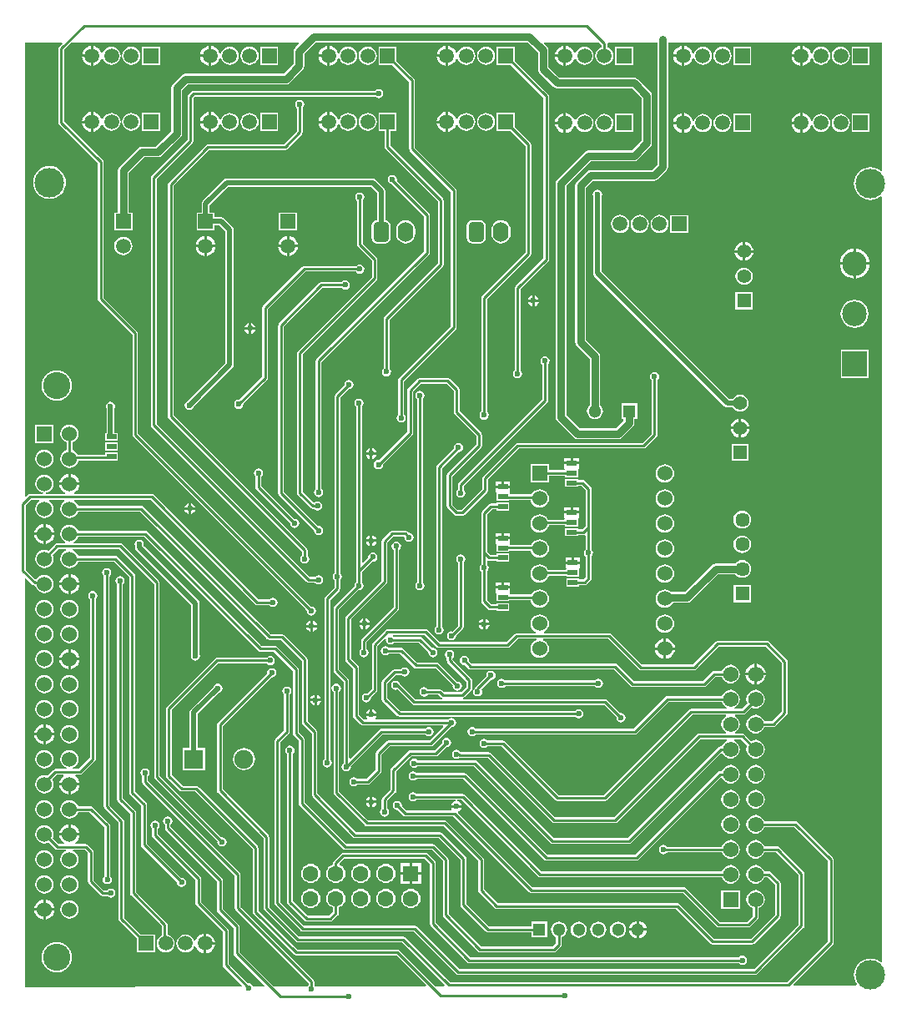
<source format=gbl>
G04*
G04 #@! TF.GenerationSoftware,Altium Limited,Altium Designer,20.1.8 (145)*
G04*
G04 Layer_Physical_Order=2*
G04 Layer_Color=16711680*
%FSLAX25Y25*%
%MOIN*%
G70*
G04*
G04 #@! TF.SameCoordinates,8A5546FC-2E64-4ACD-A3F0-66F597033F2E*
G04*
G04*
G04 #@! TF.FilePolarity,Positive*
G04*
G01*
G75*
%ADD10C,0.01968*%
%ADD52C,0.05118*%
%ADD53R,0.05118X0.05118*%
%ADD62C,0.05512*%
%ADD63R,0.05512X0.05512*%
%ADD64C,0.06181*%
%ADD65R,0.06181X0.06181*%
%ADD70C,0.01000*%
%ADD71C,0.02953*%
%ADD72R,0.06299X0.06299*%
%ADD73C,0.06299*%
%ADD74R,0.07480X0.07480*%
%ADD75C,0.07480*%
%ADD76R,0.06024X0.06024*%
%ADD77C,0.06024*%
%ADD78C,0.10827*%
%ADD79R,0.06000X0.06000*%
%ADD80C,0.06000*%
%ADD81C,0.05906*%
%ADD82R,0.05906X0.05906*%
%ADD83O,0.06299X0.07874*%
G04:AMPARAMS|DCode=84|XSize=78.74mil|YSize=62.99mil|CornerRadius=15.75mil|HoleSize=0mil|Usage=FLASHONLY|Rotation=90.000|XOffset=0mil|YOffset=0mil|HoleType=Round|Shape=RoundedRectangle|*
%AMROUNDEDRECTD84*
21,1,0.07874,0.03150,0,0,90.0*
21,1,0.04724,0.06299,0,0,90.0*
1,1,0.03150,0.01575,0.02362*
1,1,0.03150,0.01575,-0.02362*
1,1,0.03150,-0.01575,-0.02362*
1,1,0.03150,-0.01575,0.02362*
%
%ADD84ROUNDEDRECTD84*%
%ADD85C,0.11811*%
%ADD86C,0.09843*%
%ADD87R,0.09843X0.09843*%
%ADD88R,0.05709X0.05709*%
%ADD89C,0.05709*%
%ADD90C,0.02362*%
%ADD91R,0.03937X0.01968*%
G36*
X349213Y333177D02*
X348713Y332940D01*
X348137Y333413D01*
X347001Y334020D01*
X345769Y334394D01*
X344488Y334520D01*
X343207Y334394D01*
X341975Y334020D01*
X340840Y333413D01*
X339845Y332596D01*
X339028Y331601D01*
X338421Y330466D01*
X338047Y329234D01*
X337921Y327953D01*
X338047Y326672D01*
X338421Y325440D01*
X339028Y324304D01*
X339845Y323309D01*
X340840Y322493D01*
X341975Y321886D01*
X343207Y321512D01*
X344488Y321386D01*
X345769Y321512D01*
X347001Y321886D01*
X348137Y322493D01*
X348713Y322965D01*
X349213Y322729D01*
Y17035D01*
X348713Y16799D01*
X348137Y17271D01*
X347001Y17878D01*
X345769Y18252D01*
X344488Y18378D01*
X343207Y18252D01*
X341975Y17878D01*
X340840Y17271D01*
X339845Y16455D01*
X339028Y15460D01*
X338421Y14324D01*
X338047Y13092D01*
X337921Y11811D01*
X338047Y10530D01*
X338421Y9298D01*
X339012Y8192D01*
X338935Y7915D01*
X338830Y7692D01*
X313855Y7636D01*
X313664Y8097D01*
X329555Y23989D01*
X329804Y24362D01*
X329892Y24803D01*
Y57874D01*
X329804Y58315D01*
X329555Y58689D01*
X315421Y72822D01*
X315047Y73072D01*
X314606Y73160D01*
X302172D01*
X301872Y73884D01*
X301275Y74661D01*
X300498Y75258D01*
X299593Y75633D01*
X298622Y75760D01*
X297651Y75633D01*
X296746Y75258D01*
X295969Y74661D01*
X295372Y73884D01*
X294997Y72979D01*
X294869Y72008D01*
X294997Y71037D01*
X295372Y70132D01*
X295969Y69354D01*
X296746Y68758D01*
X297651Y68383D01*
X298622Y68255D01*
X299593Y68383D01*
X300498Y68758D01*
X301275Y69354D01*
X301872Y70132D01*
X302172Y70856D01*
X314129D01*
X327588Y57397D01*
Y25280D01*
X311334Y9026D01*
X176461D01*
X158689Y26799D01*
X158315Y27049D01*
X157874Y27136D01*
X116225D01*
X104302Y39060D01*
Y66929D01*
X104214Y67370D01*
X103964Y67744D01*
X85798Y85910D01*
Y111334D01*
X105134Y130670D01*
X105315Y130634D01*
X106022Y130774D01*
X106621Y131175D01*
X107021Y131774D01*
X107161Y132480D01*
X107021Y133187D01*
X106621Y133786D01*
X106022Y134186D01*
X105315Y134327D01*
X104608Y134186D01*
X104009Y133786D01*
X103609Y133187D01*
X103469Y132480D01*
X103505Y132299D01*
X83831Y112626D01*
X83581Y112252D01*
X83494Y111811D01*
Y85433D01*
X83581Y84992D01*
X83831Y84618D01*
X101998Y66452D01*
Y38583D01*
X102085Y38142D01*
X102335Y37768D01*
X114933Y25170D01*
X115307Y24920D01*
X115748Y24832D01*
X157397D01*
X174445Y7784D01*
X174254Y7322D01*
X170693Y7314D01*
X156326Y21681D01*
X155953Y21930D01*
X155512Y22018D01*
X115438D01*
X99971Y37485D01*
Y62598D01*
X99883Y63039D01*
X99634Y63413D01*
X76012Y87035D01*
X75638Y87285D01*
X75197Y87372D01*
X69769D01*
X65325Y91816D01*
Y117633D01*
X83942Y136249D01*
X103316D01*
X103419Y136096D01*
X104018Y135696D01*
X104724Y135555D01*
X105431Y135696D01*
X106030Y136096D01*
X106430Y136695D01*
X106571Y137402D01*
X106430Y138108D01*
X106030Y138707D01*
X105431Y139108D01*
X104724Y139248D01*
X104018Y139108D01*
X103419Y138707D01*
X103316Y138554D01*
X83465D01*
X83024Y138466D01*
X82650Y138216D01*
X63359Y118925D01*
X63109Y118551D01*
X63021Y118110D01*
Y91339D01*
X63109Y90898D01*
X63359Y90524D01*
X68477Y85406D01*
X68850Y85156D01*
X69291Y85068D01*
X74720D01*
X97667Y62121D01*
Y37008D01*
X97755Y36567D01*
X98004Y36193D01*
X114146Y20052D01*
X114520Y19802D01*
X114961Y19714D01*
X155035D01*
X166981Y7767D01*
X166791Y7305D01*
X122711Y7206D01*
X122502Y7519D01*
X122348Y7621D01*
Y9119D01*
X122261Y9560D01*
X122011Y9933D01*
X92884Y39060D01*
Y51968D01*
X92797Y52409D01*
X92547Y52783D01*
X55876Y89454D01*
Y91111D01*
X56030Y91214D01*
X56430Y91813D01*
X56571Y92520D01*
X56430Y93226D01*
X56030Y93825D01*
X55431Y94226D01*
X54724Y94366D01*
X54018Y94226D01*
X53419Y93825D01*
X53018Y93226D01*
X52878Y92520D01*
X53018Y91813D01*
X53419Y91214D01*
X53572Y91111D01*
Y88976D01*
X53660Y88535D01*
X53910Y88162D01*
X90580Y51491D01*
Y38583D01*
X90668Y38142D01*
X90918Y37768D01*
X120044Y8642D01*
Y7621D01*
X119891Y7519D01*
X119677Y7199D01*
X106271Y7169D01*
X92491Y20950D01*
Y31102D01*
X92403Y31543D01*
X92153Y31917D01*
X85798Y38273D01*
Y49606D01*
X85710Y50047D01*
X85460Y50421D01*
X64932Y70950D01*
Y71820D01*
X65085Y71923D01*
X65486Y72522D01*
X65626Y73228D01*
X65486Y73935D01*
X65085Y74534D01*
X64486Y74934D01*
X63779Y75075D01*
X63073Y74934D01*
X62474Y74534D01*
X62074Y73935D01*
X61933Y73228D01*
X62074Y72522D01*
X62474Y71923D01*
X62628Y71820D01*
Y70472D01*
X62715Y70032D01*
X62965Y69658D01*
X83494Y49129D01*
Y37795D01*
X83581Y37354D01*
X83831Y36981D01*
X90187Y30625D01*
Y20472D01*
X90274Y20032D01*
X90524Y19658D01*
X102559Y7622D01*
X102368Y7160D01*
X97819Y7150D01*
X97769Y7400D01*
X97369Y7999D01*
X96770Y8399D01*
X96063Y8539D01*
X95882Y8503D01*
X88160Y16225D01*
Y29528D01*
X88072Y29968D01*
X87823Y30342D01*
X77136Y41028D01*
Y50394D01*
X77049Y50835D01*
X76799Y51208D01*
X59813Y68194D01*
Y70245D01*
X59967Y70348D01*
X60367Y70947D01*
X60508Y71653D01*
X60367Y72360D01*
X59967Y72959D01*
X59368Y73360D01*
X58661Y73500D01*
X57955Y73360D01*
X57356Y72959D01*
X56955Y72360D01*
X56815Y71653D01*
X56955Y70947D01*
X57356Y70348D01*
X57509Y70245D01*
Y67716D01*
X57597Y67276D01*
X57847Y66902D01*
X74832Y49916D01*
Y40551D01*
X74920Y40110D01*
X75170Y39737D01*
X85856Y29050D01*
Y15748D01*
X85944Y15307D01*
X86193Y14933D01*
X93524Y7602D01*
X93334Y7140D01*
X7047Y6946D01*
X6693Y7299D01*
Y170158D01*
X7155Y170350D01*
X9820Y167684D01*
X10194Y167435D01*
X10635Y167347D01*
X10925D01*
X10964Y167052D01*
X11329Y166169D01*
X11911Y165411D01*
X12669Y164829D01*
X13552Y164463D01*
X14500Y164339D01*
X15448Y164463D01*
X16331Y164829D01*
X17089Y165411D01*
X17671Y166169D01*
X18036Y167052D01*
X18161Y168000D01*
X18036Y168948D01*
X17671Y169831D01*
X17089Y170589D01*
X16331Y171171D01*
X15448Y171537D01*
X14500Y171661D01*
X13552Y171537D01*
X12669Y171171D01*
X11911Y170589D01*
X11464Y170006D01*
X10945Y169909D01*
X10830Y169933D01*
X7058Y173705D01*
Y199523D01*
X9139Y201604D01*
X12449D01*
X12525Y201454D01*
X12582Y201104D01*
X11911Y200589D01*
X11329Y199831D01*
X10964Y198948D01*
X10839Y198000D01*
X10964Y197052D01*
X11329Y196169D01*
X11911Y195411D01*
X12669Y194829D01*
X13552Y194464D01*
X14500Y194339D01*
X15448Y194464D01*
X16331Y194829D01*
X17089Y195411D01*
X17671Y196169D01*
X18036Y197052D01*
X18161Y198000D01*
X18036Y198948D01*
X17671Y199831D01*
X17089Y200589D01*
X16418Y201104D01*
X16475Y201454D01*
X16551Y201604D01*
X22449D01*
X22525Y201454D01*
X22582Y201104D01*
X21911Y200589D01*
X21329Y199831D01*
X20964Y198948D01*
X20839Y198000D01*
X20964Y197052D01*
X21329Y196169D01*
X21911Y195411D01*
X22669Y194829D01*
X23552Y194464D01*
X24500Y194339D01*
X25448Y194464D01*
X26331Y194829D01*
X27089Y195411D01*
X27671Y196169D01*
X27952Y196848D01*
X52704D01*
X103516Y146036D01*
X103890Y145786D01*
X104331Y145698D01*
X108972D01*
X117352Y137318D01*
Y112795D01*
X117440Y112354D01*
X117689Y111981D01*
X121289Y108381D01*
Y83858D01*
X121377Y83417D01*
X121626Y83044D01*
X137768Y66902D01*
X138142Y66652D01*
X138583Y66565D01*
X171964D01*
X180738Y57790D01*
Y39764D01*
X180825Y39323D01*
X181075Y38949D01*
X190918Y29107D01*
X191291Y28857D01*
X191732Y28769D01*
X209016D01*
Y26732D01*
X215394D01*
Y33110D01*
X209016D01*
Y31073D01*
X192209D01*
X183042Y40241D01*
Y58268D01*
X182954Y58709D01*
X182704Y59082D01*
X173256Y68531D01*
X172882Y68781D01*
X172441Y68869D01*
X139060D01*
X123593Y84336D01*
Y108858D01*
X123505Y109299D01*
X123256Y109673D01*
X119656Y113273D01*
Y137795D01*
X119568Y138236D01*
X119319Y138610D01*
X110264Y147665D01*
X109890Y147915D01*
X109449Y148002D01*
X104808D01*
X53996Y198815D01*
X53622Y199064D01*
X53181Y199152D01*
X27952D01*
X27671Y199831D01*
X27089Y200589D01*
X26418Y201104D01*
X26475Y201454D01*
X26551Y201604D01*
X57003D01*
X98792Y159815D01*
X99165Y159566D01*
X99606Y159478D01*
X104497D01*
X104600Y159324D01*
X105199Y158924D01*
X105905Y158783D01*
X106612Y158924D01*
X107211Y159324D01*
X107611Y159923D01*
X107752Y160630D01*
X107611Y161337D01*
X107211Y161936D01*
X106612Y162336D01*
X105905Y162476D01*
X105199Y162336D01*
X104600Y161936D01*
X104497Y161782D01*
X100083D01*
X58295Y203571D01*
X57921Y203820D01*
X57480Y203908D01*
X26380D01*
X26281Y204408D01*
X26517Y204506D01*
X27353Y205147D01*
X27994Y205983D01*
X28397Y206956D01*
X28469Y207500D01*
X24500D01*
X20531D01*
X20603Y206956D01*
X21006Y205983D01*
X21647Y205147D01*
X22483Y204506D01*
X22719Y204408D01*
X22620Y203908D01*
X15058D01*
X15026Y204408D01*
X15448Y204464D01*
X16331Y204829D01*
X17089Y205411D01*
X17671Y206169D01*
X18036Y207052D01*
X18161Y208000D01*
X18036Y208948D01*
X17671Y209831D01*
X17089Y210589D01*
X16331Y211171D01*
X15448Y211537D01*
X14500Y211661D01*
X13552Y211537D01*
X12669Y211171D01*
X11911Y210589D01*
X11329Y209831D01*
X10964Y208948D01*
X10839Y208000D01*
X10964Y207052D01*
X11329Y206169D01*
X11911Y205411D01*
X12669Y204829D01*
X13552Y204464D01*
X13974Y204408D01*
X13941Y203908D01*
X8661D01*
X8221Y203820D01*
X7847Y203571D01*
X7155Y202879D01*
X6693Y203070D01*
Y384334D01*
X21421D01*
X21613Y383872D01*
X20445Y382704D01*
X20196Y382331D01*
X20108Y381890D01*
Y352362D01*
X20196Y351921D01*
X20445Y351548D01*
X35856Y336137D01*
Y281890D01*
X35943Y281449D01*
X36193Y281075D01*
X49635Y267633D01*
Y227618D01*
X49723Y227177D01*
X49973Y226803D01*
X119409Y157366D01*
X119373Y157185D01*
X119514Y156478D01*
X119914Y155879D01*
X120513Y155479D01*
X121220Y155339D01*
X121926Y155479D01*
X122526Y155879D01*
X122926Y156478D01*
X123066Y157185D01*
X122926Y157892D01*
X122526Y158491D01*
X121926Y158891D01*
X121220Y159031D01*
X121039Y158995D01*
X51939Y228095D01*
Y268110D01*
X51852Y268551D01*
X51602Y268925D01*
X38160Y282367D01*
Y336614D01*
X38072Y337055D01*
X37822Y337429D01*
X22412Y352839D01*
Y381413D01*
X25333Y384334D01*
X116077Y384334D01*
X116268Y383872D01*
X114623Y382227D01*
X114158Y381530D01*
X113994Y380709D01*
Y375693D01*
X110134Y371833D01*
X70866D01*
X70044Y371669D01*
X69348Y371204D01*
X65804Y367660D01*
X65339Y366964D01*
X65175Y366142D01*
Y348921D01*
X58953Y342699D01*
X53543D01*
X52722Y342535D01*
X52025Y342070D01*
X44544Y334589D01*
X44079Y333893D01*
X43915Y333071D01*
Y316378D01*
X42480D01*
Y309213D01*
X49646D01*
Y316378D01*
X48211D01*
Y332181D01*
X54433Y338404D01*
X59842D01*
X60664Y338567D01*
X61361Y339033D01*
X68841Y346513D01*
X69307Y347210D01*
X69470Y348031D01*
Y365252D01*
X71756Y367537D01*
X111024D01*
X111846Y367701D01*
X112542Y368166D01*
X117660Y373285D01*
X118126Y373981D01*
X118289Y374803D01*
Y379819D01*
X122804Y384334D01*
X207511Y384334D01*
X211632Y380213D01*
Y373622D01*
X211795Y372800D01*
X212261Y372104D01*
X217773Y366592D01*
X218470Y366126D01*
X219291Y365963D01*
X249111D01*
X252971Y362103D01*
Y344984D01*
X249111Y341124D01*
X231890D01*
X231068Y340961D01*
X230371Y340495D01*
X219348Y329471D01*
X218882Y328775D01*
X218719Y327953D01*
Y234646D01*
X218882Y233824D01*
X219348Y233127D01*
X226041Y226434D01*
X226737Y225969D01*
X227559Y225805D01*
X243701D01*
X244523Y225969D01*
X245219Y226434D01*
X249550Y230765D01*
X250016Y231462D01*
X250179Y232283D01*
Y233819D01*
X251417D01*
Y240197D01*
X245039D01*
Y233819D01*
X245884D01*
Y233173D01*
X242811Y230100D01*
X228449D01*
X223014Y235535D01*
Y327063D01*
X232779Y336829D01*
X250000D01*
X250822Y336992D01*
X251519Y337458D01*
X256637Y342576D01*
X257102Y343273D01*
X257266Y344094D01*
Y362992D01*
X257102Y363814D01*
X256637Y364511D01*
X251519Y369629D01*
X250822Y370094D01*
X250000Y370258D01*
X220181D01*
X215927Y374512D01*
Y381102D01*
X215764Y381924D01*
X215298Y382621D01*
X214047Y383872D01*
X214238Y384334D01*
X236084Y384334D01*
X237037Y383381D01*
Y382338D01*
X236382Y382066D01*
X235634Y381492D01*
X235059Y380744D01*
X234699Y379872D01*
X234575Y378937D01*
X234699Y378002D01*
X235059Y377130D01*
X235634Y376382D01*
X236382Y375808D01*
X237254Y375447D01*
X238189Y375323D01*
X239124Y375447D01*
X239996Y375808D01*
X240744Y376382D01*
X241318Y377130D01*
X241679Y378002D01*
X241803Y378937D01*
X241679Y379872D01*
X241318Y380744D01*
X240744Y381492D01*
X239996Y382066D01*
X239341Y382338D01*
Y383858D01*
X239756Y384334D01*
X259368D01*
Y335565D01*
X257083Y333279D01*
X232776D01*
X231954Y333116D01*
X231257Y332650D01*
X227222Y328615D01*
X226756Y327918D01*
X226593Y327097D01*
Y264567D01*
X226756Y263745D01*
X227222Y263048D01*
X232301Y257969D01*
X232301Y239380D01*
X232174Y239282D01*
X231663Y238616D01*
X231342Y237840D01*
X231232Y237008D01*
X231342Y236175D01*
X231663Y235400D01*
X232174Y234734D01*
X232841Y234222D01*
X233616Y233901D01*
X234449Y233791D01*
X235281Y233901D01*
X236057Y234222D01*
X236723Y234734D01*
X237234Y235400D01*
X237556Y236175D01*
X237665Y237008D01*
X237556Y237840D01*
X237234Y238616D01*
X236723Y239282D01*
X236596Y239380D01*
X236596Y258858D01*
X236433Y259680D01*
X235967Y260377D01*
X230888Y265457D01*
Y326207D01*
X233665Y328984D01*
X257972D01*
X258794Y329148D01*
X259491Y329613D01*
X263034Y333157D01*
X263500Y333853D01*
X263663Y334675D01*
Y384334D01*
X349213Y384334D01*
Y333177D01*
D02*
G37*
%LPC*%
G36*
X316429Y382858D02*
X315897Y382788D01*
X314936Y382390D01*
X314110Y381756D01*
X313476Y380930D01*
X313078Y379969D01*
X313008Y379437D01*
X316429D01*
Y382858D01*
D02*
G37*
G36*
X269185D02*
X268653Y382788D01*
X267692Y382390D01*
X266866Y381756D01*
X266232Y380930D01*
X265834Y379969D01*
X265764Y379437D01*
X269185D01*
Y382858D01*
D02*
G37*
G36*
X221941D02*
X221409Y382788D01*
X220447Y382390D01*
X219622Y381756D01*
X218988Y380930D01*
X218590Y379969D01*
X218520Y379437D01*
X221941D01*
Y382858D01*
D02*
G37*
G36*
X174697D02*
X174165Y382788D01*
X173203Y382390D01*
X172378Y381756D01*
X171744Y380930D01*
X171346Y379969D01*
X171276Y379437D01*
X174697D01*
Y382858D01*
D02*
G37*
G36*
X127453D02*
X126921Y382788D01*
X125959Y382390D01*
X125134Y381756D01*
X124500Y380930D01*
X124102Y379969D01*
X124032Y379437D01*
X127453D01*
Y382858D01*
D02*
G37*
G36*
X80209D02*
X79677Y382788D01*
X78715Y382390D01*
X77890Y381756D01*
X77256Y380930D01*
X76858Y379969D01*
X76788Y379437D01*
X80209D01*
Y382858D01*
D02*
G37*
G36*
X32965D02*
X32433Y382788D01*
X31471Y382390D01*
X30645Y381756D01*
X30012Y380930D01*
X29614Y379969D01*
X29544Y379437D01*
X32965D01*
Y382858D01*
D02*
G37*
G36*
X344134Y382520D02*
X336968D01*
Y375354D01*
X344134D01*
Y382520D01*
D02*
G37*
G36*
X296890D02*
X289724D01*
Y375354D01*
X296890D01*
Y382520D01*
D02*
G37*
G36*
X249646D02*
X242480D01*
Y375354D01*
X249646D01*
Y382520D01*
D02*
G37*
G36*
X107913D02*
X100748D01*
Y375354D01*
X107913D01*
Y382520D01*
D02*
G37*
G36*
X60669D02*
X53504D01*
Y375354D01*
X60669D01*
Y382520D01*
D02*
G37*
G36*
X332677Y382551D02*
X331742Y382428D01*
X330870Y382066D01*
X330122Y381492D01*
X329548Y380744D01*
X329187Y379872D01*
X329064Y378937D01*
X329187Y378002D01*
X329548Y377130D01*
X330122Y376382D01*
X330870Y375808D01*
X331742Y375447D01*
X332677Y375323D01*
X333612Y375447D01*
X334484Y375808D01*
X335232Y376382D01*
X335807Y377130D01*
X336168Y378002D01*
X336291Y378937D01*
X336168Y379872D01*
X335807Y380744D01*
X335232Y381492D01*
X334484Y382066D01*
X333612Y382428D01*
X332677Y382551D01*
D02*
G37*
G36*
X317429Y382858D02*
Y378937D01*
Y375016D01*
X317961Y375086D01*
X318923Y375484D01*
X319748Y376118D01*
X320382Y376944D01*
X320780Y377905D01*
X320801Y378061D01*
X321305D01*
X321313Y378002D01*
X321674Y377130D01*
X322248Y376382D01*
X322996Y375808D01*
X323868Y375447D01*
X324803Y375323D01*
X325738Y375447D01*
X326610Y375808D01*
X327358Y376382D01*
X327933Y377130D01*
X328294Y378002D01*
X328417Y378937D01*
X328294Y379872D01*
X327933Y380744D01*
X327358Y381492D01*
X326610Y382066D01*
X325738Y382428D01*
X324803Y382551D01*
X323868Y382428D01*
X322996Y382066D01*
X322248Y381492D01*
X321674Y380744D01*
X321313Y379872D01*
X321305Y379813D01*
X320801D01*
X320780Y379969D01*
X320382Y380930D01*
X319748Y381756D01*
X318923Y382390D01*
X317961Y382788D01*
X317429Y382858D01*
D02*
G37*
G36*
X285433Y382551D02*
X284498Y382428D01*
X283626Y382066D01*
X282878Y381492D01*
X282304Y380744D01*
X281943Y379872D01*
X281820Y378937D01*
X281943Y378002D01*
X282304Y377130D01*
X282878Y376382D01*
X283626Y375808D01*
X284498Y375447D01*
X285433Y375323D01*
X286368Y375447D01*
X287240Y375808D01*
X287988Y376382D01*
X288562Y377130D01*
X288924Y378002D01*
X289047Y378937D01*
X288924Y379872D01*
X288562Y380744D01*
X287988Y381492D01*
X287240Y382066D01*
X286368Y382428D01*
X285433Y382551D01*
D02*
G37*
G36*
X270185Y382858D02*
Y378937D01*
Y375016D01*
X270717Y375086D01*
X271678Y375484D01*
X272504Y376118D01*
X273138Y376944D01*
X273536Y377905D01*
X273556Y378061D01*
X274061D01*
X274069Y378002D01*
X274430Y377130D01*
X275004Y376382D01*
X275752Y375808D01*
X276624Y375447D01*
X277559Y375323D01*
X278494Y375447D01*
X279366Y375808D01*
X280114Y376382D01*
X280689Y377130D01*
X281049Y378002D01*
X281173Y378937D01*
X281049Y379872D01*
X280689Y380744D01*
X280114Y381492D01*
X279366Y382066D01*
X278494Y382428D01*
X277559Y382551D01*
X276624Y382428D01*
X275752Y382066D01*
X275004Y381492D01*
X274430Y380744D01*
X274069Y379872D01*
X274061Y379813D01*
X273556D01*
X273536Y379969D01*
X273138Y380930D01*
X272504Y381756D01*
X271678Y382390D01*
X270717Y382788D01*
X270185Y382858D01*
D02*
G37*
G36*
X222941D02*
Y378937D01*
Y375016D01*
X223473Y375086D01*
X224434Y375484D01*
X225260Y376118D01*
X225894Y376944D01*
X226292Y377905D01*
X226312Y378061D01*
X226817D01*
X226824Y378002D01*
X227186Y377130D01*
X227760Y376382D01*
X228508Y375808D01*
X229380Y375447D01*
X230315Y375323D01*
X231250Y375447D01*
X232122Y375808D01*
X232870Y376382D01*
X233444Y377130D01*
X233805Y378002D01*
X233928Y378937D01*
X233805Y379872D01*
X233444Y380744D01*
X232870Y381492D01*
X232122Y382066D01*
X231250Y382428D01*
X230315Y382551D01*
X229380Y382428D01*
X228508Y382066D01*
X227760Y381492D01*
X227186Y380744D01*
X226824Y379872D01*
X226817Y379813D01*
X226312D01*
X226292Y379969D01*
X225894Y380930D01*
X225260Y381756D01*
X224434Y382390D01*
X223473Y382788D01*
X222941Y382858D01*
D02*
G37*
G36*
X190945Y382551D02*
X190010Y382428D01*
X189138Y382066D01*
X188390Y381492D01*
X187815Y380744D01*
X187454Y379872D01*
X187331Y378937D01*
X187454Y378002D01*
X187815Y377130D01*
X188390Y376382D01*
X189138Y375808D01*
X190010Y375447D01*
X190945Y375323D01*
X191880Y375447D01*
X192752Y375808D01*
X193500Y376382D01*
X194074Y377130D01*
X194435Y378002D01*
X194558Y378937D01*
X194435Y379872D01*
X194074Y380744D01*
X193500Y381492D01*
X192752Y382066D01*
X191880Y382428D01*
X190945Y382551D01*
D02*
G37*
G36*
X175697Y382858D02*
Y378937D01*
Y375016D01*
X176229Y375086D01*
X177190Y375484D01*
X178016Y376118D01*
X178649Y376944D01*
X179048Y377905D01*
X179068Y378061D01*
X179573D01*
X179580Y378002D01*
X179941Y377130D01*
X180516Y376382D01*
X181264Y375808D01*
X182136Y375447D01*
X183071Y375323D01*
X184006Y375447D01*
X184878Y375808D01*
X185626Y376382D01*
X186200Y377130D01*
X186561Y378002D01*
X186684Y378937D01*
X186561Y379872D01*
X186200Y380744D01*
X185626Y381492D01*
X184878Y382066D01*
X184006Y382428D01*
X183071Y382551D01*
X182136Y382428D01*
X181264Y382066D01*
X180516Y381492D01*
X179941Y380744D01*
X179580Y379872D01*
X179573Y379813D01*
X179068D01*
X179048Y379969D01*
X178649Y380930D01*
X178016Y381756D01*
X177190Y382390D01*
X176229Y382788D01*
X175697Y382858D01*
D02*
G37*
G36*
X143701Y382551D02*
X142765Y382428D01*
X141894Y382066D01*
X141146Y381492D01*
X140571Y380744D01*
X140210Y379872D01*
X140087Y378937D01*
X140210Y378002D01*
X140571Y377130D01*
X141146Y376382D01*
X141894Y375808D01*
X142765Y375447D01*
X143701Y375323D01*
X144636Y375447D01*
X145508Y375808D01*
X146256Y376382D01*
X146830Y377130D01*
X147191Y378002D01*
X147314Y378937D01*
X147191Y379872D01*
X146830Y380744D01*
X146256Y381492D01*
X145508Y382066D01*
X144636Y382428D01*
X143701Y382551D01*
D02*
G37*
G36*
X128453Y382858D02*
Y378937D01*
Y375016D01*
X128985Y375086D01*
X129946Y375484D01*
X130772Y376118D01*
X131405Y376944D01*
X131804Y377905D01*
X131824Y378061D01*
X132328D01*
X132336Y378002D01*
X132697Y377130D01*
X133272Y376382D01*
X134020Y375808D01*
X134891Y375447D01*
X135827Y375323D01*
X136762Y375447D01*
X137634Y375808D01*
X138382Y376382D01*
X138956Y377130D01*
X139317Y378002D01*
X139440Y378937D01*
X139317Y379872D01*
X138956Y380744D01*
X138382Y381492D01*
X137634Y382066D01*
X136762Y382428D01*
X135827Y382551D01*
X134891Y382428D01*
X134020Y382066D01*
X133272Y381492D01*
X132697Y380744D01*
X132336Y379872D01*
X132328Y379813D01*
X131824D01*
X131804Y379969D01*
X131405Y380930D01*
X130772Y381756D01*
X129946Y382390D01*
X128985Y382788D01*
X128453Y382858D01*
D02*
G37*
G36*
X96457Y382551D02*
X95521Y382428D01*
X94650Y382066D01*
X93901Y381492D01*
X93327Y380744D01*
X92966Y379872D01*
X92843Y378937D01*
X92966Y378002D01*
X93327Y377130D01*
X93901Y376382D01*
X94650Y375808D01*
X95521Y375447D01*
X96457Y375323D01*
X97392Y375447D01*
X98264Y375808D01*
X99012Y376382D01*
X99586Y377130D01*
X99947Y378002D01*
X100070Y378937D01*
X99947Y379872D01*
X99586Y380744D01*
X99012Y381492D01*
X98264Y382066D01*
X97392Y382428D01*
X96457Y382551D01*
D02*
G37*
G36*
X81209Y382858D02*
Y378937D01*
Y375016D01*
X81740Y375086D01*
X82702Y375484D01*
X83528Y376118D01*
X84161Y376944D01*
X84560Y377905D01*
X84580Y378061D01*
X85084D01*
X85092Y378002D01*
X85453Y377130D01*
X86027Y376382D01*
X86776Y375808D01*
X87647Y375447D01*
X88583Y375323D01*
X89518Y375447D01*
X90390Y375808D01*
X91138Y376382D01*
X91712Y377130D01*
X92073Y378002D01*
X92196Y378937D01*
X92073Y379872D01*
X91712Y380744D01*
X91138Y381492D01*
X90390Y382066D01*
X89518Y382428D01*
X88583Y382551D01*
X87647Y382428D01*
X86776Y382066D01*
X86027Y381492D01*
X85453Y380744D01*
X85092Y379872D01*
X85084Y379813D01*
X84580D01*
X84560Y379969D01*
X84161Y380930D01*
X83528Y381756D01*
X82702Y382390D01*
X81740Y382788D01*
X81209Y382858D01*
D02*
G37*
G36*
X49213Y382551D02*
X48277Y382428D01*
X47406Y382066D01*
X46657Y381492D01*
X46083Y380744D01*
X45722Y379872D01*
X45599Y378937D01*
X45722Y378002D01*
X46083Y377130D01*
X46657Y376382D01*
X47406Y375808D01*
X48277Y375447D01*
X49213Y375323D01*
X50148Y375447D01*
X51019Y375808D01*
X51768Y376382D01*
X52342Y377130D01*
X52703Y378002D01*
X52826Y378937D01*
X52703Y379872D01*
X52342Y380744D01*
X51768Y381492D01*
X51019Y382066D01*
X50148Y382428D01*
X49213Y382551D01*
D02*
G37*
G36*
X33965Y382858D02*
Y378937D01*
Y375016D01*
X34496Y375086D01*
X35458Y375484D01*
X36284Y376118D01*
X36917Y376944D01*
X37316Y377905D01*
X37336Y378061D01*
X37840D01*
X37848Y378002D01*
X38209Y377130D01*
X38783Y376382D01*
X39532Y375808D01*
X40403Y375447D01*
X41339Y375323D01*
X42274Y375447D01*
X43145Y375808D01*
X43894Y376382D01*
X44468Y377130D01*
X44829Y378002D01*
X44952Y378937D01*
X44829Y379872D01*
X44468Y380744D01*
X43894Y381492D01*
X43145Y382066D01*
X42274Y382428D01*
X41339Y382551D01*
X40403Y382428D01*
X39532Y382066D01*
X38783Y381492D01*
X38209Y380744D01*
X37848Y379872D01*
X37840Y379813D01*
X37336D01*
X37316Y379969D01*
X36917Y380930D01*
X36284Y381756D01*
X35458Y382390D01*
X34496Y382788D01*
X33965Y382858D01*
D02*
G37*
G36*
X316429Y378437D02*
X313008D01*
X313078Y377905D01*
X313476Y376944D01*
X314110Y376118D01*
X314936Y375484D01*
X315897Y375086D01*
X316429Y375016D01*
Y378437D01*
D02*
G37*
G36*
X269185D02*
X265764D01*
X265834Y377905D01*
X266232Y376944D01*
X266866Y376118D01*
X267692Y375484D01*
X268653Y375086D01*
X269185Y375016D01*
Y378437D01*
D02*
G37*
G36*
X221941D02*
X218520D01*
X218590Y377905D01*
X218988Y376944D01*
X219622Y376118D01*
X220447Y375484D01*
X221409Y375086D01*
X221941Y375016D01*
Y378437D01*
D02*
G37*
G36*
X174697D02*
X171276D01*
X171346Y377905D01*
X171744Y376944D01*
X172378Y376118D01*
X173203Y375484D01*
X174165Y375086D01*
X174697Y375016D01*
Y378437D01*
D02*
G37*
G36*
X127453D02*
X124032D01*
X124102Y377905D01*
X124500Y376944D01*
X125134Y376118D01*
X125959Y375484D01*
X126921Y375086D01*
X127453Y375016D01*
Y378437D01*
D02*
G37*
G36*
X80209D02*
X76788D01*
X76858Y377905D01*
X77256Y376944D01*
X77890Y376118D01*
X78715Y375484D01*
X79677Y375086D01*
X80209Y375016D01*
Y378437D01*
D02*
G37*
G36*
X32965D02*
X29544D01*
X29614Y377905D01*
X30012Y376944D01*
X30645Y376118D01*
X31471Y375484D01*
X32433Y375086D01*
X32965Y375016D01*
Y378437D01*
D02*
G37*
G36*
X148031Y365626D02*
X147325Y365486D01*
X146726Y365085D01*
X146623Y364932D01*
X74016D01*
X73575Y364844D01*
X73201Y364594D01*
X72020Y363413D01*
X71770Y363039D01*
X71683Y362598D01*
Y345359D01*
X57453Y331130D01*
X57203Y330756D01*
X57116Y330315D01*
Y231496D01*
X57203Y231055D01*
X57453Y230681D01*
X119264Y168870D01*
X119638Y168621D01*
X120079Y168533D01*
X122607D01*
X122710Y168379D01*
X123309Y167979D01*
X124016Y167839D01*
X124722Y167979D01*
X125321Y168379D01*
X125722Y168978D01*
X125862Y169685D01*
X125722Y170392D01*
X125321Y170991D01*
X124722Y171391D01*
X124016Y171531D01*
X123309Y171391D01*
X122710Y170991D01*
X122607Y170837D01*
X120556D01*
X59420Y231973D01*
Y329838D01*
X73649Y344067D01*
X73899Y344441D01*
X73987Y344882D01*
Y362121D01*
X74493Y362628D01*
X146623D01*
X146726Y362474D01*
X147325Y362074D01*
X148031Y361933D01*
X148738Y362074D01*
X149337Y362474D01*
X149737Y363073D01*
X149878Y363779D01*
X149737Y364486D01*
X149337Y365085D01*
X148738Y365486D01*
X148031Y365626D01*
D02*
G37*
G36*
X174697Y356480D02*
X174165Y356410D01*
X173203Y356012D01*
X172378Y355378D01*
X171744Y354553D01*
X171346Y353591D01*
X171276Y353059D01*
X174697D01*
Y356480D01*
D02*
G37*
G36*
X127453D02*
X126921Y356410D01*
X125959Y356012D01*
X125134Y355378D01*
X124500Y354553D01*
X124102Y353591D01*
X124032Y353059D01*
X127453D01*
Y356480D01*
D02*
G37*
G36*
X80209D02*
X79677Y356410D01*
X78715Y356012D01*
X77890Y355378D01*
X77256Y354553D01*
X76858Y353591D01*
X76788Y353059D01*
X80209D01*
Y356480D01*
D02*
G37*
G36*
X32965D02*
X32433Y356410D01*
X31471Y356012D01*
X30645Y355378D01*
X30012Y354553D01*
X29614Y353591D01*
X29544Y353059D01*
X32965D01*
Y356480D01*
D02*
G37*
G36*
X316429Y356086D02*
X315897Y356016D01*
X314936Y355618D01*
X314110Y354984D01*
X313476Y354159D01*
X313078Y353197D01*
X313008Y352665D01*
X316429D01*
Y356086D01*
D02*
G37*
G36*
X269185D02*
X268653Y356016D01*
X267692Y355618D01*
X266866Y354984D01*
X266232Y354159D01*
X265834Y353197D01*
X265764Y352665D01*
X269185D01*
Y356086D01*
D02*
G37*
G36*
X221941D02*
X221409Y356016D01*
X220447Y355618D01*
X219622Y354984D01*
X218988Y354159D01*
X218590Y353197D01*
X218520Y352665D01*
X221941D01*
Y356086D01*
D02*
G37*
G36*
X107913Y356142D02*
X100748D01*
Y348976D01*
X107913D01*
Y356142D01*
D02*
G37*
G36*
X60669D02*
X53504D01*
Y348976D01*
X60669D01*
Y356142D01*
D02*
G37*
G36*
X190945Y356173D02*
X190010Y356049D01*
X189138Y355689D01*
X188390Y355114D01*
X187815Y354366D01*
X187454Y353494D01*
X187331Y352559D01*
X187454Y351624D01*
X187815Y350752D01*
X188390Y350004D01*
X189138Y349430D01*
X190010Y349069D01*
X190945Y348945D01*
X191880Y349069D01*
X192752Y349430D01*
X193500Y350004D01*
X194074Y350752D01*
X194435Y351624D01*
X194558Y352559D01*
X194435Y353494D01*
X194074Y354366D01*
X193500Y355114D01*
X192752Y355689D01*
X191880Y356049D01*
X190945Y356173D01*
D02*
G37*
G36*
X175697Y356480D02*
Y352559D01*
Y348638D01*
X176229Y348708D01*
X177190Y349106D01*
X178016Y349740D01*
X178649Y350566D01*
X179048Y351527D01*
X179068Y351683D01*
X179573D01*
X179580Y351624D01*
X179941Y350752D01*
X180516Y350004D01*
X181264Y349430D01*
X182136Y349069D01*
X183071Y348945D01*
X184006Y349069D01*
X184878Y349430D01*
X185626Y350004D01*
X186200Y350752D01*
X186561Y351624D01*
X186684Y352559D01*
X186561Y353494D01*
X186200Y354366D01*
X185626Y355114D01*
X184878Y355689D01*
X184006Y356049D01*
X183071Y356173D01*
X182136Y356049D01*
X181264Y355689D01*
X180516Y355114D01*
X179941Y354366D01*
X179580Y353494D01*
X179573Y353435D01*
X179068D01*
X179048Y353591D01*
X178649Y354553D01*
X178016Y355378D01*
X177190Y356012D01*
X176229Y356410D01*
X175697Y356480D01*
D02*
G37*
G36*
X143701Y356173D02*
X142765Y356049D01*
X141894Y355689D01*
X141146Y355114D01*
X140571Y354366D01*
X140210Y353494D01*
X140087Y352559D01*
X140210Y351624D01*
X140571Y350752D01*
X141146Y350004D01*
X141894Y349430D01*
X142765Y349069D01*
X143701Y348945D01*
X144636Y349069D01*
X145508Y349430D01*
X146256Y350004D01*
X146830Y350752D01*
X147191Y351624D01*
X147314Y352559D01*
X147191Y353494D01*
X146830Y354366D01*
X146256Y355114D01*
X145508Y355689D01*
X144636Y356049D01*
X143701Y356173D01*
D02*
G37*
G36*
X128453Y356480D02*
Y352559D01*
Y348638D01*
X128985Y348708D01*
X129946Y349106D01*
X130772Y349740D01*
X131405Y350566D01*
X131804Y351527D01*
X131824Y351683D01*
X132328D01*
X132336Y351624D01*
X132697Y350752D01*
X133272Y350004D01*
X134020Y349430D01*
X134891Y349069D01*
X135827Y348945D01*
X136762Y349069D01*
X137634Y349430D01*
X138382Y350004D01*
X138956Y350752D01*
X139317Y351624D01*
X139440Y352559D01*
X139317Y353494D01*
X138956Y354366D01*
X138382Y355114D01*
X137634Y355689D01*
X136762Y356049D01*
X135827Y356173D01*
X134891Y356049D01*
X134020Y355689D01*
X133272Y355114D01*
X132697Y354366D01*
X132336Y353494D01*
X132328Y353435D01*
X131824D01*
X131804Y353591D01*
X131405Y354553D01*
X130772Y355378D01*
X129946Y356012D01*
X128985Y356410D01*
X128453Y356480D01*
D02*
G37*
G36*
X96457Y356173D02*
X95521Y356049D01*
X94650Y355689D01*
X93901Y355114D01*
X93327Y354366D01*
X92966Y353494D01*
X92843Y352559D01*
X92966Y351624D01*
X93327Y350752D01*
X93901Y350004D01*
X94650Y349430D01*
X95521Y349069D01*
X96457Y348945D01*
X97392Y349069D01*
X98264Y349430D01*
X99012Y350004D01*
X99586Y350752D01*
X99947Y351624D01*
X100070Y352559D01*
X99947Y353494D01*
X99586Y354366D01*
X99012Y355114D01*
X98264Y355689D01*
X97392Y356049D01*
X96457Y356173D01*
D02*
G37*
G36*
X81209Y356480D02*
Y352559D01*
Y348638D01*
X81740Y348708D01*
X82702Y349106D01*
X83528Y349740D01*
X84161Y350566D01*
X84560Y351527D01*
X84580Y351683D01*
X85084D01*
X85092Y351624D01*
X85453Y350752D01*
X86027Y350004D01*
X86776Y349430D01*
X87647Y349069D01*
X88583Y348945D01*
X89518Y349069D01*
X90390Y349430D01*
X91138Y350004D01*
X91712Y350752D01*
X92073Y351624D01*
X92196Y352559D01*
X92073Y353494D01*
X91712Y354366D01*
X91138Y355114D01*
X90390Y355689D01*
X89518Y356049D01*
X88583Y356173D01*
X87647Y356049D01*
X86776Y355689D01*
X86027Y355114D01*
X85453Y354366D01*
X85092Y353494D01*
X85084Y353435D01*
X84580D01*
X84560Y353591D01*
X84161Y354553D01*
X83528Y355378D01*
X82702Y356012D01*
X81740Y356410D01*
X81209Y356480D01*
D02*
G37*
G36*
X49213Y356173D02*
X48277Y356049D01*
X47406Y355689D01*
X46657Y355114D01*
X46083Y354366D01*
X45722Y353494D01*
X45599Y352559D01*
X45722Y351624D01*
X46083Y350752D01*
X46657Y350004D01*
X47406Y349430D01*
X48277Y349069D01*
X49213Y348945D01*
X50148Y349069D01*
X51019Y349430D01*
X51768Y350004D01*
X52342Y350752D01*
X52703Y351624D01*
X52826Y352559D01*
X52703Y353494D01*
X52342Y354366D01*
X51768Y355114D01*
X51019Y355689D01*
X50148Y356049D01*
X49213Y356173D01*
D02*
G37*
G36*
X33965Y356480D02*
Y352559D01*
Y348638D01*
X34496Y348708D01*
X35458Y349106D01*
X36284Y349740D01*
X36917Y350566D01*
X37316Y351527D01*
X37336Y351683D01*
X37840D01*
X37848Y351624D01*
X38209Y350752D01*
X38783Y350004D01*
X39532Y349430D01*
X40403Y349069D01*
X41339Y348945D01*
X42274Y349069D01*
X43145Y349430D01*
X43894Y350004D01*
X44468Y350752D01*
X44829Y351624D01*
X44952Y352559D01*
X44829Y353494D01*
X44468Y354366D01*
X43894Y355114D01*
X43145Y355689D01*
X42274Y356049D01*
X41339Y356173D01*
X40403Y356049D01*
X39532Y355689D01*
X38783Y355114D01*
X38209Y354366D01*
X37848Y353494D01*
X37840Y353435D01*
X37336D01*
X37316Y353591D01*
X36917Y354553D01*
X36284Y355378D01*
X35458Y356012D01*
X34496Y356410D01*
X33965Y356480D01*
D02*
G37*
G36*
X174697Y352059D02*
X171276D01*
X171346Y351527D01*
X171744Y350566D01*
X172378Y349740D01*
X173203Y349106D01*
X174165Y348708D01*
X174697Y348638D01*
Y352059D01*
D02*
G37*
G36*
X127453D02*
X124032D01*
X124102Y351527D01*
X124500Y350566D01*
X125134Y349740D01*
X125959Y349106D01*
X126921Y348708D01*
X127453Y348638D01*
Y352059D01*
D02*
G37*
G36*
X80209D02*
X76788D01*
X76858Y351527D01*
X77256Y350566D01*
X77890Y349740D01*
X78715Y349106D01*
X79677Y348708D01*
X80209Y348638D01*
Y352059D01*
D02*
G37*
G36*
X32965D02*
X29544D01*
X29614Y351527D01*
X30012Y350566D01*
X30645Y349740D01*
X31471Y349106D01*
X32433Y348708D01*
X32965Y348638D01*
Y352059D01*
D02*
G37*
G36*
X344134Y355748D02*
X336968D01*
Y348583D01*
X344134D01*
Y355748D01*
D02*
G37*
G36*
X296890D02*
X289724D01*
Y348583D01*
X296890D01*
Y355748D01*
D02*
G37*
G36*
X249646D02*
X242480D01*
Y348583D01*
X249646D01*
Y355748D01*
D02*
G37*
G36*
X332677Y355779D02*
X331742Y355656D01*
X330870Y355295D01*
X330122Y354721D01*
X329548Y353972D01*
X329187Y353101D01*
X329064Y352165D01*
X329187Y351230D01*
X329548Y350359D01*
X330122Y349610D01*
X330870Y349036D01*
X331742Y348675D01*
X332677Y348552D01*
X333612Y348675D01*
X334484Y349036D01*
X335232Y349610D01*
X335807Y350359D01*
X336168Y351230D01*
X336291Y352165D01*
X336168Y353101D01*
X335807Y353972D01*
X335232Y354721D01*
X334484Y355295D01*
X333612Y355656D01*
X332677Y355779D01*
D02*
G37*
G36*
X317429Y356086D02*
Y352165D01*
Y348244D01*
X317961Y348314D01*
X318923Y348713D01*
X319748Y349346D01*
X320382Y350172D01*
X320780Y351133D01*
X320801Y351289D01*
X321305D01*
X321313Y351230D01*
X321674Y350359D01*
X322248Y349610D01*
X322996Y349036D01*
X323868Y348675D01*
X324803Y348552D01*
X325738Y348675D01*
X326610Y349036D01*
X327358Y349610D01*
X327933Y350359D01*
X328294Y351230D01*
X328417Y352165D01*
X328294Y353101D01*
X327933Y353972D01*
X327358Y354721D01*
X326610Y355295D01*
X325738Y355656D01*
X324803Y355779D01*
X323868Y355656D01*
X322996Y355295D01*
X322248Y354721D01*
X321674Y353972D01*
X321313Y353101D01*
X321305Y353042D01*
X320801D01*
X320780Y353197D01*
X320382Y354159D01*
X319748Y354984D01*
X318923Y355618D01*
X317961Y356016D01*
X317429Y356086D01*
D02*
G37*
G36*
X285433Y355779D02*
X284498Y355656D01*
X283626Y355295D01*
X282878Y354721D01*
X282304Y353972D01*
X281943Y353101D01*
X281820Y352165D01*
X281943Y351230D01*
X282304Y350359D01*
X282878Y349610D01*
X283626Y349036D01*
X284498Y348675D01*
X285433Y348552D01*
X286368Y348675D01*
X287240Y349036D01*
X287988Y349610D01*
X288562Y350359D01*
X288924Y351230D01*
X289047Y352165D01*
X288924Y353101D01*
X288562Y353972D01*
X287988Y354721D01*
X287240Y355295D01*
X286368Y355656D01*
X285433Y355779D01*
D02*
G37*
G36*
X270185Y356086D02*
Y352165D01*
Y348244D01*
X270717Y348314D01*
X271678Y348713D01*
X272504Y349346D01*
X273138Y350172D01*
X273536Y351133D01*
X273556Y351289D01*
X274061D01*
X274069Y351230D01*
X274430Y350359D01*
X275004Y349610D01*
X275752Y349036D01*
X276624Y348675D01*
X277559Y348552D01*
X278494Y348675D01*
X279366Y349036D01*
X280114Y349610D01*
X280689Y350359D01*
X281049Y351230D01*
X281173Y352165D01*
X281049Y353101D01*
X280689Y353972D01*
X280114Y354721D01*
X279366Y355295D01*
X278494Y355656D01*
X277559Y355779D01*
X276624Y355656D01*
X275752Y355295D01*
X275004Y354721D01*
X274430Y353972D01*
X274069Y353101D01*
X274061Y353042D01*
X273556D01*
X273536Y353197D01*
X273138Y354159D01*
X272504Y354984D01*
X271678Y355618D01*
X270717Y356016D01*
X270185Y356086D01*
D02*
G37*
G36*
X238189Y355779D02*
X237254Y355656D01*
X236382Y355295D01*
X235634Y354721D01*
X235059Y353972D01*
X234699Y353101D01*
X234575Y352165D01*
X234699Y351230D01*
X235059Y350359D01*
X235634Y349610D01*
X236382Y349036D01*
X237254Y348675D01*
X238189Y348552D01*
X239124Y348675D01*
X239996Y349036D01*
X240744Y349610D01*
X241318Y350359D01*
X241679Y351230D01*
X241803Y352165D01*
X241679Y353101D01*
X241318Y353972D01*
X240744Y354721D01*
X239996Y355295D01*
X239124Y355656D01*
X238189Y355779D01*
D02*
G37*
G36*
X222941Y356086D02*
Y352165D01*
Y348244D01*
X223473Y348314D01*
X224434Y348713D01*
X225260Y349346D01*
X225894Y350172D01*
X226292Y351133D01*
X226312Y351289D01*
X226817D01*
X226824Y351230D01*
X227186Y350359D01*
X227760Y349610D01*
X228508Y349036D01*
X229380Y348675D01*
X230315Y348552D01*
X231250Y348675D01*
X232122Y349036D01*
X232870Y349610D01*
X233444Y350359D01*
X233805Y351230D01*
X233928Y352165D01*
X233805Y353101D01*
X233444Y353972D01*
X232870Y354721D01*
X232122Y355295D01*
X231250Y355656D01*
X230315Y355779D01*
X229380Y355656D01*
X228508Y355295D01*
X227760Y354721D01*
X227186Y353972D01*
X226824Y353101D01*
X226817Y353042D01*
X226312D01*
X226292Y353197D01*
X225894Y354159D01*
X225260Y354984D01*
X224434Y355618D01*
X223473Y356016D01*
X222941Y356086D01*
D02*
G37*
G36*
X316429Y351665D02*
X313008D01*
X313078Y351133D01*
X313476Y350172D01*
X314110Y349346D01*
X314936Y348713D01*
X315897Y348314D01*
X316429Y348244D01*
Y351665D01*
D02*
G37*
G36*
X269185D02*
X265764D01*
X265834Y351133D01*
X266232Y350172D01*
X266866Y349346D01*
X267692Y348713D01*
X268653Y348314D01*
X269185Y348244D01*
Y351665D01*
D02*
G37*
G36*
X221941D02*
X218520D01*
X218590Y351133D01*
X218988Y350172D01*
X219622Y349346D01*
X220447Y348713D01*
X221409Y348314D01*
X221941Y348244D01*
Y351665D01*
D02*
G37*
G36*
X16535Y334913D02*
X15254Y334787D01*
X14022Y334414D01*
X12887Y333807D01*
X11892Y332990D01*
X11075Y331995D01*
X10468Y330860D01*
X10095Y329628D01*
X9968Y328346D01*
X10095Y327065D01*
X10468Y325833D01*
X11075Y324698D01*
X11892Y323703D01*
X12887Y322886D01*
X14022Y322279D01*
X15254Y321906D01*
X16535Y321779D01*
X17817Y321906D01*
X19049Y322279D01*
X20184Y322886D01*
X21179Y323703D01*
X21996Y324698D01*
X22603Y325833D01*
X22976Y327065D01*
X23102Y328346D01*
X22976Y329628D01*
X22603Y330860D01*
X21996Y331995D01*
X21179Y332990D01*
X20184Y333807D01*
X19049Y334414D01*
X17817Y334787D01*
X16535Y334913D01*
D02*
G37*
G36*
X115394Y316378D02*
X108228D01*
Y309213D01*
X115394D01*
Y316378D01*
D02*
G37*
G36*
X271693Y315394D02*
X264528D01*
Y308228D01*
X271693D01*
Y315394D01*
D02*
G37*
G36*
X260236Y315425D02*
X259301Y315301D01*
X258429Y314941D01*
X257681Y314366D01*
X257107Y313618D01*
X256746Y312746D01*
X256623Y311811D01*
X256746Y310876D01*
X257107Y310004D01*
X257681Y309256D01*
X258429Y308682D01*
X259301Y308321D01*
X260236Y308197D01*
X261172Y308321D01*
X262043Y308682D01*
X262791Y309256D01*
X263366Y310004D01*
X263727Y310876D01*
X263850Y311811D01*
X263727Y312746D01*
X263366Y313618D01*
X262791Y314366D01*
X262043Y314941D01*
X261172Y315301D01*
X260236Y315425D01*
D02*
G37*
G36*
X252362D02*
X251427Y315301D01*
X250555Y314941D01*
X249807Y314366D01*
X249233Y313618D01*
X248872Y312746D01*
X248749Y311811D01*
X248872Y310876D01*
X249233Y310004D01*
X249807Y309256D01*
X250555Y308682D01*
X251427Y308321D01*
X252362Y308197D01*
X253297Y308321D01*
X254169Y308682D01*
X254917Y309256D01*
X255492Y310004D01*
X255853Y310876D01*
X255976Y311811D01*
X255853Y312746D01*
X255492Y313618D01*
X254917Y314366D01*
X254169Y314941D01*
X253297Y315301D01*
X252362Y315425D01*
D02*
G37*
G36*
X244488D02*
X243553Y315301D01*
X242681Y314941D01*
X241933Y314366D01*
X241359Y313618D01*
X240998Y312746D01*
X240875Y311811D01*
X240998Y310876D01*
X241359Y310004D01*
X241933Y309256D01*
X242681Y308682D01*
X243553Y308321D01*
X244488Y308197D01*
X245424Y308321D01*
X246295Y308682D01*
X247043Y309256D01*
X247618Y310004D01*
X247979Y310876D01*
X248102Y311811D01*
X247979Y312746D01*
X247618Y313618D01*
X247043Y314366D01*
X246295Y314941D01*
X245424Y315301D01*
X244488Y315425D01*
D02*
G37*
G36*
X196932Y313261D02*
X195945Y313131D01*
X195026Y312750D01*
X194236Y312144D01*
X193630Y311355D01*
X193249Y310436D01*
X193120Y309449D01*
Y307874D01*
X193249Y306887D01*
X193630Y305968D01*
X194236Y305178D01*
X195026Y304573D01*
X195945Y304192D01*
X196932Y304062D01*
X197918Y304192D01*
X198838Y304573D01*
X199627Y305178D01*
X200233Y305968D01*
X200614Y306887D01*
X200744Y307874D01*
Y309449D01*
X200614Y310436D01*
X200233Y311355D01*
X199627Y312144D01*
X198838Y312750D01*
X197918Y313131D01*
X196932Y313261D01*
D02*
G37*
G36*
X158858D02*
X157872Y313131D01*
X156952Y312750D01*
X156163Y312144D01*
X155557Y311355D01*
X155176Y310436D01*
X155046Y309449D01*
Y307874D01*
X155176Y306887D01*
X155557Y305968D01*
X156163Y305178D01*
X156952Y304573D01*
X157872Y304192D01*
X158858Y304062D01*
X159845Y304192D01*
X160764Y304573D01*
X161554Y305178D01*
X162160Y305968D01*
X162540Y306887D01*
X162670Y307874D01*
Y309449D01*
X162540Y310436D01*
X162160Y311355D01*
X161554Y312144D01*
X160764Y312750D01*
X159845Y313131D01*
X158858Y313261D01*
D02*
G37*
G36*
X188664Y313271D02*
X185514D01*
X184654Y313100D01*
X183925Y312613D01*
X183438Y311884D01*
X183266Y311024D01*
Y306299D01*
X183438Y305439D01*
X183925Y304710D01*
X184654Y304222D01*
X185514Y304051D01*
X188664D01*
X189524Y304222D01*
X190253Y304710D01*
X190741Y305439D01*
X190912Y306299D01*
Y311024D01*
X190741Y311884D01*
X190253Y312613D01*
X189524Y313100D01*
X188664Y313271D01*
D02*
G37*
G36*
X145669Y329992D02*
X87402D01*
X86772Y329867D01*
X86238Y329510D01*
X77773Y321046D01*
X77416Y320512D01*
X77291Y319882D01*
Y316378D01*
X75354D01*
Y309213D01*
X82520D01*
Y311150D01*
X84554D01*
X86937Y308767D01*
Y256193D01*
X71841Y241097D01*
X71734Y241076D01*
X71135Y240676D01*
X70735Y240077D01*
X70594Y239370D01*
X70735Y238664D01*
X71135Y238064D01*
X71734Y237664D01*
X72441Y237524D01*
X73148Y237664D01*
X73747Y238064D01*
X74147Y238664D01*
X74168Y238770D01*
X89746Y254348D01*
X90103Y254882D01*
X90228Y255512D01*
Y309449D01*
X90103Y310079D01*
X89746Y310613D01*
X86400Y313959D01*
X85866Y314316D01*
X85236Y314441D01*
X82520D01*
Y316378D01*
X80583D01*
Y319200D01*
X88083Y326701D01*
X144988D01*
X147370Y324318D01*
Y313257D01*
X146581Y313100D01*
X145851Y312613D01*
X145364Y311884D01*
X145193Y311024D01*
Y306299D01*
X145364Y305439D01*
X145851Y304710D01*
X146581Y304222D01*
X147441Y304051D01*
X150591D01*
X151451Y304222D01*
X152180Y304710D01*
X152667Y305439D01*
X152838Y306299D01*
Y311024D01*
X152667Y311884D01*
X152180Y312613D01*
X151451Y313100D01*
X150662Y313257D01*
Y325000D01*
X150536Y325630D01*
X150180Y326164D01*
X146833Y329510D01*
X146299Y329867D01*
X145669Y329992D01*
D02*
G37*
G36*
X112311Y306874D02*
Y303453D01*
X115732D01*
X115662Y303985D01*
X115264Y304946D01*
X114630Y305772D01*
X113804Y306405D01*
X112843Y306804D01*
X112311Y306874D01*
D02*
G37*
G36*
X111311D02*
X110779Y306804D01*
X109818Y306405D01*
X108992Y305772D01*
X108358Y304946D01*
X107960Y303985D01*
X107890Y303453D01*
X111311D01*
Y306874D01*
D02*
G37*
G36*
X79437D02*
Y303453D01*
X82858D01*
X82788Y303985D01*
X82390Y304946D01*
X81756Y305772D01*
X80930Y306405D01*
X79969Y306804D01*
X79437Y306874D01*
D02*
G37*
G36*
X78437D02*
X77905Y306804D01*
X76944Y306405D01*
X76118Y305772D01*
X75484Y304946D01*
X75086Y303985D01*
X75016Y303453D01*
X78437D01*
Y306874D01*
D02*
G37*
G36*
X294496Y304510D02*
Y301287D01*
X297719D01*
X297655Y301768D01*
X297277Y302682D01*
X296675Y303466D01*
X295890Y304068D01*
X294976Y304447D01*
X294496Y304510D01*
D02*
G37*
G36*
X293496Y304510D02*
X293016Y304447D01*
X292102Y304068D01*
X291317Y303466D01*
X290715Y302682D01*
X290337Y301768D01*
X290274Y301287D01*
X293496D01*
Y304510D01*
D02*
G37*
G36*
X46063Y306566D02*
X45128Y306443D01*
X44256Y306082D01*
X43508Y305508D01*
X42933Y304760D01*
X42573Y303888D01*
X42449Y302953D01*
X42573Y302017D01*
X42933Y301146D01*
X43508Y300398D01*
X44256Y299823D01*
X45128Y299462D01*
X46063Y299339D01*
X46998Y299462D01*
X47870Y299823D01*
X48618Y300398D01*
X49192Y301146D01*
X49553Y302017D01*
X49677Y302953D01*
X49553Y303888D01*
X49192Y304760D01*
X48618Y305508D01*
X47870Y306082D01*
X46998Y306443D01*
X46063Y306566D01*
D02*
G37*
G36*
X115732Y302453D02*
X112311D01*
Y299032D01*
X112843Y299102D01*
X113804Y299500D01*
X114630Y300134D01*
X115264Y300959D01*
X115662Y301921D01*
X115732Y302453D01*
D02*
G37*
G36*
X111311D02*
X107890D01*
X107960Y301921D01*
X108358Y300959D01*
X108992Y300134D01*
X109818Y299500D01*
X110779Y299102D01*
X111311Y299032D01*
Y302453D01*
D02*
G37*
G36*
X82858D02*
X79437D01*
Y299032D01*
X79969Y299102D01*
X80930Y299500D01*
X81756Y300134D01*
X82390Y300959D01*
X82788Y301921D01*
X82858Y302453D01*
D02*
G37*
G36*
X78437D02*
X75016D01*
X75086Y301921D01*
X75484Y300959D01*
X76118Y300134D01*
X76944Y299500D01*
X77905Y299102D01*
X78437Y299032D01*
Y302453D01*
D02*
G37*
G36*
X297719Y300287D02*
X294496D01*
Y297065D01*
X294976Y297128D01*
X295890Y297507D01*
X296675Y298109D01*
X297277Y298893D01*
X297655Y299807D01*
X297719Y300287D01*
D02*
G37*
G36*
X293496D02*
X290274D01*
X290337Y299807D01*
X290715Y298893D01*
X291317Y298109D01*
X292102Y297507D01*
X293016Y297128D01*
X293496Y297065D01*
Y300287D01*
D02*
G37*
G36*
X338689Y301806D02*
Y296406D01*
X344090D01*
X344025Y297066D01*
X343686Y298182D01*
X343136Y299211D01*
X342396Y300113D01*
X341495Y300853D01*
X340466Y301402D01*
X339350Y301741D01*
X338689Y301806D01*
D02*
G37*
G36*
X337689Y301806D02*
X337028Y301741D01*
X335912Y301402D01*
X334883Y300853D01*
X333982Y300113D01*
X333242Y299211D01*
X332692Y298182D01*
X332353Y297066D01*
X332288Y296406D01*
X337689D01*
Y301806D01*
D02*
G37*
G36*
X140551Y295600D02*
X139845Y295459D01*
X139245Y295059D01*
X139240Y295050D01*
X118307D01*
X117866Y294962D01*
X117492Y294712D01*
X101941Y279161D01*
X101691Y278787D01*
X101604Y278346D01*
Y250871D01*
X92307Y241574D01*
X92126Y241610D01*
X91419Y241470D01*
X90820Y241070D01*
X90420Y240470D01*
X90280Y239764D01*
X90420Y239057D01*
X90820Y238458D01*
X91419Y238058D01*
X92126Y237917D01*
X92833Y238058D01*
X93432Y238458D01*
X93832Y239057D01*
X93972Y239764D01*
X93936Y239945D01*
X103570Y249579D01*
X103820Y249953D01*
X103908Y250394D01*
Y277869D01*
X118784Y292746D01*
X139046D01*
X139245Y292447D01*
X139845Y292047D01*
X140551Y291906D01*
X141258Y292047D01*
X141857Y292447D01*
X142257Y293046D01*
X142398Y293753D01*
X142257Y294460D01*
X141857Y295059D01*
X141258Y295459D01*
X140551Y295600D01*
D02*
G37*
G36*
X337689Y295406D02*
X332288D01*
X332353Y294745D01*
X332692Y293629D01*
X333242Y292600D01*
X333982Y291698D01*
X334883Y290958D01*
X335912Y290408D01*
X337028Y290070D01*
X337689Y290005D01*
Y295406D01*
D02*
G37*
G36*
X344090D02*
X338689D01*
Y290005D01*
X339350Y290070D01*
X340466Y290408D01*
X341495Y290958D01*
X342396Y291698D01*
X343136Y292600D01*
X343686Y293629D01*
X344025Y294745D01*
X344090Y295406D01*
D02*
G37*
G36*
X293996Y294360D02*
X293112Y294244D01*
X292288Y293902D01*
X291581Y293360D01*
X291038Y292652D01*
X290697Y291829D01*
X290581Y290945D01*
X290697Y290061D01*
X291038Y289237D01*
X291581Y288530D01*
X292288Y287987D01*
X293112Y287646D01*
X293996Y287530D01*
X294880Y287646D01*
X295704Y287987D01*
X296411Y288530D01*
X296954Y289237D01*
X297295Y290061D01*
X297411Y290945D01*
X297295Y291829D01*
X296954Y292652D01*
X296411Y293360D01*
X295704Y293902D01*
X294880Y294244D01*
X293996Y294360D01*
D02*
G37*
G36*
X134646Y289248D02*
X133939Y289107D01*
X133340Y288707D01*
X133237Y288554D01*
X125197D01*
X124756Y288466D01*
X124382Y288216D01*
X108240Y272075D01*
X107991Y271701D01*
X107903Y271260D01*
Y204331D01*
X107991Y203890D01*
X108240Y203516D01*
X122205Y189551D01*
X122169Y189370D01*
X122310Y188663D01*
X122710Y188064D01*
X123309Y187664D01*
X124016Y187524D01*
X124722Y187664D01*
X125321Y188064D01*
X125722Y188663D01*
X125862Y189370D01*
X125722Y190077D01*
X125321Y190676D01*
X124722Y191076D01*
X124016Y191217D01*
X123835Y191181D01*
X110207Y204808D01*
Y270783D01*
X125674Y286249D01*
X133237D01*
X133340Y286096D01*
X133939Y285696D01*
X134646Y285555D01*
X135352Y285696D01*
X135951Y286096D01*
X136352Y286695D01*
X136492Y287402D01*
X136352Y288108D01*
X135951Y288707D01*
X135352Y289107D01*
X134646Y289248D01*
D02*
G37*
G36*
X210343Y283227D02*
Y281602D01*
X211967D01*
X211897Y281953D01*
X211415Y282675D01*
X210694Y283157D01*
X210343Y283227D01*
D02*
G37*
G36*
X209343D02*
X208992Y283157D01*
X208270Y282675D01*
X207788Y281953D01*
X207718Y281602D01*
X209343D01*
Y283227D01*
D02*
G37*
G36*
X211967Y280602D02*
X210343D01*
Y278978D01*
X210694Y279048D01*
X211415Y279530D01*
X211897Y280251D01*
X211967Y280602D01*
D02*
G37*
G36*
X209343D02*
X207718D01*
X207788Y280251D01*
X208270Y279530D01*
X208992Y279048D01*
X209343Y278978D01*
Y280602D01*
D02*
G37*
G36*
X297382Y284488D02*
X290610D01*
Y277716D01*
X297382D01*
Y284488D01*
D02*
G37*
G36*
X97154Y272203D02*
Y270579D01*
X98778D01*
X98708Y270930D01*
X98226Y271651D01*
X97505Y272133D01*
X97154Y272203D01*
D02*
G37*
G36*
X96153D02*
X95802Y272133D01*
X95081Y271651D01*
X94599Y270930D01*
X94529Y270579D01*
X96153D01*
Y272203D01*
D02*
G37*
G36*
X338189Y281505D02*
X336740Y281314D01*
X335389Y280754D01*
X334230Y279865D01*
X333340Y278705D01*
X332781Y277355D01*
X332590Y275905D01*
X332781Y274456D01*
X333340Y273106D01*
X334230Y271946D01*
X335389Y271057D01*
X336740Y270497D01*
X338189Y270306D01*
X339638Y270497D01*
X340988Y271057D01*
X342148Y271946D01*
X343038Y273106D01*
X343597Y274456D01*
X343788Y275905D01*
X343597Y277355D01*
X343038Y278705D01*
X342148Y279865D01*
X340988Y280754D01*
X339638Y281314D01*
X338189Y281505D01*
D02*
G37*
G36*
X98778Y269579D02*
X97154D01*
Y267954D01*
X97505Y268024D01*
X98226Y268506D01*
X98708Y269228D01*
X98778Y269579D01*
D02*
G37*
G36*
X96153D02*
X94529D01*
X94599Y269228D01*
X95081Y268506D01*
X95802Y268024D01*
X96153Y267954D01*
Y269579D01*
D02*
G37*
G36*
X155157Y356142D02*
X147992D01*
Y348976D01*
X150423D01*
Y342520D01*
X150510Y342079D01*
X150760Y341705D01*
X171683Y320783D01*
Y296146D01*
X150366Y274830D01*
X150117Y274457D01*
X150029Y274016D01*
Y254164D01*
X149875Y254062D01*
X149475Y253463D01*
X149335Y252756D01*
X149475Y252049D01*
X149875Y251450D01*
X150475Y251050D01*
X151181Y250909D01*
X151888Y251050D01*
X152487Y251450D01*
X152887Y252049D01*
X153028Y252756D01*
X152887Y253463D01*
X152487Y254062D01*
X152333Y254164D01*
Y273538D01*
X173649Y294855D01*
X173899Y295228D01*
X173987Y295669D01*
Y321260D01*
X173899Y321701D01*
X173649Y322075D01*
X152727Y342997D01*
Y348976D01*
X155157D01*
Y356142D01*
D02*
G37*
G36*
X343740Y261457D02*
X332638D01*
Y250354D01*
X343740D01*
Y261457D01*
D02*
G37*
G36*
X202402Y382520D02*
X195236D01*
Y375354D01*
X200772D01*
X213809Y362318D01*
Y298115D01*
X202729Y287035D01*
X202479Y286661D01*
X202391Y286221D01*
Y253377D01*
X202238Y253274D01*
X201837Y252675D01*
X201697Y251969D01*
X201837Y251262D01*
X202238Y250663D01*
X202837Y250263D01*
X203543Y250122D01*
X204250Y250263D01*
X204849Y250663D01*
X205249Y251262D01*
X205390Y251969D01*
X205249Y252675D01*
X204849Y253274D01*
X204695Y253377D01*
Y285743D01*
X215775Y296823D01*
X216025Y297197D01*
X216113Y297638D01*
Y362795D01*
X216025Y363236D01*
X215775Y363610D01*
X202402Y376984D01*
Y382520D01*
D02*
G37*
G36*
X136221Y249484D02*
X135514Y249344D01*
X134915Y248943D01*
X134514Y248344D01*
X134374Y247638D01*
X134410Y247457D01*
X130681Y243728D01*
X130432Y243354D01*
X130344Y242913D01*
Y172274D01*
X130190Y172172D01*
X129790Y171573D01*
X129650Y170866D01*
X129790Y170159D01*
X130190Y169561D01*
X130344Y169458D01*
Y166619D01*
X126744Y163019D01*
X126495Y162646D01*
X126407Y162205D01*
Y97865D01*
X126253Y97762D01*
X125853Y97163D01*
X125713Y96457D01*
X125853Y95750D01*
X126253Y95151D01*
X126852Y94751D01*
X127559Y94610D01*
X128266Y94751D01*
X128865Y95151D01*
X129265Y95750D01*
X129406Y96457D01*
X129265Y97163D01*
X128865Y97762D01*
X128711Y97865D01*
Y161727D01*
X132311Y165327D01*
X132560Y165701D01*
X132648Y166142D01*
Y169458D01*
X132802Y169561D01*
X133202Y170159D01*
X133343Y170866D01*
X133202Y171573D01*
X132802Y172172D01*
X132648Y172274D01*
Y242436D01*
X136039Y245827D01*
X136221Y245791D01*
X136927Y245932D01*
X137526Y246332D01*
X137926Y246931D01*
X138067Y247638D01*
X137926Y248344D01*
X137526Y248943D01*
X136927Y249344D01*
X136221Y249484D01*
D02*
G37*
G36*
X19500Y253246D02*
X18315Y253129D01*
X17176Y252783D01*
X16126Y252222D01*
X15206Y251467D01*
X14451Y250547D01*
X13890Y249497D01*
X13544Y248358D01*
X13428Y247173D01*
X13544Y245988D01*
X13890Y244849D01*
X14451Y243799D01*
X15206Y242879D01*
X16126Y242124D01*
X17176Y241563D01*
X18315Y241217D01*
X19500Y241101D01*
X20685Y241217D01*
X21824Y241563D01*
X22874Y242124D01*
X23794Y242879D01*
X24549Y243799D01*
X25110Y244849D01*
X25456Y245988D01*
X25572Y247173D01*
X25456Y248358D01*
X25110Y249497D01*
X24549Y250547D01*
X23794Y251467D01*
X22874Y252222D01*
X21824Y252783D01*
X20685Y253129D01*
X19500Y253246D01*
D02*
G37*
G36*
X235433Y325469D02*
X234727Y325328D01*
X234127Y324928D01*
X233727Y324329D01*
X233587Y323622D01*
X233727Y322915D01*
X233787Y322825D01*
Y292126D01*
X233913Y291496D01*
X234269Y290962D01*
X286238Y238994D01*
X286772Y238637D01*
X287402Y238512D01*
X289438D01*
X289464Y238450D01*
X290006Y237743D01*
X290714Y237200D01*
X291537Y236859D01*
X292421Y236742D01*
X293305Y236859D01*
X294129Y237200D01*
X294836Y237743D01*
X295379Y238450D01*
X295720Y239274D01*
X295836Y240158D01*
X295720Y241041D01*
X295379Y241865D01*
X294836Y242572D01*
X294129Y243115D01*
X293305Y243456D01*
X292421Y243572D01*
X291537Y243456D01*
X290714Y243115D01*
X290006Y242572D01*
X289464Y241865D01*
X289438Y241803D01*
X288083D01*
X237079Y292808D01*
Y322825D01*
X237139Y322915D01*
X237280Y323622D01*
X237139Y324329D01*
X236739Y324928D01*
X236140Y325328D01*
X235433Y325469D01*
D02*
G37*
G36*
X202402Y356142D02*
X195236D01*
Y348976D01*
X200772D01*
X206722Y343027D01*
Y300477D01*
X189343Y283098D01*
X189093Y282724D01*
X189005Y282283D01*
Y236841D01*
X188852Y236739D01*
X188452Y236140D01*
X188311Y235433D01*
X188452Y234727D01*
X188852Y234127D01*
X189451Y233727D01*
X190157Y233587D01*
X190864Y233727D01*
X191463Y234127D01*
X191863Y234727D01*
X192004Y235433D01*
X191863Y236140D01*
X191463Y236739D01*
X191309Y236841D01*
Y281806D01*
X208689Y299185D01*
X208938Y299559D01*
X209026Y300000D01*
Y343504D01*
X208938Y343945D01*
X208689Y344319D01*
X202402Y350606D01*
Y356142D01*
D02*
G37*
G36*
X155157Y382520D02*
X147992D01*
Y375354D01*
X153528D01*
X160265Y368617D01*
Y341732D01*
X160353Y341291D01*
X160603Y340918D01*
X176801Y324720D01*
Y270950D01*
X156174Y250323D01*
X155924Y249949D01*
X155836Y249508D01*
Y235759D01*
X155683Y235656D01*
X155282Y235057D01*
X155142Y234350D01*
X155282Y233644D01*
X155683Y233045D01*
X156282Y232644D01*
X156988Y232504D01*
X157695Y232644D01*
X158294Y233045D01*
X158694Y233644D01*
X158835Y234350D01*
X158694Y235057D01*
X158294Y235656D01*
X158140Y235759D01*
Y249031D01*
X178767Y269658D01*
X179017Y270032D01*
X179105Y270472D01*
Y325197D01*
X179017Y325638D01*
X178767Y326011D01*
X162569Y342210D01*
Y369094D01*
X162482Y369535D01*
X162232Y369909D01*
X155157Y376984D01*
Y382520D01*
D02*
G37*
G36*
X292921Y234037D02*
Y230815D01*
X296144D01*
X296080Y231295D01*
X295702Y232209D01*
X295100Y232994D01*
X294315Y233596D01*
X293402Y233974D01*
X292921Y234037D01*
D02*
G37*
G36*
X291921Y234037D02*
X291441Y233974D01*
X290527Y233596D01*
X289742Y232994D01*
X289141Y232209D01*
X288762Y231295D01*
X288699Y230815D01*
X291921D01*
Y234037D01*
D02*
G37*
G36*
X296144Y229815D02*
X292921D01*
Y226592D01*
X293402Y226656D01*
X294315Y227034D01*
X295100Y227636D01*
X295702Y228421D01*
X296080Y229334D01*
X296144Y229815D01*
D02*
G37*
G36*
X291921D02*
X288699D01*
X288762Y229334D01*
X289141Y228421D01*
X289742Y227636D01*
X290527Y227034D01*
X291441Y226656D01*
X291921Y226592D01*
Y229815D01*
D02*
G37*
G36*
X40945Y240823D02*
X40238Y240682D01*
X39639Y240282D01*
X39239Y239683D01*
X39098Y238976D01*
X39239Y238270D01*
X39299Y238180D01*
Y228386D01*
X38740D01*
Y225157D01*
X41180D01*
X41339Y225126D01*
X41498Y225157D01*
X43937D01*
Y228386D01*
X42591D01*
Y238180D01*
X42651Y238270D01*
X42791Y238976D01*
X42651Y239683D01*
X42250Y240282D01*
X41651Y240682D01*
X40945Y240823D01*
D02*
G37*
G36*
X18130Y231630D02*
X10870D01*
Y224370D01*
X18130D01*
Y231630D01*
D02*
G37*
G36*
X43937Y224449D02*
X38740D01*
Y221220D01*
X43937D01*
Y224449D01*
D02*
G37*
G36*
X179921Y224287D02*
X179215Y224147D01*
X178616Y223747D01*
X178215Y223148D01*
X178075Y222441D01*
X178111Y222260D01*
X171332Y215481D01*
X171082Y215107D01*
X170995Y214667D01*
Y151015D01*
X170841Y150912D01*
X170441Y150313D01*
X170300Y149606D01*
X170441Y148900D01*
X170841Y148301D01*
X171440Y147900D01*
X172147Y147760D01*
X172854Y147900D01*
X173452Y148301D01*
X173853Y148900D01*
X173993Y149606D01*
X173853Y150313D01*
X173452Y150912D01*
X173299Y151015D01*
Y214189D01*
X179740Y220631D01*
X179921Y220594D01*
X180628Y220735D01*
X181227Y221135D01*
X181627Y221734D01*
X181768Y222441D01*
X181627Y223148D01*
X181227Y223747D01*
X180628Y224147D01*
X179921Y224287D01*
D02*
G37*
G36*
X145579Y222203D02*
Y220579D01*
X147203D01*
X147133Y220930D01*
X146651Y221651D01*
X145930Y222133D01*
X145579Y222203D01*
D02*
G37*
G36*
X144579D02*
X144228Y222133D01*
X143506Y221651D01*
X143024Y220930D01*
X142954Y220579D01*
X144579D01*
Y222203D01*
D02*
G37*
G36*
X147203Y219579D02*
X145579D01*
Y217954D01*
X145930Y218024D01*
X146651Y218506D01*
X147133Y219228D01*
X147203Y219579D01*
D02*
G37*
G36*
X144579D02*
X142954D01*
X143024Y219228D01*
X143506Y218506D01*
X144228Y218024D01*
X144579Y217954D01*
Y219579D01*
D02*
G37*
G36*
X24500Y231661D02*
X23552Y231537D01*
X22669Y231171D01*
X21911Y230589D01*
X21329Y229831D01*
X20964Y228948D01*
X20839Y228000D01*
X20964Y227052D01*
X21329Y226169D01*
X21911Y225411D01*
X22669Y224829D01*
X23348Y224548D01*
Y221452D01*
X22669Y221171D01*
X21911Y220589D01*
X21329Y219831D01*
X20964Y218948D01*
X20839Y218000D01*
X20964Y217052D01*
X21329Y216169D01*
X21911Y215411D01*
X22669Y214829D01*
X23552Y214463D01*
X24500Y214339D01*
X25448Y214463D01*
X26331Y214829D01*
X27089Y215411D01*
X27671Y216169D01*
X28036Y217052D01*
X28069Y217297D01*
X38740D01*
Y217284D01*
X43937D01*
Y220512D01*
X38740D01*
Y219601D01*
X27766D01*
X27671Y219831D01*
X27089Y220589D01*
X26331Y221171D01*
X25652Y221452D01*
Y224548D01*
X26331Y224829D01*
X27089Y225411D01*
X27671Y226169D01*
X28036Y227052D01*
X28161Y228000D01*
X28036Y228948D01*
X27671Y229831D01*
X27089Y230589D01*
X26331Y231171D01*
X25448Y231537D01*
X24500Y231661D01*
D02*
G37*
G36*
X295807Y223858D02*
X289035D01*
Y217087D01*
X295807D01*
Y223858D01*
D02*
G37*
G36*
X228165Y218232D02*
X225697D01*
Y216748D01*
X228165D01*
Y218232D01*
D02*
G37*
G36*
X224697D02*
X222228D01*
Y216748D01*
X224697D01*
Y218232D01*
D02*
G37*
G36*
X14500Y221661D02*
X13552Y221536D01*
X12669Y221171D01*
X11911Y220589D01*
X11329Y219831D01*
X10964Y218948D01*
X10839Y218000D01*
X10964Y217052D01*
X11329Y216169D01*
X11911Y215411D01*
X12669Y214829D01*
X13552Y214463D01*
X14500Y214339D01*
X15448Y214463D01*
X16331Y214829D01*
X17089Y215411D01*
X17671Y216169D01*
X18036Y217052D01*
X18161Y218000D01*
X18036Y218948D01*
X17671Y219831D01*
X17089Y220589D01*
X16331Y221171D01*
X15448Y221536D01*
X14500Y221661D01*
D02*
G37*
G36*
X216043Y215807D02*
X208760D01*
Y208524D01*
X216043D01*
Y211159D01*
X222598D01*
Y210697D01*
X227795D01*
Y213764D01*
X227795Y213925D01*
X228155Y214264D01*
X228165D01*
Y215748D01*
X225197D01*
X222228D01*
Y214264D01*
X222228D01*
X222552Y213894D01*
X222550Y213865D01*
X222223Y213463D01*
X216043D01*
Y215807D01*
D02*
G37*
G36*
X25000Y211969D02*
Y208500D01*
X28469D01*
X28397Y209044D01*
X27994Y210017D01*
X27353Y210853D01*
X26517Y211494D01*
X25544Y211897D01*
X25000Y211969D01*
D02*
G37*
G36*
X24000D02*
X23456Y211897D01*
X22483Y211494D01*
X21647Y210853D01*
X21006Y210017D01*
X20603Y209044D01*
X20531Y208500D01*
X24000D01*
Y211969D01*
D02*
G37*
G36*
X262402Y215839D02*
X261451Y215713D01*
X260565Y215346D01*
X259804Y214763D01*
X259221Y214002D01*
X258854Y213116D01*
X258728Y212165D01*
X258854Y211215D01*
X259221Y210329D01*
X259804Y209568D01*
X260565Y208984D01*
X261451Y208617D01*
X262402Y208492D01*
X263352Y208617D01*
X264238Y208984D01*
X264999Y209568D01*
X265583Y210329D01*
X265950Y211215D01*
X266075Y212165D01*
X265950Y213116D01*
X265583Y214002D01*
X264999Y214763D01*
X264238Y215346D01*
X263352Y215713D01*
X262402Y215839D01*
D02*
G37*
G36*
X200606Y208784D02*
X198138D01*
Y207299D01*
X200606D01*
Y208784D01*
D02*
G37*
G36*
X197138D02*
X194669D01*
Y207299D01*
X197138D01*
Y208784D01*
D02*
G37*
G36*
X153543Y331374D02*
X152837Y331234D01*
X152238Y330833D01*
X151837Y330234D01*
X151697Y329528D01*
X151837Y328821D01*
X152238Y328222D01*
X152837Y327822D01*
X153323Y327725D01*
X166171Y314877D01*
Y300871D01*
X123201Y257901D01*
X122951Y257527D01*
X122864Y257087D01*
Y205877D01*
X122710Y205775D01*
X122310Y205176D01*
X122169Y204469D01*
X122310Y203763D01*
X122710Y203163D01*
X123309Y202763D01*
X124016Y202623D01*
X124722Y202763D01*
X125321Y203163D01*
X125722Y203763D01*
X125862Y204469D01*
X125722Y205176D01*
X125321Y205775D01*
X125168Y205877D01*
Y256609D01*
X168138Y299579D01*
X168387Y299953D01*
X168475Y300394D01*
Y315354D01*
X168387Y315795D01*
X168138Y316169D01*
X155288Y329018D01*
X155390Y329528D01*
X155249Y330234D01*
X154849Y330833D01*
X154250Y331234D01*
X153543Y331374D01*
D02*
G37*
G36*
X214567Y258933D02*
X213860Y258792D01*
X213261Y258392D01*
X212861Y257793D01*
X212720Y257087D01*
X212861Y256380D01*
X213261Y255781D01*
X213415Y255678D01*
Y241816D01*
X180043Y208443D01*
X179793Y208070D01*
X179705Y207629D01*
Y205688D01*
X179551Y205586D01*
X179151Y204987D01*
X179011Y204280D01*
X179151Y203573D01*
X179551Y202974D01*
X180150Y202574D01*
X180857Y202433D01*
X181564Y202574D01*
X182163Y202974D01*
X182563Y203573D01*
X182704Y204280D01*
X182563Y204987D01*
X182163Y205586D01*
X182009Y205688D01*
Y207152D01*
X215382Y240524D01*
X215631Y240898D01*
X215719Y241339D01*
Y255678D01*
X215873Y255781D01*
X216273Y256380D01*
X216413Y257087D01*
X216273Y257793D01*
X215873Y258392D01*
X215273Y258792D01*
X214567Y258933D01*
D02*
G37*
G36*
X73138Y200274D02*
Y198650D01*
X74762D01*
X74692Y199001D01*
X74210Y199722D01*
X73489Y200204D01*
X73138Y200274D01*
D02*
G37*
G36*
X72138D02*
X71787Y200204D01*
X71065Y199722D01*
X70583Y199001D01*
X70513Y198650D01*
X72138D01*
Y200274D01*
D02*
G37*
G36*
X262402Y205838D02*
X261451Y205713D01*
X260565Y205346D01*
X259804Y204763D01*
X259221Y204002D01*
X258854Y203116D01*
X258728Y202165D01*
X258854Y201215D01*
X259221Y200329D01*
X259804Y199568D01*
X260565Y198984D01*
X261451Y198617D01*
X262402Y198492D01*
X263352Y198617D01*
X264238Y198984D01*
X264999Y199568D01*
X265583Y200329D01*
X265950Y201215D01*
X266075Y202165D01*
X265950Y203116D01*
X265583Y204002D01*
X264999Y204763D01*
X264238Y205346D01*
X263352Y205713D01*
X262402Y205838D01*
D02*
G37*
G36*
X200606Y206299D02*
X197638D01*
X194669D01*
Y204815D01*
X194680D01*
X195039Y204476D01*
X195039Y204315D01*
Y201248D01*
X200236D01*
Y201535D01*
X208811D01*
X208854Y201215D01*
X209221Y200329D01*
X209804Y199568D01*
X210565Y198984D01*
X211451Y198617D01*
X212402Y198492D01*
X213352Y198617D01*
X214238Y198984D01*
X214999Y199568D01*
X215583Y200329D01*
X215950Y201215D01*
X216075Y202165D01*
X215950Y203116D01*
X215583Y204002D01*
X214999Y204763D01*
X214238Y205346D01*
X213352Y205713D01*
X212402Y205838D01*
X211451Y205713D01*
X210565Y205346D01*
X209804Y204763D01*
X209221Y204002D01*
X209153Y203839D01*
X200590D01*
X200388Y204040D01*
X200395Y204626D01*
X200596Y204815D01*
X200606D01*
Y206299D01*
D02*
G37*
G36*
X258268Y252634D02*
X257561Y252493D01*
X256962Y252093D01*
X256562Y251494D01*
X256421Y250787D01*
X256562Y250081D01*
X256962Y249482D01*
X257116Y249379D01*
Y228036D01*
X253460Y224380D01*
X203543D01*
X203102Y224293D01*
X202729Y224043D01*
X189737Y211051D01*
X189487Y210677D01*
X189399Y210236D01*
Y205989D01*
X181019Y197609D01*
X179611D01*
X177530Y199690D01*
Y210940D01*
X189004Y222414D01*
X189253Y222787D01*
X189341Y223228D01*
Y227559D01*
X189253Y228000D01*
X189004Y228374D01*
X180286Y237091D01*
Y245669D01*
X180198Y246110D01*
X179948Y246484D01*
X176405Y250027D01*
X176031Y250277D01*
X175591Y250365D01*
X164567D01*
X164126Y250277D01*
X163752Y250027D01*
X159815Y246090D01*
X159566Y245717D01*
X159478Y245276D01*
Y228824D01*
X148158Y217504D01*
X147977Y217540D01*
X147270Y217399D01*
X146671Y216999D01*
X146271Y216400D01*
X146130Y215693D01*
X146271Y214987D01*
X146671Y214387D01*
X147270Y213987D01*
X147977Y213847D01*
X148683Y213987D01*
X149282Y214387D01*
X149683Y214987D01*
X149823Y215693D01*
X149787Y215874D01*
X161445Y227532D01*
X161694Y227906D01*
X161782Y228346D01*
Y244798D01*
X165044Y248060D01*
X175113D01*
X177982Y245192D01*
Y236614D01*
X178069Y236173D01*
X178319Y235800D01*
X187037Y227082D01*
Y223706D01*
X175563Y212232D01*
X175314Y211858D01*
X175226Y211417D01*
Y199213D01*
X175314Y198772D01*
X175563Y198398D01*
X178319Y195642D01*
X178693Y195392D01*
X179134Y195305D01*
X181496D01*
X181937Y195392D01*
X182311Y195642D01*
X191366Y204697D01*
X191615Y205071D01*
X191703Y205512D01*
Y209759D01*
X204021Y222076D01*
X253937D01*
X254378Y222164D01*
X254752Y222414D01*
X259082Y226744D01*
X259332Y227118D01*
X259420Y227559D01*
Y249379D01*
X259573Y249482D01*
X259974Y250081D01*
X260114Y250787D01*
X259974Y251494D01*
X259573Y252093D01*
X258974Y252493D01*
X258268Y252634D01*
D02*
G37*
G36*
X140551Y324287D02*
X139845Y324147D01*
X139245Y323747D01*
X138845Y323148D01*
X138705Y322441D01*
X138845Y321734D01*
X139245Y321135D01*
X139399Y321033D01*
Y303543D01*
X139487Y303102D01*
X139737Y302729D01*
X145305Y297161D01*
Y290635D01*
X115721Y261051D01*
X115471Y260677D01*
X115383Y260236D01*
Y204331D01*
X115471Y203890D01*
X115721Y203516D01*
X120839Y198398D01*
X121213Y198148D01*
X121654Y198061D01*
X122214D01*
X122316Y197907D01*
X122915Y197507D01*
X123622Y197366D01*
X124329Y197507D01*
X124928Y197907D01*
X125328Y198506D01*
X125469Y199213D01*
X125328Y199919D01*
X124928Y200518D01*
X124329Y200919D01*
X123622Y201059D01*
X122915Y200919D01*
X122316Y200518D01*
X121820Y200675D01*
X117687Y204808D01*
Y259759D01*
X147271Y289343D01*
X147521Y289717D01*
X147609Y290158D01*
Y297638D01*
X147521Y298079D01*
X147271Y298452D01*
X141703Y304021D01*
Y321033D01*
X141857Y321135D01*
X142257Y321734D01*
X142398Y322441D01*
X142257Y323148D01*
X141857Y323747D01*
X141258Y324147D01*
X140551Y324287D01*
D02*
G37*
G36*
X200236Y200539D02*
X195039D01*
Y200077D01*
X192913D01*
X192473Y199990D01*
X192099Y199740D01*
X189343Y196984D01*
X189093Y196610D01*
X189005Y196169D01*
Y180421D01*
Y175818D01*
X188852Y175715D01*
X188452Y175116D01*
X188311Y174409D01*
X188452Y173703D01*
X188852Y173104D01*
X189005Y173001D01*
Y161130D01*
X189093Y160689D01*
X189343Y160315D01*
X191705Y157953D01*
X192079Y157703D01*
X192520Y157616D01*
X195039D01*
Y157154D01*
X200236D01*
Y160382D01*
X195039D01*
Y159920D01*
X192997D01*
X191309Y161607D01*
Y173001D01*
X191463Y173104D01*
X191863Y173703D01*
X192004Y174409D01*
X191863Y175116D01*
X191463Y175715D01*
X191309Y175818D01*
Y177038D01*
X191432Y177152D01*
X191809Y177364D01*
X192126Y177301D01*
X195039D01*
Y176839D01*
X200236D01*
Y180067D01*
X195039D01*
Y179605D01*
X192603D01*
X191309Y180898D01*
Y195692D01*
X193391Y197773D01*
X195039D01*
Y197311D01*
X200236D01*
Y200539D01*
D02*
G37*
G36*
X228165Y198547D02*
X225697D01*
Y197063D01*
X228165D01*
Y198547D01*
D02*
G37*
G36*
X224697D02*
X222228D01*
Y197063D01*
X224697D01*
Y198547D01*
D02*
G37*
G36*
X74762Y197650D02*
X73138D01*
Y196025D01*
X73489Y196095D01*
X74210Y196577D01*
X74692Y197299D01*
X74762Y197650D01*
D02*
G37*
G36*
X72138D02*
X70513D01*
X70583Y197299D01*
X71065Y196577D01*
X71787Y196095D01*
X72138Y196025D01*
Y197650D01*
D02*
G37*
G36*
X228165Y196063D02*
X225197D01*
X222228D01*
Y194579D01*
X222239D01*
X222598Y194240D01*
Y194220D01*
X222256Y193720D01*
X215699D01*
X215583Y194002D01*
X214999Y194763D01*
X214238Y195346D01*
X213352Y195713D01*
X212402Y195838D01*
X211451Y195713D01*
X210565Y195346D01*
X209804Y194763D01*
X209221Y194002D01*
X208854Y193116D01*
X208728Y192165D01*
X208854Y191215D01*
X209221Y190329D01*
X209804Y189568D01*
X210565Y188984D01*
X211451Y188617D01*
X212402Y188492D01*
X213352Y188617D01*
X214238Y188984D01*
X214999Y189568D01*
X215583Y190329D01*
X215950Y191215D01*
X215976Y191416D01*
X222598D01*
Y191012D01*
X227795D01*
Y194079D01*
X227795Y194240D01*
X228155Y194579D01*
X228165D01*
Y196063D01*
D02*
G37*
G36*
X100000Y214126D02*
X99293Y213985D01*
X98694Y213585D01*
X98294Y212986D01*
X98154Y212280D01*
X98294Y211573D01*
X98694Y210974D01*
X98848Y210871D01*
Y206693D01*
X98936Y206252D01*
X99185Y205878D01*
X112757Y192307D01*
X112720Y192126D01*
X112861Y191419D01*
X113261Y190820D01*
X113860Y190420D01*
X114567Y190279D01*
X115274Y190420D01*
X115873Y190820D01*
X116273Y191419D01*
X116413Y192126D01*
X116273Y192833D01*
X115873Y193432D01*
X115274Y193832D01*
X114567Y193973D01*
X114386Y193936D01*
X101152Y207170D01*
Y210871D01*
X101306Y210974D01*
X101706Y211573D01*
X101847Y212280D01*
X101706Y212986D01*
X101306Y213585D01*
X100707Y213985D01*
X100000Y214126D01*
D02*
G37*
G36*
X293307Y197215D02*
X292397Y197095D01*
X291550Y196744D01*
X290822Y196186D01*
X290264Y195458D01*
X289913Y194610D01*
X289793Y193701D01*
X289913Y192791D01*
X290264Y191944D01*
X290822Y191216D01*
X291550Y190657D01*
X292397Y190306D01*
X293307Y190187D01*
X294217Y190306D01*
X295064Y190657D01*
X295792Y191216D01*
X296351Y191944D01*
X296702Y192791D01*
X296821Y193701D01*
X296702Y194610D01*
X296351Y195458D01*
X295792Y196186D01*
X295064Y196744D01*
X294217Y197095D01*
X293307Y197215D01*
D02*
G37*
G36*
X227795Y209988D02*
X222598D01*
Y206760D01*
X227795D01*
Y207222D01*
X229050D01*
X230738Y205535D01*
Y191135D01*
X229444Y189841D01*
X227795D01*
Y190303D01*
X222598D01*
Y187075D01*
X227795D01*
Y187537D01*
X229921D01*
X230238Y187600D01*
X230615Y187389D01*
X230738Y187274D01*
Y181830D01*
X230584Y181727D01*
X230184Y181128D01*
X230043Y180421D01*
X230184Y179715D01*
X230584Y179116D01*
X230738Y179013D01*
Y170662D01*
X229838Y169762D01*
X228189D01*
Y170224D01*
X222992D01*
Y166996D01*
X228189D01*
Y167458D01*
X230315D01*
X230756Y167546D01*
X231130Y167796D01*
X232704Y169370D01*
X232954Y169744D01*
X233042Y170185D01*
Y179013D01*
X233195Y179116D01*
X233596Y179715D01*
X233736Y180421D01*
X233596Y181128D01*
X233195Y181727D01*
X233042Y181830D01*
Y190657D01*
Y206012D01*
X232954Y206453D01*
X232704Y206826D01*
X230342Y209189D01*
X229968Y209438D01*
X229527Y209526D01*
X227795D01*
Y209988D01*
D02*
G37*
G36*
X15000Y191969D02*
Y188500D01*
X18469D01*
X18397Y189044D01*
X17994Y190017D01*
X17353Y190853D01*
X16517Y191494D01*
X15544Y191897D01*
X15000Y191969D01*
D02*
G37*
G36*
X14000D02*
X13456Y191897D01*
X12483Y191494D01*
X11647Y190853D01*
X11006Y190017D01*
X10603Y189044D01*
X10531Y188500D01*
X14000D01*
Y191969D01*
D02*
G37*
G36*
X262402Y195838D02*
X261451Y195713D01*
X260565Y195346D01*
X259804Y194763D01*
X259221Y194002D01*
X258854Y193116D01*
X258728Y192165D01*
X258854Y191215D01*
X259221Y190329D01*
X259804Y189568D01*
X260565Y188984D01*
X261451Y188617D01*
X262402Y188492D01*
X263352Y188617D01*
X264238Y188984D01*
X264999Y189568D01*
X265583Y190329D01*
X265950Y191215D01*
X266075Y192165D01*
X265950Y193116D01*
X265583Y194002D01*
X264999Y194763D01*
X264238Y195346D01*
X263352Y195713D01*
X262402Y195838D01*
D02*
G37*
G36*
X200606Y188311D02*
X198138D01*
Y186827D01*
X200606D01*
Y188311D01*
D02*
G37*
G36*
X197138D02*
X194669D01*
Y186827D01*
X197138D01*
Y188311D01*
D02*
G37*
G36*
X145579Y187361D02*
Y185736D01*
X147203D01*
X147133Y186087D01*
X146651Y186809D01*
X145930Y187291D01*
X145579Y187361D01*
D02*
G37*
G36*
X144579D02*
X144228Y187291D01*
X143506Y186809D01*
X143024Y186087D01*
X142954Y185736D01*
X144579D01*
Y187361D01*
D02*
G37*
G36*
X158661Y189341D02*
X153543D01*
X153102Y189253D01*
X152729Y189004D01*
X149579Y185854D01*
X149329Y185480D01*
X149242Y185039D01*
Y169375D01*
X135012Y155145D01*
X134762Y154772D01*
X134675Y154331D01*
Y137795D01*
X134762Y137354D01*
X135012Y136981D01*
X137824Y134169D01*
Y115354D01*
X137912Y114913D01*
X138162Y114540D01*
X140918Y111784D01*
X141291Y111534D01*
X141732Y111446D01*
X173731D01*
X173922Y110984D01*
X168420Y105483D01*
X151969D01*
X151528Y105395D01*
X151154Y105145D01*
X147217Y101208D01*
X146967Y100835D01*
X146879Y100394D01*
Y93784D01*
X143224Y90128D01*
X139597D01*
X139495Y90282D01*
X138896Y90682D01*
X138189Y90823D01*
X137482Y90682D01*
X136883Y90282D01*
X136483Y89683D01*
X136343Y88976D01*
X136483Y88270D01*
X136883Y87671D01*
X137482Y87270D01*
X138189Y87130D01*
X138896Y87270D01*
X139495Y87671D01*
X139597Y87824D01*
X143701D01*
X144142Y87912D01*
X144515Y88162D01*
X148846Y92493D01*
X149096Y92866D01*
X149184Y93307D01*
Y99916D01*
X152446Y103179D01*
X168898D01*
X169339Y103266D01*
X169712Y103516D01*
X176984Y110788D01*
X177165Y110752D01*
X177872Y110892D01*
X178471Y111293D01*
X178871Y111892D01*
X179012Y112598D01*
X178871Y113305D01*
X178471Y113904D01*
X177872Y114304D01*
X177165Y114445D01*
X176459Y114304D01*
X175860Y113904D01*
X175757Y113751D01*
X146847D01*
X146701Y114251D01*
X147133Y114897D01*
X147203Y115248D01*
X142954D01*
X143024Y114897D01*
X143456Y114251D01*
X143311Y113751D01*
X142209D01*
X140128Y115831D01*
Y134646D01*
X140041Y135087D01*
X139791Y135460D01*
X136979Y138273D01*
Y153853D01*
X151208Y168083D01*
X151458Y168457D01*
X151546Y168898D01*
Y184562D01*
X154021Y187037D01*
X158032D01*
X158391Y186623D01*
X158390Y186614D01*
X158530Y185907D01*
X158931Y185309D01*
X159530Y184908D01*
X160236Y184768D01*
X160943Y184908D01*
X161542Y185309D01*
X161942Y185907D01*
X162083Y186614D01*
X161942Y187321D01*
X161542Y187920D01*
X160943Y188320D01*
X160236Y188461D01*
X160055Y188425D01*
X159476Y189004D01*
X159102Y189253D01*
X158661Y189341D01*
D02*
G37*
G36*
X18469Y187500D02*
X15000D01*
Y184031D01*
X15544Y184103D01*
X16517Y184506D01*
X17353Y185147D01*
X17994Y185983D01*
X18397Y186956D01*
X18469Y187500D01*
D02*
G37*
G36*
X14000D02*
X10531D01*
X10603Y186956D01*
X11006Y185983D01*
X11647Y185147D01*
X12483Y184506D01*
X13456Y184103D01*
X14000Y184031D01*
Y187500D01*
D02*
G37*
G36*
X147203Y184736D02*
X145579D01*
Y183112D01*
X145930Y183182D01*
X146651Y183664D01*
X147133Y184385D01*
X147203Y184736D01*
D02*
G37*
G36*
X144579D02*
X142954D01*
X143024Y184385D01*
X143506Y183664D01*
X144228Y183182D01*
X144579Y183112D01*
Y184736D01*
D02*
G37*
G36*
X293307Y187373D02*
X292397Y187253D01*
X291550Y186902D01*
X290822Y186343D01*
X290264Y185615D01*
X289913Y184768D01*
X289793Y183858D01*
X289913Y182949D01*
X290264Y182101D01*
X290822Y181373D01*
X291550Y180815D01*
X292397Y180464D01*
X293307Y180344D01*
X294217Y180464D01*
X295064Y180815D01*
X295792Y181373D01*
X296351Y182101D01*
X296702Y182949D01*
X296821Y183858D01*
X296702Y184768D01*
X296351Y185615D01*
X295792Y186343D01*
X295064Y186902D01*
X294217Y187253D01*
X293307Y187373D01*
D02*
G37*
G36*
X262402Y185838D02*
X261451Y185713D01*
X260565Y185346D01*
X259804Y184763D01*
X259221Y184002D01*
X258854Y183116D01*
X258728Y182165D01*
X258854Y181215D01*
X259221Y180329D01*
X259804Y179568D01*
X260565Y178984D01*
X261451Y178617D01*
X262402Y178492D01*
X263352Y178617D01*
X264238Y178984D01*
X264999Y179568D01*
X265583Y180329D01*
X265950Y181215D01*
X266075Y182165D01*
X265950Y183116D01*
X265583Y184002D01*
X264999Y184763D01*
X264238Y185346D01*
X263352Y185713D01*
X262402Y185838D01*
D02*
G37*
G36*
X197638Y186327D02*
D01*
Y185827D01*
X194669D01*
Y184343D01*
X194680D01*
X195039Y184004D01*
X195039Y183843D01*
Y180776D01*
X200236D01*
Y181298D01*
X208843D01*
X208854Y181215D01*
X209221Y180329D01*
X209804Y179568D01*
X210565Y178984D01*
X211451Y178617D01*
X212402Y178492D01*
X213352Y178617D01*
X214238Y178984D01*
X214999Y179568D01*
X215583Y180329D01*
X215950Y181215D01*
X216075Y182165D01*
X215950Y183116D01*
X215583Y184002D01*
X214999Y184763D01*
X214238Y185346D01*
X213352Y185713D01*
X212402Y185838D01*
X211451Y185713D01*
X210565Y185346D01*
X209804Y184763D01*
X209221Y184002D01*
X209055Y183602D01*
X200590D01*
X200517Y183675D01*
X200490Y184120D01*
X200606Y184343D01*
X200606D01*
Y185827D01*
X197638D01*
Y186327D01*
D02*
G37*
G36*
X228559Y178469D02*
X226091D01*
Y176984D01*
X228559D01*
Y178469D01*
D02*
G37*
G36*
X225091D02*
X222622D01*
Y176984D01*
X225091D01*
Y178469D01*
D02*
G37*
G36*
X140157Y242004D02*
X139451Y241863D01*
X138852Y241463D01*
X138452Y240864D01*
X138311Y240158D01*
X138452Y239451D01*
X138852Y238852D01*
X139005Y238749D01*
Y173228D01*
Y168731D01*
X138852Y168629D01*
X138452Y168029D01*
X138311Y167323D01*
X138347Y167142D01*
X130288Y159082D01*
X130038Y158709D01*
X129950Y158268D01*
Y133465D01*
X130038Y133024D01*
X130288Y132650D01*
X130288Y132650D01*
X133968Y128970D01*
Y96371D01*
X133815Y96268D01*
X133414Y95669D01*
X133274Y94963D01*
X133414Y94256D01*
X133815Y93657D01*
X134414Y93257D01*
X135120Y93116D01*
X135827Y93257D01*
X136426Y93657D01*
X136826Y94256D01*
X136967Y94963D01*
X136931Y95144D01*
X149690Y107903D01*
X166702D01*
X166805Y107749D01*
X167404Y107349D01*
X168110Y107209D01*
X168817Y107349D01*
X169416Y107749D01*
X169816Y108349D01*
X169957Y109055D01*
X169816Y109762D01*
X169416Y110361D01*
X168817Y110761D01*
X168110Y110902D01*
X167404Y110761D01*
X166805Y110361D01*
X166702Y110207D01*
X149213D01*
X148772Y110119D01*
X148398Y109870D01*
X136734Y98206D01*
X136272Y98397D01*
Y129401D01*
X136257Y129481D01*
X136177Y129884D01*
X136158Y129912D01*
X135902Y130296D01*
X135549Y130647D01*
X132254Y133942D01*
Y157791D01*
X139976Y165512D01*
X140157Y165476D01*
X140864Y165617D01*
X141463Y166017D01*
X141863Y166616D01*
X142004Y167323D01*
X141863Y168029D01*
X141463Y168629D01*
X141309Y168731D01*
Y172751D01*
X145488Y176930D01*
X145669Y176894D01*
X146376Y177034D01*
X146975Y177435D01*
X147375Y178033D01*
X147516Y178740D01*
X147375Y179447D01*
X146975Y180046D01*
X146376Y180446D01*
X145669Y180587D01*
X144963Y180446D01*
X144364Y180046D01*
X143963Y179447D01*
X143823Y178740D01*
X143859Y178559D01*
X141771Y176472D01*
X141309Y176663D01*
Y238749D01*
X141463Y238852D01*
X141863Y239451D01*
X142004Y240158D01*
X141863Y240864D01*
X141463Y241463D01*
X140864Y241863D01*
X140157Y242004D01*
D02*
G37*
G36*
X116535Y361295D02*
X115829Y361155D01*
X115230Y360754D01*
X114830Y360155D01*
X114689Y359449D01*
X114830Y358742D01*
X115230Y358143D01*
X115383Y358040D01*
Y348902D01*
X110153Y343672D01*
X79921D01*
X79480Y343584D01*
X79107Y343334D01*
X64146Y328374D01*
X63896Y328000D01*
X63809Y327559D01*
Y235039D01*
X63896Y234598D01*
X64146Y234225D01*
X117352Y181019D01*
Y179361D01*
X117198Y179258D01*
X116798Y178659D01*
X116657Y177953D01*
X116798Y177246D01*
X117198Y176647D01*
X117797Y176247D01*
X118504Y176106D01*
X119211Y176247D01*
X119810Y176647D01*
X120210Y177246D01*
X120350Y177953D01*
X120210Y178659D01*
X119810Y179258D01*
X119656Y179361D01*
Y181496D01*
X119568Y181937D01*
X119319Y182311D01*
X66113Y235517D01*
Y327082D01*
X80398Y341368D01*
X110630D01*
X111071Y341455D01*
X111445Y341705D01*
X117350Y347611D01*
X117600Y347984D01*
X117687Y348425D01*
Y358040D01*
X117841Y358143D01*
X118241Y358742D01*
X118382Y359449D01*
X118241Y360155D01*
X117841Y360754D01*
X117242Y361155D01*
X116535Y361295D01*
D02*
G37*
G36*
X228559Y175984D02*
X225590D01*
X222622D01*
Y174500D01*
X222622D01*
X222970Y174140D01*
X222970Y174132D01*
X222624Y173681D01*
X215716D01*
X215583Y174002D01*
X214999Y174763D01*
X214238Y175346D01*
X213352Y175713D01*
X212402Y175838D01*
X211451Y175713D01*
X210565Y175346D01*
X209804Y174763D01*
X209221Y174002D01*
X208854Y173116D01*
X208728Y172165D01*
X208854Y171215D01*
X209221Y170329D01*
X209804Y169568D01*
X210565Y168984D01*
X211451Y168617D01*
X212402Y168492D01*
X213352Y168617D01*
X214238Y168984D01*
X214999Y169568D01*
X215583Y170329D01*
X215950Y171215D01*
X215971Y171377D01*
X222992D01*
Y170933D01*
X228189D01*
Y174000D01*
X228189Y174161D01*
X228549Y174500D01*
X228559D01*
Y175984D01*
D02*
G37*
G36*
X293307Y177530D02*
X292397Y177410D01*
X291550Y177059D01*
X290822Y176501D01*
X290563Y176163D01*
X282677D01*
X281855Y176000D01*
X281159Y175534D01*
X270355Y164730D01*
X265024D01*
X264999Y164763D01*
X264238Y165346D01*
X263352Y165713D01*
X262402Y165839D01*
X261451Y165713D01*
X260565Y165346D01*
X259804Y164763D01*
X259221Y164002D01*
X258854Y163116D01*
X258728Y162165D01*
X258854Y161215D01*
X259221Y160329D01*
X259804Y159568D01*
X260565Y158984D01*
X261451Y158617D01*
X262402Y158492D01*
X263352Y158617D01*
X264238Y158984D01*
X264999Y159568D01*
X265583Y160329D01*
X265627Y160435D01*
X271244D01*
X272066Y160599D01*
X272763Y161064D01*
X283567Y171868D01*
X290563D01*
X290822Y171531D01*
X291550Y170972D01*
X292397Y170621D01*
X293307Y170501D01*
X294217Y170621D01*
X295064Y170972D01*
X295792Y171531D01*
X296351Y172259D01*
X296702Y173106D01*
X296821Y174016D01*
X296702Y174925D01*
X296351Y175773D01*
X295792Y176501D01*
X295064Y177059D01*
X294217Y177410D01*
X293307Y177530D01*
D02*
G37*
G36*
X25000Y171969D02*
Y168500D01*
X28469D01*
X28397Y169044D01*
X27994Y170017D01*
X27353Y170853D01*
X26517Y171494D01*
X25544Y171897D01*
X25000Y171969D01*
D02*
G37*
G36*
X24000D02*
X23456Y171897D01*
X22483Y171494D01*
X21647Y170853D01*
X21006Y170017D01*
X20603Y169044D01*
X20531Y168500D01*
X24000D01*
Y171969D01*
D02*
G37*
G36*
X262402Y175838D02*
X261451Y175713D01*
X260565Y175346D01*
X259804Y174763D01*
X259221Y174002D01*
X258854Y173116D01*
X258728Y172165D01*
X258854Y171215D01*
X259221Y170329D01*
X259804Y169568D01*
X260565Y168984D01*
X261451Y168617D01*
X262402Y168492D01*
X263352Y168617D01*
X264238Y168984D01*
X264999Y169568D01*
X265583Y170329D01*
X265950Y171215D01*
X266075Y172165D01*
X265950Y173116D01*
X265583Y174002D01*
X264999Y174763D01*
X264238Y175346D01*
X263352Y175713D01*
X262402Y175838D01*
D02*
G37*
G36*
X200606Y168626D02*
X198138D01*
Y167142D01*
X200606D01*
Y168626D01*
D02*
G37*
G36*
X197138D02*
X194669D01*
Y167142D01*
X197138D01*
Y168626D01*
D02*
G37*
G36*
X164567Y245154D02*
X163860Y245013D01*
X163261Y244613D01*
X162861Y244014D01*
X162720Y243307D01*
X162861Y242600D01*
X163261Y242001D01*
X163415Y241899D01*
Y168731D01*
X163261Y168629D01*
X162861Y168029D01*
X162720Y167323D01*
X162861Y166616D01*
X163261Y166017D01*
X163860Y165617D01*
X164567Y165476D01*
X165274Y165617D01*
X165873Y166017D01*
X166273Y166616D01*
X166413Y167323D01*
X166273Y168029D01*
X165873Y168629D01*
X165719Y168731D01*
Y241899D01*
X165873Y242001D01*
X166273Y242600D01*
X166413Y243307D01*
X166273Y244014D01*
X165873Y244613D01*
X165274Y245013D01*
X164567Y245154D01*
D02*
G37*
G36*
X28469Y167500D02*
X25000D01*
Y164031D01*
X25544Y164103D01*
X26517Y164506D01*
X27353Y165147D01*
X27994Y165983D01*
X28397Y166956D01*
X28469Y167500D01*
D02*
G37*
G36*
X24000D02*
X20531D01*
X20603Y166956D01*
X21006Y165983D01*
X21647Y165147D01*
X22483Y164506D01*
X23456Y164103D01*
X24000Y164031D01*
Y167500D01*
D02*
G37*
G36*
X296791Y167657D02*
X289823D01*
Y160689D01*
X296791D01*
Y167657D01*
D02*
G37*
G36*
X200606Y166142D02*
X197638D01*
X194669D01*
Y164657D01*
X194680D01*
X195039Y164319D01*
X195039Y164157D01*
Y161091D01*
X200236D01*
Y161456D01*
X208822D01*
X208854Y161215D01*
X209221Y160329D01*
X209804Y159568D01*
X210565Y158984D01*
X211451Y158617D01*
X212402Y158492D01*
X213352Y158617D01*
X214238Y158984D01*
X214999Y159568D01*
X215583Y160329D01*
X215950Y161215D01*
X216075Y162165D01*
X215950Y163116D01*
X215583Y164002D01*
X214999Y164763D01*
X214238Y165346D01*
X213352Y165713D01*
X212402Y165839D01*
X211451Y165713D01*
X210565Y165346D01*
X209804Y164763D01*
X209221Y164002D01*
X209120Y163760D01*
X200590D01*
X200445Y163904D01*
X200453Y164523D01*
X200596Y164657D01*
X200606D01*
Y166142D01*
D02*
G37*
G36*
X24500Y161661D02*
X23552Y161537D01*
X22669Y161171D01*
X21911Y160589D01*
X21329Y159831D01*
X20964Y158948D01*
X20839Y158000D01*
X20964Y157052D01*
X21329Y156169D01*
X21911Y155411D01*
X22669Y154829D01*
X23552Y154464D01*
X24500Y154339D01*
X25448Y154464D01*
X26331Y154829D01*
X27089Y155411D01*
X27671Y156169D01*
X28036Y157052D01*
X28161Y158000D01*
X28036Y158948D01*
X27671Y159831D01*
X27089Y160589D01*
X26331Y161171D01*
X25448Y161537D01*
X24500Y161661D01*
D02*
G37*
G36*
X14500D02*
X13552Y161537D01*
X12669Y161171D01*
X11911Y160589D01*
X11329Y159831D01*
X10964Y158948D01*
X10839Y158000D01*
X10964Y157052D01*
X11329Y156169D01*
X11911Y155411D01*
X12669Y154829D01*
X13552Y154464D01*
X14500Y154339D01*
X15448Y154464D01*
X16331Y154829D01*
X17089Y155411D01*
X17671Y156169D01*
X18036Y157052D01*
X18161Y158000D01*
X18036Y158948D01*
X17671Y159831D01*
X17089Y160589D01*
X16331Y161171D01*
X15448Y161537D01*
X14500Y161661D01*
D02*
G37*
G36*
X142913Y154199D02*
Y152575D01*
X144538D01*
X144468Y152926D01*
X143986Y153647D01*
X143264Y154129D01*
X142913Y154199D01*
D02*
G37*
G36*
X141913D02*
X141562Y154129D01*
X140841Y153647D01*
X140359Y152926D01*
X140289Y152575D01*
X141913D01*
Y154199D01*
D02*
G37*
G36*
X190657Y154093D02*
Y152469D01*
X192282D01*
X192212Y152820D01*
X191730Y153541D01*
X191008Y154023D01*
X190657Y154093D01*
D02*
G37*
G36*
X189657D02*
X189306Y154023D01*
X188585Y153541D01*
X188103Y152820D01*
X188033Y152469D01*
X189657D01*
Y154093D01*
D02*
G37*
G36*
X121760Y153305D02*
Y151681D01*
X123384D01*
X123314Y152032D01*
X122832Y152754D01*
X122111Y153236D01*
X121760Y153305D01*
D02*
G37*
G36*
X120760D02*
X120409Y153236D01*
X119687Y152754D01*
X119205Y152032D01*
X119135Y151681D01*
X120760D01*
Y153305D01*
D02*
G37*
G36*
X144538Y151575D02*
X142913D01*
Y149950D01*
X143264Y150020D01*
X143986Y150502D01*
X144468Y151224D01*
X144538Y151575D01*
D02*
G37*
G36*
X141913D02*
X140289D01*
X140359Y151224D01*
X140841Y150502D01*
X141562Y150020D01*
X141913Y149950D01*
Y151575D01*
D02*
G37*
G36*
X192282Y151469D02*
X190657D01*
Y149844D01*
X191008Y149914D01*
X191730Y150396D01*
X192212Y151118D01*
X192282Y151469D01*
D02*
G37*
G36*
X189657D02*
X188033D01*
X188103Y151118D01*
X188585Y150396D01*
X189306Y149914D01*
X189657Y149844D01*
Y151469D01*
D02*
G37*
G36*
X123384Y150681D02*
X121760D01*
Y149057D01*
X122111Y149127D01*
X122832Y149609D01*
X123314Y150330D01*
X123384Y150681D01*
D02*
G37*
G36*
X120760D02*
X119135D01*
X119205Y150330D01*
X119687Y149609D01*
X120409Y149127D01*
X120760Y149057D01*
Y150681D01*
D02*
G37*
G36*
X180799Y179799D02*
X180093Y179659D01*
X179494Y179258D01*
X179094Y178659D01*
X178953Y177953D01*
X179094Y177246D01*
X179494Y176647D01*
X179647Y176544D01*
Y151355D01*
X177347Y149055D01*
X177165Y149091D01*
X176459Y148950D01*
X175860Y148550D01*
X175459Y147951D01*
X175319Y147244D01*
X175459Y146537D01*
X175860Y145938D01*
X176459Y145538D01*
X177165Y145398D01*
X177872Y145538D01*
X178471Y145938D01*
X178871Y146537D01*
X179012Y147244D01*
X178976Y147425D01*
X181614Y150064D01*
X181864Y150437D01*
X181951Y150878D01*
Y176544D01*
X182105Y176647D01*
X182505Y177246D01*
X182646Y177953D01*
X182505Y178659D01*
X182105Y179258D01*
X181506Y179659D01*
X180799Y179799D01*
D02*
G37*
G36*
X262402Y155839D02*
X261451Y155713D01*
X260565Y155346D01*
X259804Y154763D01*
X259221Y154002D01*
X258854Y153116D01*
X258728Y152165D01*
X258854Y151215D01*
X259221Y150329D01*
X259804Y149568D01*
X260565Y148984D01*
X261451Y148617D01*
X262402Y148492D01*
X263352Y148617D01*
X264238Y148984D01*
X264999Y149568D01*
X265583Y150329D01*
X265950Y151215D01*
X266075Y152165D01*
X265950Y153116D01*
X265583Y154002D01*
X264999Y154763D01*
X264238Y155346D01*
X263352Y155713D01*
X262402Y155839D01*
D02*
G37*
G36*
X212402D02*
X211451Y155713D01*
X210565Y155346D01*
X209804Y154763D01*
X209221Y154002D01*
X208854Y153116D01*
X208728Y152165D01*
X208854Y151215D01*
X209221Y150329D01*
X209804Y149568D01*
X210565Y148984D01*
X210778Y148896D01*
X210678Y148396D01*
X203150D01*
X202709Y148308D01*
X202335Y148059D01*
X199129Y144853D01*
X172524D01*
X167744Y149634D01*
X167370Y149883D01*
X166929Y149971D01*
X151575D01*
X151134Y149883D01*
X150760Y149634D01*
X145642Y144515D01*
X145392Y144142D01*
X145305Y143701D01*
Y126206D01*
X143350Y124251D01*
X143169Y124287D01*
X142462Y124147D01*
X141863Y123747D01*
X141463Y123148D01*
X141322Y122441D01*
X141463Y121734D01*
X141863Y121135D01*
X142462Y120735D01*
X143169Y120594D01*
X143875Y120735D01*
X144474Y121135D01*
X144875Y121734D01*
X145015Y122441D01*
X144979Y122622D01*
X147271Y124914D01*
X147521Y125288D01*
X147609Y125729D01*
Y143224D01*
X150485Y146100D01*
X150946Y145854D01*
X150909Y145669D01*
X151050Y144963D01*
X151450Y144364D01*
X152049Y143963D01*
X152756Y143823D01*
X153463Y143963D01*
X154062Y144364D01*
X154164Y144517D01*
X164090D01*
X167875Y140732D01*
X167839Y140551D01*
X167979Y139845D01*
X168379Y139245D01*
X168978Y138845D01*
X169685Y138705D01*
X170392Y138845D01*
X170991Y139245D01*
X171391Y139845D01*
X171531Y140551D01*
X171391Y141258D01*
X170991Y141857D01*
X170392Y142257D01*
X169685Y142398D01*
X169504Y142362D01*
X165382Y146484D01*
X165008Y146734D01*
X164567Y146821D01*
X154164D01*
X154062Y146975D01*
X153774Y147167D01*
X153926Y147667D01*
X166452D01*
X171233Y142886D01*
X171606Y142636D01*
X172047Y142549D01*
X199606D01*
X200047Y142636D01*
X200421Y142886D01*
X203627Y146092D01*
X211059D01*
X211158Y145592D01*
X210565Y145346D01*
X209804Y144763D01*
X209221Y144002D01*
X208854Y143116D01*
X208728Y142165D01*
X208854Y141215D01*
X209221Y140329D01*
X209804Y139568D01*
X210565Y138984D01*
X211451Y138617D01*
X212402Y138492D01*
X213352Y138617D01*
X214238Y138984D01*
X214999Y139568D01*
X215583Y140329D01*
X215950Y141215D01*
X216075Y142165D01*
X215950Y143116D01*
X215583Y144002D01*
X214999Y144763D01*
X214238Y145346D01*
X213645Y145592D01*
X213745Y146092D01*
X239680D01*
X251941Y133831D01*
X252315Y133581D01*
X252756Y133494D01*
X274016D01*
X274457Y133581D01*
X274830Y133831D01*
X283942Y142942D01*
X302672D01*
X309084Y136531D01*
Y117013D01*
X305231Y113160D01*
X302172D01*
X301872Y113884D01*
X301275Y114661D01*
X300498Y115258D01*
X299593Y115633D01*
X298622Y115760D01*
X297651Y115633D01*
X296746Y115258D01*
X295969Y114661D01*
X295372Y113884D01*
X294997Y112979D01*
X294869Y112008D01*
X294997Y111037D01*
X295372Y110132D01*
X295969Y109354D01*
X296746Y108758D01*
X297651Y108383D01*
X298622Y108255D01*
X299593Y108383D01*
X300498Y108758D01*
X301275Y109354D01*
X301872Y110132D01*
X302172Y110856D01*
X305709D01*
X306150Y110943D01*
X306523Y111193D01*
X311051Y115721D01*
X311301Y116095D01*
X311388Y116535D01*
Y137008D01*
X311301Y137449D01*
X311051Y137822D01*
X303964Y144909D01*
X303590Y145159D01*
X303150Y145247D01*
X283465D01*
X283024Y145159D01*
X282650Y144909D01*
X273538Y135798D01*
X253233D01*
X240972Y148059D01*
X240598Y148308D01*
X240158Y148396D01*
X214125D01*
X214025Y148896D01*
X214238Y148984D01*
X214999Y149568D01*
X215583Y150329D01*
X215950Y151215D01*
X216075Y152165D01*
X215950Y153116D01*
X215583Y154002D01*
X214999Y154763D01*
X214238Y155346D01*
X213352Y155713D01*
X212402Y155839D01*
D02*
G37*
G36*
X24500Y151661D02*
X23552Y151537D01*
X22669Y151171D01*
X21911Y150589D01*
X21329Y149831D01*
X20964Y148948D01*
X20839Y148000D01*
X20964Y147052D01*
X21329Y146169D01*
X21911Y145411D01*
X22669Y144829D01*
X23552Y144464D01*
X24500Y144339D01*
X25448Y144464D01*
X26331Y144829D01*
X27089Y145411D01*
X27671Y146169D01*
X28036Y147052D01*
X28161Y148000D01*
X28036Y148948D01*
X27671Y149831D01*
X27089Y150589D01*
X26331Y151171D01*
X25448Y151537D01*
X24500Y151661D01*
D02*
G37*
G36*
X14500D02*
X13552Y151537D01*
X12669Y151171D01*
X11911Y150589D01*
X11329Y149831D01*
X10964Y148948D01*
X10839Y148000D01*
X10964Y147052D01*
X11329Y146169D01*
X11911Y145411D01*
X12669Y144829D01*
X13552Y144464D01*
X14500Y144339D01*
X15448Y144464D01*
X16331Y144829D01*
X17089Y145411D01*
X17671Y146169D01*
X18036Y147052D01*
X18161Y148000D01*
X18036Y148948D01*
X17671Y149831D01*
X17089Y150589D01*
X16331Y151171D01*
X15448Y151537D01*
X14500Y151661D01*
D02*
G37*
G36*
X262901Y146146D02*
Y142665D01*
X266382D01*
X266310Y143213D01*
X265906Y144189D01*
X265263Y145027D01*
X264425Y145670D01*
X263449Y146074D01*
X262901Y146146D01*
D02*
G37*
G36*
X261901Y146146D02*
X261354Y146074D01*
X260378Y145670D01*
X259540Y145027D01*
X258897Y144189D01*
X258493Y143213D01*
X258421Y142665D01*
X261901D01*
Y146146D01*
D02*
G37*
G36*
X155118Y184917D02*
X154411Y184777D01*
X153812Y184377D01*
X153412Y183777D01*
X153272Y183071D01*
X153412Y182364D01*
X153812Y181765D01*
X153966Y181663D01*
Y158745D01*
X141311Y146090D01*
X141062Y145717D01*
X140974Y145276D01*
Y141960D01*
X140820Y141857D01*
X140420Y141258D01*
X140279Y140551D01*
X140420Y139845D01*
X140820Y139245D01*
X141419Y138845D01*
X142126Y138705D01*
X142833Y138845D01*
X143432Y139245D01*
X143832Y139845D01*
X143973Y140551D01*
X143832Y141258D01*
X143432Y141857D01*
X143278Y141960D01*
Y144798D01*
X155933Y157453D01*
X156183Y157827D01*
X156270Y158268D01*
Y181663D01*
X156424Y181765D01*
X156824Y182364D01*
X156965Y183071D01*
X156824Y183777D01*
X156424Y184377D01*
X155825Y184777D01*
X155118Y184917D01*
D02*
G37*
G36*
X25000Y141969D02*
Y138500D01*
X28469D01*
X28397Y139044D01*
X27994Y140017D01*
X27353Y140853D01*
X26517Y141494D01*
X25544Y141897D01*
X25000Y141969D01*
D02*
G37*
G36*
X24000D02*
X23456Y141897D01*
X22483Y141494D01*
X21647Y140853D01*
X21006Y140017D01*
X20603Y139044D01*
X20531Y138500D01*
X24000D01*
Y141969D01*
D02*
G37*
G36*
X261901Y141665D02*
X258421D01*
X258493Y141118D01*
X258897Y140142D01*
X259540Y139304D01*
X260378Y138661D01*
X261354Y138257D01*
X261901Y138185D01*
Y141665D01*
D02*
G37*
G36*
X266382D02*
X262901D01*
Y138185D01*
X263449Y138257D01*
X264425Y138661D01*
X265263Y139304D01*
X265906Y140142D01*
X266310Y141118D01*
X266382Y141665D01*
D02*
G37*
G36*
X52362Y185705D02*
X51656Y185564D01*
X51056Y185164D01*
X50656Y184565D01*
X50516Y183858D01*
X50656Y183152D01*
X50716Y183062D01*
Y182677D01*
X50842Y182047D01*
X51199Y181513D01*
X73157Y159555D01*
Y140028D01*
X73097Y139938D01*
X72957Y139232D01*
X73097Y138525D01*
X73497Y137926D01*
X74097Y137526D01*
X74803Y137385D01*
X75510Y137526D01*
X76109Y137926D01*
X76509Y138525D01*
X76650Y139232D01*
X76509Y139938D01*
X76449Y140028D01*
Y160236D01*
X76324Y160866D01*
X75967Y161400D01*
X54093Y183274D01*
X54209Y183858D01*
X54068Y184565D01*
X53668Y185164D01*
X53069Y185564D01*
X52362Y185705D01*
D02*
G37*
G36*
X14500Y141661D02*
X13552Y141536D01*
X12669Y141171D01*
X11911Y140589D01*
X11329Y139831D01*
X10964Y138948D01*
X10839Y138000D01*
X10964Y137052D01*
X11329Y136169D01*
X11911Y135411D01*
X12669Y134829D01*
X13552Y134464D01*
X14500Y134339D01*
X15448Y134464D01*
X16331Y134829D01*
X17089Y135411D01*
X17671Y136169D01*
X18036Y137052D01*
X18161Y138000D01*
X18036Y138948D01*
X17671Y139831D01*
X17089Y140589D01*
X16331Y141171D01*
X15448Y141536D01*
X14500Y141661D01*
D02*
G37*
G36*
X28469Y137500D02*
X25000D01*
Y134031D01*
X25544Y134103D01*
X26517Y134506D01*
X27353Y135147D01*
X27994Y135983D01*
X28397Y136956D01*
X28469Y137500D01*
D02*
G37*
G36*
X24000D02*
X20531D01*
X20603Y136956D01*
X21006Y135983D01*
X21647Y135147D01*
X22483Y134506D01*
X23456Y134103D01*
X24000Y134031D01*
Y137500D01*
D02*
G37*
G36*
X299122Y136068D02*
Y132508D01*
X302682D01*
X302607Y133076D01*
X302195Y134071D01*
X301539Y134925D01*
X300685Y135581D01*
X299690Y135993D01*
X299122Y136068D01*
D02*
G37*
G36*
X298122Y136068D02*
X297554Y135993D01*
X296559Y135581D01*
X295705Y134925D01*
X295049Y134071D01*
X294637Y133076D01*
X294562Y132508D01*
X298122D01*
Y136068D01*
D02*
G37*
G36*
X158539Y134662D02*
X157833Y134521D01*
X157234Y134121D01*
X157131Y133968D01*
X154464D01*
X154023Y133880D01*
X153649Y133630D01*
X149579Y129560D01*
X149329Y129186D01*
X149242Y128745D01*
Y122047D01*
X149329Y121606D01*
X149579Y121233D01*
X155485Y115327D01*
X155858Y115077D01*
X156299Y114990D01*
X226544D01*
X226647Y114836D01*
X227246Y114436D01*
X227953Y114295D01*
X228659Y114436D01*
X229258Y114836D01*
X229659Y115435D01*
X229799Y116142D01*
X229659Y116848D01*
X229258Y117447D01*
X228659Y117848D01*
X227953Y117988D01*
X227246Y117848D01*
X226647Y117447D01*
X226544Y117294D01*
X156776D01*
X151546Y122524D01*
Y128268D01*
X154941Y131664D01*
X157131D01*
X157234Y131510D01*
X157833Y131110D01*
X158539Y130969D01*
X159246Y131110D01*
X159845Y131510D01*
X160245Y132109D01*
X160386Y132816D01*
X160245Y133522D01*
X159845Y134121D01*
X159246Y134521D01*
X158539Y134662D01*
D02*
G37*
G36*
X192913Y133343D02*
X192207Y133202D01*
X191608Y132802D01*
X191207Y132203D01*
X191067Y131496D01*
X191103Y131315D01*
X186784Y126996D01*
X186534Y126622D01*
X186490Y126400D01*
X186293Y126268D01*
X185892Y125669D01*
X185752Y124963D01*
X185892Y124256D01*
X186293Y123657D01*
X186892Y123257D01*
X187598Y123116D01*
X188305Y123257D01*
X188904Y123657D01*
X189304Y124256D01*
X189445Y124963D01*
X189304Y125669D01*
X189069Y126022D01*
X192732Y129686D01*
X192913Y129650D01*
X193620Y129790D01*
X194219Y130190D01*
X194619Y130789D01*
X194760Y131496D01*
X194619Y132203D01*
X194219Y132802D01*
X193620Y133202D01*
X192913Y133343D01*
D02*
G37*
G36*
X235827Y130193D02*
X235120Y130052D01*
X234521Y129652D01*
X234419Y129499D01*
X198652D01*
X198550Y129652D01*
X197951Y130052D01*
X197244Y130193D01*
X196537Y130052D01*
X195938Y129652D01*
X195538Y129053D01*
X195398Y128347D01*
X195538Y127640D01*
X195938Y127041D01*
X196537Y126640D01*
X197244Y126500D01*
X197951Y126640D01*
X198550Y127041D01*
X198652Y127194D01*
X234419D01*
X234521Y127041D01*
X235120Y126640D01*
X235827Y126500D01*
X236533Y126640D01*
X237132Y127041D01*
X237533Y127640D01*
X237673Y128347D01*
X237533Y129053D01*
X237132Y129652D01*
X236533Y130052D01*
X235827Y130193D01*
D02*
G37*
G36*
X182283Y139248D02*
X181577Y139108D01*
X180978Y138707D01*
X180578Y138108D01*
X180437Y137402D01*
X180578Y136695D01*
X180978Y136096D01*
X181577Y135696D01*
X182283Y135555D01*
X182465Y135591D01*
X183831Y134225D01*
X184205Y133975D01*
X184646Y133887D01*
X242042D01*
X248792Y127138D01*
X249165Y126888D01*
X249606Y126801D01*
X277953D01*
X278394Y126888D01*
X278767Y127138D01*
X282485Y130856D01*
X285072D01*
X285372Y130132D01*
X285969Y129354D01*
X286746Y128758D01*
X287651Y128383D01*
X288622Y128255D01*
X289593Y128383D01*
X290498Y128758D01*
X291276Y129354D01*
X291872Y130132D01*
X292247Y131037D01*
X292375Y132008D01*
X292247Y132979D01*
X291872Y133884D01*
X291276Y134661D01*
X290498Y135258D01*
X289593Y135633D01*
X288622Y135760D01*
X287651Y135633D01*
X286746Y135258D01*
X285969Y134661D01*
X285372Y133884D01*
X285072Y133160D01*
X282008D01*
X281567Y133072D01*
X281193Y132823D01*
X277476Y129105D01*
X250083D01*
X243334Y135854D01*
X242961Y136104D01*
X242520Y136191D01*
X185123D01*
X184094Y137220D01*
X184130Y137402D01*
X183989Y138108D01*
X183589Y138707D01*
X182990Y139108D01*
X182283Y139248D01*
D02*
G37*
G36*
X302682Y131508D02*
X299122D01*
Y127948D01*
X299690Y128023D01*
X300685Y128435D01*
X301539Y129090D01*
X302195Y129945D01*
X302607Y130940D01*
X302682Y131508D01*
D02*
G37*
G36*
X298122D02*
X294562D01*
X294637Y130940D01*
X295049Y129945D01*
X295705Y129090D01*
X296559Y128435D01*
X297554Y128023D01*
X298122Y127948D01*
Y131508D01*
D02*
G37*
G36*
X150787Y143185D02*
X150081Y143044D01*
X149482Y142644D01*
X149082Y142045D01*
X148941Y141339D01*
X149082Y140632D01*
X149482Y140033D01*
X150081Y139633D01*
X150787Y139492D01*
X151494Y139633D01*
X152093Y140033D01*
X152196Y140187D01*
X156609D01*
X162178Y134618D01*
X162551Y134369D01*
X162992Y134281D01*
X170783D01*
X177651Y127413D01*
X177592Y127116D01*
X177733Y126409D01*
X178133Y125811D01*
X178732Y125410D01*
X179438Y125270D01*
X180145Y125410D01*
X180744Y125811D01*
X181144Y126409D01*
X181285Y127116D01*
X181144Y127823D01*
X180744Y128422D01*
X180145Y128822D01*
X179438Y128963D01*
X179373Y128950D01*
X172074Y136248D01*
X171701Y136497D01*
X171260Y136585D01*
X163469D01*
X157901Y142153D01*
X157527Y142403D01*
X157087Y142491D01*
X152196D01*
X152093Y142644D01*
X151494Y143044D01*
X150787Y143185D01*
D02*
G37*
G36*
X176378Y141610D02*
X175671Y141470D01*
X175072Y141069D01*
X174672Y140470D01*
X174531Y139764D01*
X174672Y139057D01*
X175072Y138458D01*
X175226Y138356D01*
Y137402D01*
X175314Y136961D01*
X175563Y136587D01*
X183100Y129050D01*
Y126855D01*
X181019Y124774D01*
X174099D01*
X173157Y125716D01*
X172783Y125966D01*
X172343Y126054D01*
X167648D01*
X167546Y126207D01*
X166947Y126608D01*
X166240Y126748D01*
X165533Y126608D01*
X164935Y126207D01*
X164534Y125608D01*
X164394Y124902D01*
X164534Y124195D01*
X164935Y123596D01*
X165533Y123196D01*
X166240Y123055D01*
X166947Y123196D01*
X167546Y123596D01*
X167648Y123749D01*
X171865D01*
X172807Y122807D01*
X173181Y122558D01*
X173380Y122518D01*
X173330Y122018D01*
X162682D01*
X156520Y128180D01*
X156129Y128766D01*
X155529Y129167D01*
X154823Y129307D01*
X154116Y129167D01*
X153517Y128766D01*
X153117Y128167D01*
X152976Y127461D01*
X153117Y126754D01*
X153517Y126155D01*
X154116Y125755D01*
X154823Y125614D01*
X155529Y125755D01*
X155624Y125818D01*
X161390Y120052D01*
X161764Y119802D01*
X162205Y119714D01*
X238106D01*
X243071Y114748D01*
X243035Y114567D01*
X243176Y113860D01*
X243576Y113261D01*
X244175Y112861D01*
X244882Y112720D01*
X245588Y112861D01*
X246188Y113261D01*
X246588Y113860D01*
X246728Y114567D01*
X246588Y115274D01*
X246188Y115873D01*
X245588Y116273D01*
X244882Y116413D01*
X244701Y116377D01*
X239397Y121681D01*
X239023Y121931D01*
X238583Y122018D01*
X181788D01*
X181738Y122518D01*
X181937Y122558D01*
X182311Y122807D01*
X185067Y125563D01*
X185316Y125937D01*
X185404Y126378D01*
Y129527D01*
X185316Y129968D01*
X185067Y130342D01*
X177530Y137879D01*
Y138356D01*
X177684Y138458D01*
X178084Y139057D01*
X178225Y139764D01*
X178084Y140470D01*
X177684Y141069D01*
X177085Y141470D01*
X176378Y141610D01*
D02*
G37*
G36*
X24500Y131661D02*
X23552Y131536D01*
X22669Y131171D01*
X21911Y130589D01*
X21329Y129831D01*
X20964Y128948D01*
X20839Y128000D01*
X20964Y127052D01*
X21329Y126169D01*
X21911Y125411D01*
X22669Y124829D01*
X23552Y124463D01*
X24500Y124339D01*
X25448Y124463D01*
X26331Y124829D01*
X27089Y125411D01*
X27671Y126169D01*
X28036Y127052D01*
X28161Y128000D01*
X28036Y128948D01*
X27671Y129831D01*
X27089Y130589D01*
X26331Y131171D01*
X25448Y131536D01*
X24500Y131661D01*
D02*
G37*
G36*
X14500D02*
X13552Y131536D01*
X12669Y131171D01*
X11911Y130589D01*
X11329Y129831D01*
X10964Y128948D01*
X10839Y128000D01*
X10964Y127052D01*
X11329Y126169D01*
X11911Y125411D01*
X12669Y124829D01*
X13552Y124463D01*
X14500Y124339D01*
X15448Y124463D01*
X16331Y124829D01*
X17089Y125411D01*
X17671Y126169D01*
X18036Y127052D01*
X18161Y128000D01*
X18036Y128948D01*
X17671Y129831D01*
X17089Y130589D01*
X16331Y131171D01*
X15448Y131536D01*
X14500Y131661D01*
D02*
G37*
G36*
X123335Y123778D02*
Y122153D01*
X124959D01*
X124889Y122505D01*
X124407Y123226D01*
X123686Y123708D01*
X123335Y123778D01*
D02*
G37*
G36*
X122335D02*
X121984Y123708D01*
X121262Y123226D01*
X120780Y122505D01*
X120710Y122153D01*
X122335D01*
Y123778D01*
D02*
G37*
G36*
X124959Y121153D02*
X123335D01*
Y119529D01*
X123686Y119599D01*
X124407Y120081D01*
X124889Y120802D01*
X124959Y121153D01*
D02*
G37*
G36*
X122335D02*
X120710D01*
X120780Y120802D01*
X121262Y120081D01*
X121984Y119599D01*
X122335Y119529D01*
Y121153D01*
D02*
G37*
G36*
X298622Y125760D02*
X297651Y125633D01*
X296746Y125258D01*
X295969Y124661D01*
X295372Y123884D01*
X294997Y122979D01*
X294869Y122008D01*
X294997Y121037D01*
X295343Y120201D01*
X293224Y118081D01*
X290171D01*
X290071Y118581D01*
X290498Y118758D01*
X291276Y119354D01*
X291872Y120132D01*
X292247Y121037D01*
X292375Y122008D01*
X292247Y122979D01*
X291872Y123884D01*
X291276Y124661D01*
X290498Y125258D01*
X289593Y125633D01*
X288622Y125760D01*
X287651Y125633D01*
X286746Y125258D01*
X285969Y124661D01*
X285372Y123884D01*
X285088Y123199D01*
X263386D01*
X262945Y123112D01*
X262571Y122862D01*
X249917Y110207D01*
X186841D01*
X186739Y110361D01*
X186140Y110761D01*
X185433Y110902D01*
X184726Y110761D01*
X184127Y110361D01*
X183727Y109762D01*
X183587Y109055D01*
X183727Y108349D01*
X184127Y107749D01*
X184726Y107349D01*
X185433Y107209D01*
X186140Y107349D01*
X186739Y107749D01*
X186841Y107903D01*
X250394D01*
X250835Y107991D01*
X251208Y108240D01*
X263863Y120895D01*
X285056D01*
X285372Y120132D01*
X285969Y119354D01*
X286746Y118758D01*
X287173Y118581D01*
X287073Y118081D01*
X272835D01*
X272394Y117993D01*
X272020Y117744D01*
X237904Y83628D01*
X219970D01*
X198452Y105145D01*
X198079Y105395D01*
X197638Y105483D01*
X191566D01*
X191463Y105636D01*
X190864Y106037D01*
X190157Y106177D01*
X189451Y106037D01*
X188852Y105636D01*
X188452Y105037D01*
X188311Y104331D01*
X188452Y103624D01*
X188852Y103025D01*
X189451Y102625D01*
X190157Y102484D01*
X190864Y102625D01*
X191463Y103025D01*
X191566Y103179D01*
X197161D01*
X218678Y81661D01*
X219052Y81411D01*
X219493Y81324D01*
X238381D01*
X238822Y81411D01*
X239196Y81661D01*
X273312Y115777D01*
X286693D01*
X286792Y115277D01*
X286746Y115258D01*
X285969Y114661D01*
X285372Y113884D01*
X284997Y112979D01*
X284870Y112008D01*
X284997Y111037D01*
X285372Y110132D01*
X285969Y109354D01*
X286746Y108758D01*
X286792Y108739D01*
X286693Y108239D01*
X275984D01*
X275543Y108151D01*
X275170Y107901D01*
X242042Y74774D01*
X218587D01*
X192941Y100421D01*
X192567Y100671D01*
X192126Y100758D01*
X180805D01*
X180439Y101306D01*
X179841Y101706D01*
X179134Y101847D01*
X178427Y101706D01*
X177828Y101306D01*
X177428Y100707D01*
X177287Y100000D01*
X177428Y99293D01*
X177828Y98694D01*
X178427Y98294D01*
X179134Y98154D01*
X179841Y98294D01*
X180154Y98503D01*
X180401Y98454D01*
X191649D01*
X217296Y72807D01*
X217669Y72558D01*
X218110Y72470D01*
X242520D01*
X242961Y72558D01*
X243334Y72807D01*
X276462Y105935D01*
X287073D01*
X287173Y105435D01*
X286746Y105258D01*
X285969Y104661D01*
X285372Y103884D01*
X285044Y103092D01*
X284617D01*
X284176Y103005D01*
X283803Y102755D01*
X247554Y66506D01*
X217984D01*
X187305Y97185D01*
X186932Y97435D01*
X186491Y97523D01*
X163677D01*
X163574Y97676D01*
X162975Y98077D01*
X162268Y98217D01*
X161562Y98077D01*
X160963Y97676D01*
X160562Y97077D01*
X160422Y96371D01*
X160562Y95664D01*
X160963Y95065D01*
X161562Y94665D01*
X162268Y94524D01*
X162975Y94665D01*
X163574Y95065D01*
X163677Y95219D01*
X186014D01*
X216692Y64540D01*
X217066Y64290D01*
X217507Y64202D01*
X248031D01*
X248472Y64290D01*
X248846Y64540D01*
X284716Y100409D01*
X285306Y100292D01*
X285372Y100132D01*
X285969Y99354D01*
X286746Y98758D01*
X287651Y98383D01*
X288622Y98255D01*
X289593Y98383D01*
X290498Y98758D01*
X291276Y99354D01*
X291872Y100132D01*
X292247Y101037D01*
X292375Y102008D01*
X292247Y102979D01*
X291872Y103884D01*
X291276Y104661D01*
X290498Y105258D01*
X290071Y105435D01*
X290171Y105935D01*
X292830D01*
X295228Y103536D01*
X294997Y102979D01*
X294869Y102008D01*
X294997Y101037D01*
X295372Y100132D01*
X295969Y99354D01*
X296746Y98758D01*
X297651Y98383D01*
X298622Y98255D01*
X299593Y98383D01*
X300498Y98758D01*
X301275Y99354D01*
X301872Y100132D01*
X302247Y101037D01*
X302375Y102008D01*
X302247Y102979D01*
X301872Y103884D01*
X301275Y104661D01*
X300498Y105258D01*
X299593Y105633D01*
X298622Y105760D01*
X297651Y105633D01*
X296760Y105263D01*
X294122Y107901D01*
X293748Y108151D01*
X293307Y108239D01*
X290551D01*
X290452Y108739D01*
X290498Y108758D01*
X291276Y109354D01*
X291872Y110132D01*
X292247Y111037D01*
X292375Y112008D01*
X292247Y112979D01*
X291872Y113884D01*
X291276Y114661D01*
X290498Y115258D01*
X290452Y115277D01*
X290551Y115777D01*
X293701D01*
X294142Y115865D01*
X294515Y116114D01*
X297038Y118637D01*
X297651Y118383D01*
X298622Y118255D01*
X299593Y118383D01*
X300498Y118758D01*
X301275Y119354D01*
X301872Y120132D01*
X302247Y121037D01*
X302375Y122008D01*
X302247Y122979D01*
X301872Y123884D01*
X301275Y124661D01*
X300498Y125258D01*
X299593Y125633D01*
X298622Y125760D01*
D02*
G37*
G36*
X145579Y117872D02*
Y116248D01*
X147203D01*
X147133Y116599D01*
X146651Y117321D01*
X145930Y117803D01*
X145579Y117872D01*
D02*
G37*
G36*
X144579D02*
X144228Y117803D01*
X143506Y117321D01*
X143024Y116599D01*
X142954Y116248D01*
X144579D01*
Y117872D01*
D02*
G37*
G36*
X24500Y121661D02*
X23552Y121537D01*
X22669Y121171D01*
X21911Y120589D01*
X21329Y119831D01*
X20964Y118948D01*
X20839Y118000D01*
X20964Y117052D01*
X21329Y116169D01*
X21911Y115411D01*
X22669Y114829D01*
X23552Y114463D01*
X24500Y114339D01*
X25448Y114463D01*
X26331Y114829D01*
X27089Y115411D01*
X27671Y116169D01*
X28036Y117052D01*
X28161Y118000D01*
X28036Y118948D01*
X27671Y119831D01*
X27089Y120589D01*
X26331Y121171D01*
X25448Y121537D01*
X24500Y121661D01*
D02*
G37*
G36*
X14500D02*
X13552Y121537D01*
X12669Y121171D01*
X11911Y120589D01*
X11329Y119831D01*
X10964Y118948D01*
X10839Y118000D01*
X10964Y117052D01*
X11329Y116169D01*
X11911Y115411D01*
X12669Y114829D01*
X13552Y114463D01*
X14500Y114339D01*
X15448Y114463D01*
X16331Y114829D01*
X17089Y115411D01*
X17671Y116169D01*
X18036Y117052D01*
X18161Y118000D01*
X18036Y118948D01*
X17671Y119831D01*
X17089Y120589D01*
X16331Y121171D01*
X15448Y121537D01*
X14500Y121661D01*
D02*
G37*
G36*
X15000Y111969D02*
Y108500D01*
X18469D01*
X18397Y109044D01*
X17994Y110017D01*
X17353Y110853D01*
X16517Y111494D01*
X15544Y111897D01*
X15000Y111969D01*
D02*
G37*
G36*
X14000D02*
X13456Y111897D01*
X12483Y111494D01*
X11647Y110853D01*
X11006Y110017D01*
X10603Y109044D01*
X10531Y108500D01*
X14000D01*
Y111969D01*
D02*
G37*
G36*
X24500Y111661D02*
X23552Y111537D01*
X22669Y111171D01*
X21911Y110589D01*
X21329Y109831D01*
X20964Y108948D01*
X20839Y108000D01*
X20964Y107052D01*
X21329Y106169D01*
X21911Y105411D01*
X22669Y104829D01*
X23552Y104464D01*
X24500Y104339D01*
X25448Y104464D01*
X26331Y104829D01*
X27089Y105411D01*
X27671Y106169D01*
X28036Y107052D01*
X28161Y108000D01*
X28036Y108948D01*
X27671Y109831D01*
X27089Y110589D01*
X26331Y111171D01*
X25448Y111537D01*
X24500Y111661D01*
D02*
G37*
G36*
X18469Y107500D02*
X15000D01*
Y104031D01*
X15544Y104103D01*
X16517Y104506D01*
X17353Y105147D01*
X17994Y105983D01*
X18397Y106956D01*
X18469Y107500D01*
D02*
G37*
G36*
X14000D02*
X10531D01*
X10603Y106956D01*
X11006Y105983D01*
X11647Y105147D01*
X12483Y104506D01*
X13456Y104103D01*
X14000Y104031D01*
Y107500D01*
D02*
G37*
G36*
X175197Y106571D02*
X174490Y106430D01*
X173891Y106030D01*
X173491Y105431D01*
X173350Y104724D01*
X173386Y104543D01*
X170389Y101546D01*
X160630D01*
X160189Y101458D01*
X159815Y101208D01*
X153122Y94515D01*
X152873Y94142D01*
X152785Y93701D01*
Y85910D01*
X149579Y82704D01*
X149329Y82331D01*
X149242Y81890D01*
Y78180D01*
X149088Y78077D01*
X148688Y77478D01*
X148547Y76772D01*
X148688Y76065D01*
X149088Y75466D01*
X149687Y75066D01*
X150394Y74925D01*
X151100Y75066D01*
X151699Y75466D01*
X152100Y76065D01*
X152240Y76772D01*
X152100Y77478D01*
X151699Y78077D01*
X151546Y78180D01*
Y81413D01*
X154752Y84618D01*
X155001Y84992D01*
X155089Y85433D01*
Y93224D01*
X161107Y99242D01*
X170866D01*
X171307Y99329D01*
X171681Y99579D01*
X175016Y102914D01*
X175197Y102878D01*
X175903Y103018D01*
X176503Y103419D01*
X176903Y104018D01*
X177043Y104724D01*
X176903Y105431D01*
X176503Y106030D01*
X175903Y106430D01*
X175197Y106571D01*
D02*
G37*
G36*
X14500Y101661D02*
X13552Y101537D01*
X12669Y101171D01*
X11911Y100589D01*
X11329Y99831D01*
X10964Y98948D01*
X10839Y98000D01*
X10964Y97052D01*
X11329Y96169D01*
X11911Y95411D01*
X12669Y94829D01*
X13552Y94463D01*
X14500Y94339D01*
X15448Y94463D01*
X16331Y94829D01*
X17089Y95411D01*
X17671Y96169D01*
X18036Y97052D01*
X18161Y98000D01*
X18036Y98948D01*
X17671Y99831D01*
X17089Y100589D01*
X16331Y101171D01*
X15448Y101537D01*
X14500Y101661D01*
D02*
G37*
G36*
X33858Y165232D02*
X33152Y165092D01*
X32553Y164691D01*
X32152Y164093D01*
X32012Y163386D01*
X32152Y162679D01*
X32553Y162080D01*
X32706Y161978D01*
Y98509D01*
X28263Y94065D01*
X25793D01*
X25694Y94565D01*
X26331Y94829D01*
X27089Y95411D01*
X27671Y96169D01*
X28036Y97052D01*
X28161Y98000D01*
X28036Y98948D01*
X27671Y99831D01*
X27089Y100589D01*
X26331Y101171D01*
X25448Y101537D01*
X24500Y101661D01*
X23552Y101537D01*
X22669Y101171D01*
X21911Y100589D01*
X21329Y99831D01*
X20964Y98948D01*
X20839Y98000D01*
X20964Y97052D01*
X21329Y96169D01*
X21911Y95411D01*
X22669Y94829D01*
X23306Y94565D01*
X23207Y94065D01*
X18898D01*
X18457Y93978D01*
X18083Y93728D01*
X15762Y91407D01*
X15448Y91536D01*
X14500Y91661D01*
X13552Y91536D01*
X12669Y91171D01*
X11911Y90589D01*
X11329Y89831D01*
X10964Y88948D01*
X10839Y88000D01*
X10964Y87052D01*
X11329Y86169D01*
X11911Y85411D01*
X12669Y84829D01*
X13552Y84464D01*
X14500Y84339D01*
X15448Y84464D01*
X16331Y84829D01*
X17089Y85411D01*
X17671Y86169D01*
X18036Y87052D01*
X18161Y88000D01*
X18036Y88948D01*
X17671Y89831D01*
X17572Y89959D01*
X19375Y91761D01*
X22010D01*
X22179Y91261D01*
X21647Y90853D01*
X21006Y90017D01*
X20603Y89044D01*
X20531Y88500D01*
X24500D01*
X28469D01*
X28397Y89044D01*
X27994Y90017D01*
X27353Y90853D01*
X26820Y91261D01*
X26990Y91761D01*
X28740D01*
X29181Y91849D01*
X29555Y92099D01*
X34673Y97217D01*
X34923Y97591D01*
X35010Y98032D01*
Y161978D01*
X35164Y162080D01*
X35564Y162679D01*
X35705Y163386D01*
X35564Y164093D01*
X35164Y164691D01*
X34565Y165092D01*
X33858Y165232D01*
D02*
G37*
G36*
X83858Y128225D02*
X83152Y128084D01*
X82553Y127684D01*
X82152Y127085D01*
X82131Y126978D01*
X73088Y117935D01*
X72732Y117402D01*
X72606Y116772D01*
Y102402D01*
X69882D01*
Y93661D01*
X78622D01*
Y102402D01*
X75898D01*
Y116090D01*
X84459Y124651D01*
X84565Y124672D01*
X85164Y125072D01*
X85564Y125671D01*
X85705Y126378D01*
X85564Y127085D01*
X85164Y127684D01*
X84565Y128084D01*
X83858Y128225D01*
D02*
G37*
G36*
X94252Y102439D02*
X93111Y102289D01*
X92048Y101849D01*
X91135Y101148D01*
X90435Y100235D01*
X89994Y99172D01*
X89844Y98032D01*
X89994Y96891D01*
X90435Y95828D01*
X91135Y94915D01*
X92048Y94214D01*
X93111Y93774D01*
X94252Y93624D01*
X95393Y93774D01*
X96456Y94214D01*
X97369Y94915D01*
X98069Y95828D01*
X98510Y96891D01*
X98660Y98032D01*
X98510Y99172D01*
X98069Y100235D01*
X97369Y101148D01*
X96456Y101849D01*
X95393Y102289D01*
X94252Y102439D01*
D02*
G37*
G36*
X298622Y95760D02*
X297651Y95633D01*
X296746Y95258D01*
X295969Y94661D01*
X295372Y93884D01*
X294997Y92979D01*
X294869Y92008D01*
X294997Y91037D01*
X295372Y90132D01*
X295969Y89354D01*
X296746Y88758D01*
X297651Y88383D01*
X298622Y88255D01*
X299593Y88383D01*
X300498Y88758D01*
X301275Y89354D01*
X301872Y90132D01*
X302247Y91037D01*
X302375Y92008D01*
X302247Y92979D01*
X301872Y93884D01*
X301275Y94661D01*
X300498Y95258D01*
X299593Y95633D01*
X298622Y95760D01*
D02*
G37*
G36*
X28469Y87500D02*
X25000D01*
Y84031D01*
X25544Y84103D01*
X26517Y84506D01*
X27353Y85147D01*
X27994Y85983D01*
X28397Y86956D01*
X28469Y87500D01*
D02*
G37*
G36*
X24000D02*
X20531D01*
X20603Y86956D01*
X21006Y85983D01*
X21647Y85147D01*
X22483Y84506D01*
X23456Y84103D01*
X24000Y84031D01*
Y87500D01*
D02*
G37*
G36*
X145579Y83030D02*
Y81406D01*
X147203D01*
X147133Y81757D01*
X146651Y82478D01*
X145930Y82960D01*
X145579Y83030D01*
D02*
G37*
G36*
X144579D02*
X144228Y82960D01*
X143506Y82478D01*
X143024Y81757D01*
X142954Y81406D01*
X144579D01*
Y83030D01*
D02*
G37*
G36*
X147203Y80405D02*
X145579D01*
Y78781D01*
X145930Y78851D01*
X146651Y79333D01*
X147133Y80054D01*
X147203Y80405D01*
D02*
G37*
G36*
X144579D02*
X142954D01*
X143024Y80054D01*
X143506Y79333D01*
X144228Y78851D01*
X144579Y78781D01*
Y80405D01*
D02*
G37*
G36*
X298622Y85760D02*
X297651Y85633D01*
X296746Y85258D01*
X295969Y84661D01*
X295372Y83884D01*
X294997Y82979D01*
X294869Y82008D01*
X294997Y81037D01*
X295372Y80132D01*
X295969Y79354D01*
X296746Y78758D01*
X297651Y78383D01*
X298622Y78255D01*
X299593Y78383D01*
X300498Y78758D01*
X301275Y79354D01*
X301872Y80132D01*
X302247Y81037D01*
X302375Y82008D01*
X302247Y82979D01*
X301872Y83884D01*
X301275Y84661D01*
X300498Y85258D01*
X299593Y85633D01*
X298622Y85760D01*
D02*
G37*
G36*
X288622D02*
X287651Y85633D01*
X286746Y85258D01*
X285969Y84661D01*
X285372Y83884D01*
X284997Y82979D01*
X284870Y82008D01*
X284997Y81037D01*
X285372Y80132D01*
X285969Y79354D01*
X286746Y78758D01*
X287651Y78383D01*
X288622Y78255D01*
X289593Y78383D01*
X290498Y78758D01*
X291276Y79354D01*
X291872Y80132D01*
X292247Y81037D01*
X292375Y82008D01*
X292247Y82979D01*
X291872Y83884D01*
X291276Y84661D01*
X290498Y85258D01*
X289593Y85633D01*
X288622Y85760D01*
D02*
G37*
G36*
X14500Y81661D02*
X13552Y81537D01*
X12669Y81171D01*
X11911Y80589D01*
X11329Y79831D01*
X10964Y78948D01*
X10839Y78000D01*
X10964Y77052D01*
X11329Y76169D01*
X11911Y75411D01*
X12669Y74829D01*
X13552Y74463D01*
X14500Y74339D01*
X15448Y74463D01*
X16331Y74829D01*
X17089Y75411D01*
X17671Y76169D01*
X18036Y77052D01*
X18161Y78000D01*
X18036Y78948D01*
X17671Y79831D01*
X17089Y80589D01*
X16331Y81171D01*
X15448Y81537D01*
X14500Y81661D01*
D02*
G37*
G36*
X25000Y71969D02*
Y68500D01*
X28469D01*
X28397Y69044D01*
X27994Y70017D01*
X27353Y70853D01*
X26517Y71494D01*
X25544Y71897D01*
X25000Y71969D01*
D02*
G37*
G36*
X24000D02*
X23456Y71897D01*
X22483Y71494D01*
X21647Y70853D01*
X21006Y70017D01*
X20603Y69044D01*
X20531Y68500D01*
X24000D01*
Y71969D01*
D02*
G37*
G36*
X288622Y75760D02*
X287651Y75633D01*
X286746Y75258D01*
X285969Y74661D01*
X285372Y73884D01*
X284997Y72979D01*
X284870Y72008D01*
X284997Y71037D01*
X285372Y70132D01*
X285969Y69354D01*
X286746Y68758D01*
X287651Y68383D01*
X288622Y68255D01*
X289593Y68383D01*
X290498Y68758D01*
X291276Y69354D01*
X291872Y70132D01*
X292247Y71037D01*
X292375Y72008D01*
X292247Y72979D01*
X291872Y73884D01*
X291276Y74661D01*
X290498Y75258D01*
X289593Y75633D01*
X288622Y75760D01*
D02*
G37*
G36*
Y65760D02*
X287651Y65633D01*
X286746Y65258D01*
X285969Y64661D01*
X285372Y63884D01*
X285032Y63061D01*
X263307D01*
X263209Y63209D01*
X262610Y63609D01*
X261903Y63750D01*
X261197Y63609D01*
X260598Y63209D01*
X260197Y62610D01*
X260057Y61903D01*
X260197Y61197D01*
X260598Y60598D01*
X261197Y60197D01*
X261903Y60057D01*
X262610Y60197D01*
X263209Y60598D01*
X263316Y60757D01*
X285113D01*
X285372Y60132D01*
X285969Y59354D01*
X286746Y58758D01*
X287651Y58383D01*
X288622Y58255D01*
X289593Y58383D01*
X290498Y58758D01*
X291276Y59354D01*
X291872Y60132D01*
X292247Y61037D01*
X292375Y62008D01*
X292247Y62979D01*
X291872Y63884D01*
X291276Y64661D01*
X290498Y65258D01*
X289593Y65633D01*
X288622Y65760D01*
D02*
G37*
G36*
Y95760D02*
X287651Y95633D01*
X286746Y95258D01*
X285969Y94661D01*
X285372Y93884D01*
X285072Y93160D01*
X284381D01*
X283940Y93072D01*
X283566Y92822D01*
X250557Y59813D01*
X215438D01*
X183184Y92067D01*
X182810Y92317D01*
X182369Y92405D01*
X163283D01*
X163180Y92558D01*
X162581Y92958D01*
X161875Y93099D01*
X161168Y92958D01*
X160569Y92558D01*
X160169Y91959D01*
X160028Y91252D01*
X160169Y90546D01*
X160569Y89947D01*
X161168Y89547D01*
X161875Y89406D01*
X162581Y89547D01*
X163180Y89947D01*
X163283Y90101D01*
X181892D01*
X214146Y57847D01*
X214520Y57597D01*
X214961Y57509D01*
X251034D01*
X251475Y57597D01*
X251849Y57847D01*
X284627Y90625D01*
X285215Y90511D01*
X285372Y90132D01*
X285969Y89354D01*
X286746Y88758D01*
X287651Y88383D01*
X288622Y88255D01*
X289593Y88383D01*
X290498Y88758D01*
X291276Y89354D01*
X291872Y90132D01*
X292247Y91037D01*
X292375Y92008D01*
X292247Y92979D01*
X291872Y93884D01*
X291276Y94661D01*
X290498Y95258D01*
X289593Y95633D01*
X288622Y95760D01*
D02*
G37*
G36*
X14500Y61661D02*
X13552Y61537D01*
X12669Y61171D01*
X11911Y60589D01*
X11329Y59831D01*
X10964Y58948D01*
X10839Y58000D01*
X10964Y57052D01*
X11329Y56169D01*
X11911Y55411D01*
X12669Y54829D01*
X13552Y54463D01*
X14500Y54339D01*
X15448Y54463D01*
X16331Y54829D01*
X17089Y55411D01*
X17671Y56169D01*
X18036Y57052D01*
X18161Y58000D01*
X18036Y58948D01*
X17671Y59831D01*
X17089Y60589D01*
X16331Y61171D01*
X15448Y61537D01*
X14500Y61661D01*
D02*
G37*
G36*
X165094Y56532D02*
X161445D01*
Y52882D01*
X165094D01*
Y56532D01*
D02*
G37*
G36*
X160445D02*
X156795D01*
Y52882D01*
X160445D01*
Y56532D01*
D02*
G37*
G36*
X150945Y56194D02*
X149958Y56064D01*
X149039Y55683D01*
X148249Y55077D01*
X147643Y54288D01*
X147263Y53369D01*
X147133Y52382D01*
X147263Y51395D01*
X147643Y50476D01*
X148249Y49686D01*
X149039Y49081D01*
X149958Y48700D01*
X150945Y48570D01*
X151932Y48700D01*
X152851Y49081D01*
X153640Y49686D01*
X154246Y50476D01*
X154627Y51395D01*
X154757Y52382D01*
X154627Y53369D01*
X154246Y54288D01*
X153640Y55077D01*
X152851Y55683D01*
X151932Y56064D01*
X150945Y56194D01*
D02*
G37*
G36*
X140945D02*
X139958Y56064D01*
X139039Y55683D01*
X138249Y55077D01*
X137644Y54288D01*
X137263Y53369D01*
X137133Y52382D01*
X137263Y51395D01*
X137644Y50476D01*
X138249Y49686D01*
X139039Y49081D01*
X139958Y48700D01*
X140945Y48570D01*
X141931Y48700D01*
X142851Y49081D01*
X143640Y49686D01*
X144246Y50476D01*
X144627Y51395D01*
X144757Y52382D01*
X144627Y53369D01*
X144246Y54288D01*
X143640Y55077D01*
X142851Y55683D01*
X141931Y56064D01*
X140945Y56194D01*
D02*
G37*
G36*
X120945D02*
X119958Y56064D01*
X119039Y55683D01*
X118249Y55077D01*
X117643Y54288D01*
X117263Y53369D01*
X117133Y52382D01*
X117263Y51395D01*
X117643Y50476D01*
X118249Y49686D01*
X119039Y49081D01*
X119958Y48700D01*
X120945Y48570D01*
X121932Y48700D01*
X122851Y49081D01*
X123641Y49686D01*
X124246Y50476D01*
X124627Y51395D01*
X124757Y52382D01*
X124627Y53369D01*
X124246Y54288D01*
X123641Y55077D01*
X122851Y55683D01*
X121932Y56064D01*
X120945Y56194D01*
D02*
G37*
G36*
X161811Y84779D02*
X161104Y84638D01*
X160505Y84238D01*
X160105Y83639D01*
X159965Y82933D01*
X160105Y82226D01*
X160505Y81627D01*
X161104Y81226D01*
X161811Y81086D01*
X162518Y81226D01*
X163117Y81627D01*
X163219Y81780D01*
X178696D01*
X178745Y81280D01*
X178283Y81188D01*
X177561Y80706D01*
X177079Y79985D01*
X177009Y79634D01*
X181258D01*
X181188Y79985D01*
X180706Y80706D01*
X179985Y81188D01*
X179522Y81280D01*
X179571Y81780D01*
X181157D01*
X211744Y51193D01*
X212118Y50943D01*
X212559Y50856D01*
X285072D01*
X285372Y50132D01*
X285969Y49354D01*
X286746Y48758D01*
X287651Y48383D01*
X288622Y48255D01*
X289593Y48383D01*
X290498Y48758D01*
X291276Y49354D01*
X291872Y50132D01*
X292247Y51037D01*
X292375Y52008D01*
X292247Y52979D01*
X291872Y53884D01*
X291276Y54661D01*
X290498Y55258D01*
X289593Y55633D01*
X288622Y55760D01*
X287651Y55633D01*
X286746Y55258D01*
X285969Y54661D01*
X285372Y53884D01*
X285072Y53160D01*
X213036D01*
X182449Y83747D01*
X182075Y83997D01*
X181634Y84085D01*
X163219D01*
X163117Y84238D01*
X162518Y84638D01*
X161811Y84779D01*
D02*
G37*
G36*
X165094Y51882D02*
X161445D01*
Y48232D01*
X165094D01*
Y51882D01*
D02*
G37*
G36*
X160445D02*
X156795D01*
Y48232D01*
X160445D01*
Y51882D01*
D02*
G37*
G36*
X24500Y81661D02*
X23552Y81537D01*
X22669Y81171D01*
X21911Y80589D01*
X21329Y79831D01*
X20964Y78948D01*
X20839Y78000D01*
X20964Y77052D01*
X21329Y76169D01*
X21911Y75411D01*
X22669Y74829D01*
X23552Y74463D01*
X24500Y74339D01*
X25448Y74463D01*
X26331Y74829D01*
X27089Y75411D01*
X27671Y76169D01*
X27952Y76848D01*
X32546D01*
X38473Y70921D01*
Y51408D01*
X38320Y51306D01*
X37920Y50707D01*
X37779Y50000D01*
X37920Y49293D01*
X38320Y48694D01*
X38919Y48294D01*
X39625Y48153D01*
X40332Y48294D01*
X40931Y48694D01*
X41331Y49293D01*
X41472Y50000D01*
X41331Y50707D01*
X40931Y51306D01*
X40778Y51408D01*
Y71398D01*
X40690Y71839D01*
X40440Y72213D01*
X33838Y78815D01*
X33465Y79064D01*
X33024Y79152D01*
X27952D01*
X27671Y79831D01*
X27089Y80589D01*
X26331Y81171D01*
X25448Y81537D01*
X24500Y81661D01*
D02*
G37*
G36*
Y51661D02*
X23552Y51537D01*
X22669Y51171D01*
X21911Y50589D01*
X21329Y49831D01*
X20964Y48948D01*
X20839Y48000D01*
X20964Y47052D01*
X21329Y46169D01*
X21911Y45411D01*
X22669Y44829D01*
X23552Y44464D01*
X24500Y44339D01*
X25448Y44464D01*
X26331Y44829D01*
X27089Y45411D01*
X27671Y46169D01*
X28036Y47052D01*
X28161Y48000D01*
X28036Y48948D01*
X27671Y49831D01*
X27089Y50589D01*
X26331Y51171D01*
X25448Y51537D01*
X24500Y51661D01*
D02*
G37*
G36*
X14500D02*
X13552Y51537D01*
X12669Y51171D01*
X11911Y50589D01*
X11329Y49831D01*
X10964Y48948D01*
X10839Y48000D01*
X10964Y47052D01*
X11329Y46169D01*
X11911Y45411D01*
X12669Y44829D01*
X13552Y44464D01*
X14500Y44339D01*
X15448Y44464D01*
X16331Y44829D01*
X17089Y45411D01*
X17671Y46169D01*
X18036Y47052D01*
X18161Y48000D01*
X18036Y48948D01*
X17671Y49831D01*
X17089Y50589D01*
X16331Y51171D01*
X15448Y51537D01*
X14500Y51661D01*
D02*
G37*
G36*
Y71661D02*
X13552Y71536D01*
X12669Y71171D01*
X11911Y70589D01*
X11329Y69831D01*
X10964Y68948D01*
X10839Y68000D01*
X10964Y67052D01*
X11329Y66169D01*
X11911Y65411D01*
X12669Y64829D01*
X13552Y64464D01*
X14500Y64339D01*
X15448Y64464D01*
X16251Y64797D01*
X18870Y62177D01*
X19244Y61928D01*
X19685Y61840D01*
X22979D01*
X23078Y61340D01*
X22669Y61171D01*
X21911Y60589D01*
X21329Y59831D01*
X20964Y58948D01*
X20839Y58000D01*
X20964Y57052D01*
X21329Y56169D01*
X21911Y55411D01*
X22669Y54829D01*
X23552Y54463D01*
X24500Y54339D01*
X25448Y54463D01*
X26331Y54829D01*
X27089Y55411D01*
X27671Y56169D01*
X28036Y57052D01*
X28161Y58000D01*
X28036Y58948D01*
X27671Y59831D01*
X27089Y60589D01*
X26331Y61171D01*
X25922Y61340D01*
X26021Y61840D01*
X30625D01*
X31919Y60546D01*
Y49213D01*
X32006Y48772D01*
X32256Y48398D01*
X36981Y43674D01*
X37354Y43424D01*
X37795Y43336D01*
X39609D01*
X39712Y43183D01*
X40311Y42782D01*
X41018Y42642D01*
X41724Y42782D01*
X42323Y43183D01*
X42724Y43782D01*
X42864Y44488D01*
X42724Y45195D01*
X42323Y45794D01*
X41724Y46194D01*
X41018Y46335D01*
X40311Y46194D01*
X39712Y45794D01*
X39609Y45640D01*
X38273D01*
X34223Y49690D01*
Y61024D01*
X34135Y61465D01*
X33885Y61838D01*
X31917Y63807D01*
X31543Y64056D01*
X31102Y64144D01*
X26867D01*
X26697Y64644D01*
X27353Y65147D01*
X27994Y65983D01*
X28397Y66956D01*
X28469Y67500D01*
X24500D01*
X20531D01*
X20603Y66956D01*
X21006Y65983D01*
X21647Y65147D01*
X22303Y64644D01*
X22133Y64144D01*
X20162D01*
X17807Y66499D01*
X18036Y67052D01*
X18161Y68000D01*
X18036Y68948D01*
X17671Y69831D01*
X17089Y70589D01*
X16331Y71171D01*
X15448Y71536D01*
X14500Y71661D01*
D02*
G37*
G36*
X160945Y46194D02*
X159958Y46064D01*
X159039Y45683D01*
X158249Y45077D01*
X157643Y44288D01*
X157263Y43369D01*
X157133Y42382D01*
X157263Y41395D01*
X157643Y40476D01*
X158249Y39686D01*
X159039Y39081D01*
X159958Y38700D01*
X160945Y38570D01*
X161932Y38700D01*
X162851Y39081D01*
X163640Y39686D01*
X164246Y40476D01*
X164627Y41395D01*
X164757Y42382D01*
X164627Y43369D01*
X164246Y44288D01*
X163640Y45077D01*
X162851Y45683D01*
X161932Y46064D01*
X160945Y46194D01*
D02*
G37*
G36*
X150945D02*
X149958Y46064D01*
X149039Y45683D01*
X148249Y45077D01*
X147643Y44288D01*
X147263Y43369D01*
X147133Y42382D01*
X147263Y41395D01*
X147643Y40476D01*
X148249Y39686D01*
X149039Y39081D01*
X149958Y38700D01*
X150945Y38570D01*
X151932Y38700D01*
X152851Y39081D01*
X153640Y39686D01*
X154246Y40476D01*
X154627Y41395D01*
X154757Y42382D01*
X154627Y43369D01*
X154246Y44288D01*
X153640Y45077D01*
X152851Y45683D01*
X151932Y46064D01*
X150945Y46194D01*
D02*
G37*
G36*
X140945D02*
X139958Y46064D01*
X139039Y45683D01*
X138249Y45077D01*
X137644Y44288D01*
X137263Y43369D01*
X137133Y42382D01*
X137263Y41395D01*
X137644Y40476D01*
X138249Y39686D01*
X139039Y39081D01*
X139958Y38700D01*
X140945Y38570D01*
X141931Y38700D01*
X142851Y39081D01*
X143640Y39686D01*
X144246Y40476D01*
X144627Y41395D01*
X144757Y42382D01*
X144627Y43369D01*
X144246Y44288D01*
X143640Y45077D01*
X142851Y45683D01*
X141931Y46064D01*
X140945Y46194D01*
D02*
G37*
G36*
X120945D02*
X119958Y46064D01*
X119039Y45683D01*
X118249Y45077D01*
X117643Y44288D01*
X117263Y43369D01*
X117133Y42382D01*
X117263Y41395D01*
X117643Y40476D01*
X118249Y39686D01*
X119039Y39081D01*
X119958Y38700D01*
X120945Y38570D01*
X121932Y38700D01*
X122851Y39081D01*
X123641Y39686D01*
X124246Y40476D01*
X124627Y41395D01*
X124757Y42382D01*
X124627Y43369D01*
X124246Y44288D01*
X123641Y45077D01*
X122851Y45683D01*
X121932Y46064D01*
X120945Y46194D01*
D02*
G37*
G36*
X15000Y41969D02*
Y38500D01*
X18469D01*
X18397Y39044D01*
X17994Y40017D01*
X17353Y40853D01*
X16517Y41494D01*
X15544Y41897D01*
X15000Y41969D01*
D02*
G37*
G36*
X14000D02*
X13456Y41897D01*
X12483Y41494D01*
X11647Y40853D01*
X11006Y40017D01*
X10603Y39044D01*
X10531Y38500D01*
X14000D01*
Y41969D01*
D02*
G37*
G36*
X292342Y45728D02*
X284902D01*
Y38287D01*
X292342D01*
Y45728D01*
D02*
G37*
G36*
X24500Y41661D02*
X23552Y41537D01*
X22669Y41171D01*
X21911Y40589D01*
X21329Y39831D01*
X20964Y38948D01*
X20839Y38000D01*
X20964Y37052D01*
X21329Y36169D01*
X21911Y35411D01*
X22669Y34829D01*
X23552Y34464D01*
X24500Y34339D01*
X25448Y34464D01*
X26331Y34829D01*
X27089Y35411D01*
X27671Y36169D01*
X28036Y37052D01*
X28161Y38000D01*
X28036Y38948D01*
X27671Y39831D01*
X27089Y40589D01*
X26331Y41171D01*
X25448Y41537D01*
X24500Y41661D01*
D02*
G37*
G36*
X18469Y37500D02*
X15000D01*
Y34031D01*
X15544Y34103D01*
X16517Y34506D01*
X17353Y35147D01*
X17994Y35983D01*
X18397Y36956D01*
X18469Y37500D01*
D02*
G37*
G36*
X14000D02*
X10531D01*
X10603Y36956D01*
X11006Y35983D01*
X11647Y35147D01*
X12483Y34506D01*
X13456Y34103D01*
X14000Y34031D01*
Y37500D01*
D02*
G37*
G36*
X112598Y103421D02*
X111892Y103281D01*
X111293Y102881D01*
X110892Y102281D01*
X110752Y101575D01*
X110892Y100868D01*
X111293Y100269D01*
X111446Y100166D01*
Y40945D01*
X111534Y40504D01*
X111784Y40130D01*
X118477Y33437D01*
X118851Y33188D01*
X119291Y33100D01*
X128740D01*
X129181Y33188D01*
X129555Y33437D01*
X131760Y35642D01*
X132009Y36016D01*
X132097Y36457D01*
Y38768D01*
X132851Y39081D01*
X133641Y39686D01*
X134246Y40476D01*
X134627Y41395D01*
X134757Y42382D01*
X134627Y43369D01*
X134246Y44288D01*
X133641Y45077D01*
X132851Y45683D01*
X131931Y46064D01*
X130945Y46194D01*
X129958Y46064D01*
X129039Y45683D01*
X128249Y45077D01*
X127644Y44288D01*
X127263Y43369D01*
X127133Y42382D01*
X127263Y41395D01*
X127644Y40476D01*
X128249Y39686D01*
X129039Y39081D01*
X129793Y38768D01*
Y36934D01*
X128263Y35404D01*
X119769D01*
X113751Y41422D01*
Y100166D01*
X113904Y100269D01*
X114304Y100868D01*
X114445Y101575D01*
X114304Y102281D01*
X113904Y102881D01*
X113305Y103281D01*
X112598Y103421D01*
D02*
G37*
G36*
X155512Y81374D02*
X154805Y81234D01*
X154206Y80833D01*
X153806Y80234D01*
X153665Y79528D01*
X153806Y78821D01*
X154206Y78222D01*
X154805Y77822D01*
X155512Y77681D01*
X155693Y77717D01*
X157847Y75563D01*
X158221Y75314D01*
X158661Y75226D01*
X177869D01*
X208241Y44855D01*
X208614Y44605D01*
X209055Y44517D01*
X269601D01*
X283044Y31075D01*
X283417Y30825D01*
X283858Y30738D01*
X295669D01*
X296110Y30825D01*
X296484Y31075D01*
X299437Y34028D01*
X299686Y34402D01*
X299774Y34843D01*
Y38458D01*
X300498Y38758D01*
X301275Y39354D01*
X301872Y40132D01*
X302247Y41037D01*
X302375Y42008D01*
X302247Y42979D01*
X301872Y43884D01*
X301275Y44661D01*
X300498Y45258D01*
X299593Y45633D01*
X298622Y45760D01*
X297651Y45633D01*
X296746Y45258D01*
X295969Y44661D01*
X295372Y43884D01*
X294997Y42979D01*
X294869Y42008D01*
X294997Y41037D01*
X295372Y40132D01*
X295969Y39354D01*
X296746Y38758D01*
X297470Y38458D01*
Y35320D01*
X295192Y33042D01*
X284335D01*
X270893Y46484D01*
X270520Y46734D01*
X270079Y46821D01*
X209532D01*
X179767Y76586D01*
X179912Y77065D01*
X179985Y77079D01*
X180706Y77561D01*
X181188Y78283D01*
X181258Y78634D01*
X177009D01*
X177079Y78283D01*
X177248Y78030D01*
X176981Y77530D01*
X159139D01*
X157322Y79346D01*
X157358Y79528D01*
X157218Y80234D01*
X156817Y80833D01*
X156218Y81234D01*
X155512Y81374D01*
D02*
G37*
G36*
X252075Y33445D02*
Y30421D01*
X255099D01*
X255042Y30850D01*
X254684Y31716D01*
X254113Y32460D01*
X253370Y33030D01*
X252504Y33389D01*
X252075Y33445D01*
D02*
G37*
G36*
X251075Y33445D02*
X250646Y33389D01*
X249780Y33030D01*
X249037Y32460D01*
X248466Y31716D01*
X248107Y30850D01*
X248051Y30421D01*
X251075D01*
Y33445D01*
D02*
G37*
G36*
X243701Y33138D02*
X242868Y33028D01*
X242092Y32707D01*
X241426Y32196D01*
X240915Y31530D01*
X240594Y30754D01*
X240484Y29921D01*
X240594Y29089D01*
X240915Y28313D01*
X241426Y27647D01*
X242092Y27136D01*
X242868Y26814D01*
X243701Y26705D01*
X244533Y26814D01*
X245309Y27136D01*
X245975Y27647D01*
X246486Y28313D01*
X246808Y29089D01*
X246917Y29921D01*
X246808Y30754D01*
X246486Y31530D01*
X245975Y32196D01*
X245309Y32707D01*
X244533Y33028D01*
X243701Y33138D01*
D02*
G37*
G36*
X235827D02*
X234994Y33028D01*
X234219Y32707D01*
X233552Y32196D01*
X233041Y31530D01*
X232720Y30754D01*
X232610Y29921D01*
X232720Y29089D01*
X233041Y28313D01*
X233552Y27647D01*
X234219Y27136D01*
X234994Y26814D01*
X235827Y26705D01*
X236659Y26814D01*
X237435Y27136D01*
X238101Y27647D01*
X238612Y28313D01*
X238934Y29089D01*
X239043Y29921D01*
X238934Y30754D01*
X238612Y31530D01*
X238101Y32196D01*
X237435Y32707D01*
X236659Y33028D01*
X235827Y33138D01*
D02*
G37*
G36*
X227953D02*
X227120Y33028D01*
X226344Y32707D01*
X225678Y32196D01*
X225167Y31530D01*
X224846Y30754D01*
X224736Y29921D01*
X224846Y29089D01*
X225167Y28313D01*
X225678Y27647D01*
X226344Y27136D01*
X227120Y26814D01*
X227953Y26705D01*
X228785Y26814D01*
X229561Y27136D01*
X230227Y27647D01*
X230738Y28313D01*
X231060Y29089D01*
X231169Y29921D01*
X231060Y30754D01*
X230738Y31530D01*
X230227Y32196D01*
X229561Y32707D01*
X228785Y33028D01*
X227953Y33138D01*
D02*
G37*
G36*
X251075Y29421D02*
X248051D01*
X248107Y28992D01*
X248466Y28126D01*
X249037Y27383D01*
X249780Y26812D01*
X250646Y26454D01*
X251075Y26397D01*
Y29421D01*
D02*
G37*
G36*
X255099D02*
X252075D01*
Y26397D01*
X252504Y26454D01*
X253370Y26812D01*
X254113Y27383D01*
X254684Y28126D01*
X255042Y28992D01*
X255099Y29421D01*
D02*
G37*
G36*
X78240Y28330D02*
X77708Y28260D01*
X76747Y27862D01*
X75921Y27229D01*
X75287Y26403D01*
X74889Y25441D01*
X74869Y25286D01*
X74364D01*
X74357Y25345D01*
X73996Y26216D01*
X73421Y26965D01*
X72673Y27539D01*
X71801Y27900D01*
X70866Y28023D01*
X69931Y27900D01*
X69059Y27539D01*
X68311Y26965D01*
X67737Y26216D01*
X67376Y25345D01*
X67253Y24409D01*
X67376Y23474D01*
X67737Y22603D01*
X68311Y21854D01*
X69059Y21280D01*
X69931Y20919D01*
X70866Y20796D01*
X71801Y20919D01*
X72673Y21280D01*
X73421Y21854D01*
X73996Y22603D01*
X74357Y23474D01*
X74364Y23533D01*
X74869D01*
X74889Y23378D01*
X75287Y22416D01*
X75921Y21590D01*
X76747Y20957D01*
X77708Y20558D01*
X78240Y20488D01*
Y24409D01*
Y28330D01*
D02*
G37*
G36*
X79240Y28330D02*
Y24909D01*
X82661D01*
X82591Y25441D01*
X82193Y26403D01*
X81559Y27229D01*
X80734Y27862D01*
X79772Y28260D01*
X79240Y28330D01*
D02*
G37*
G36*
X131102Y128225D02*
X130396Y128084D01*
X129797Y127684D01*
X129396Y127085D01*
X129256Y126378D01*
X129396Y125671D01*
X129797Y125072D01*
X129950Y124970D01*
Y84646D01*
X130038Y84205D01*
X130288Y83831D01*
X142492Y71626D01*
X142866Y71377D01*
X143307Y71289D01*
X173932D01*
X187824Y57397D01*
Y45669D01*
X187912Y45228D01*
X188162Y44855D01*
X194461Y38555D01*
X194835Y38306D01*
X195276Y38218D01*
X266846D01*
X280681Y24382D01*
X281055Y24133D01*
X281496Y24045D01*
X297244D01*
X297685Y24133D01*
X298059Y24382D01*
X308295Y34618D01*
X308545Y34992D01*
X308632Y35433D01*
Y48425D01*
X308545Y48866D01*
X308295Y49240D01*
X304712Y52823D01*
X304339Y53072D01*
X303898Y53160D01*
X302172D01*
X301872Y53884D01*
X301275Y54661D01*
X300498Y55258D01*
X299593Y55633D01*
X298622Y55760D01*
X297651Y55633D01*
X296746Y55258D01*
X295969Y54661D01*
X295372Y53884D01*
X294997Y52979D01*
X294869Y52008D01*
X294997Y51037D01*
X295372Y50132D01*
X295969Y49354D01*
X296746Y48758D01*
X297651Y48383D01*
X298622Y48255D01*
X299593Y48383D01*
X300498Y48758D01*
X301275Y49354D01*
X301872Y50132D01*
X302172Y50856D01*
X303420D01*
X306328Y47948D01*
Y35910D01*
X296767Y26349D01*
X281973D01*
X268138Y40185D01*
X267764Y40434D01*
X267323Y40522D01*
X195753D01*
X190128Y46147D01*
Y57874D01*
X190041Y58315D01*
X189791Y58689D01*
X175224Y73256D01*
X174850Y73505D01*
X174409Y73593D01*
X143784D01*
X132254Y85123D01*
Y124970D01*
X132408Y125072D01*
X132808Y125671D01*
X132949Y126378D01*
X132808Y127085D01*
X132408Y127684D01*
X131809Y128084D01*
X131102Y128225D01*
D02*
G37*
G36*
X24500Y191661D02*
X23552Y191536D01*
X22669Y191171D01*
X21911Y190589D01*
X21329Y189831D01*
X20964Y188948D01*
X20839Y188000D01*
X20964Y187052D01*
X21329Y186169D01*
X21911Y185411D01*
X22669Y184829D01*
X22926Y184723D01*
X22827Y184223D01*
X19571D01*
X19130Y184135D01*
X18756Y183886D01*
X16126Y181255D01*
X15448Y181536D01*
X14500Y181661D01*
X13552Y181536D01*
X12669Y181171D01*
X11911Y180589D01*
X11329Y179831D01*
X10964Y178948D01*
X10839Y178000D01*
X10964Y177052D01*
X11329Y176169D01*
X11911Y175411D01*
X12669Y174829D01*
X13552Y174463D01*
X14500Y174339D01*
X15448Y174463D01*
X16331Y174829D01*
X17089Y175411D01*
X17671Y176169D01*
X18036Y177052D01*
X18161Y178000D01*
X18036Y178948D01*
X17755Y179626D01*
X20048Y181919D01*
X23169D01*
X23268Y181419D01*
X22669Y181171D01*
X21911Y180589D01*
X21329Y179831D01*
X20964Y178948D01*
X20839Y178000D01*
X20964Y177052D01*
X21329Y176169D01*
X21911Y175411D01*
X22669Y174829D01*
X23552Y174463D01*
X24500Y174339D01*
X25448Y174463D01*
X26331Y174829D01*
X27089Y175411D01*
X27671Y176169D01*
X27952Y176848D01*
X42389D01*
X48454Y170783D01*
Y84646D01*
X48542Y84205D01*
X48792Y83831D01*
X53179Y79444D01*
Y63779D01*
X53266Y63339D01*
X53516Y62965D01*
X67481Y49000D01*
X67445Y48819D01*
X67585Y48112D01*
X67986Y47513D01*
X68585Y47113D01*
X69291Y46972D01*
X69998Y47113D01*
X70597Y47513D01*
X70997Y48112D01*
X71138Y48819D01*
X70997Y49525D01*
X70597Y50125D01*
X69998Y50525D01*
X69291Y50665D01*
X69110Y50629D01*
X55483Y64257D01*
Y79921D01*
X55395Y80362D01*
X55145Y80736D01*
X50758Y85123D01*
Y171260D01*
X50671Y171701D01*
X50421Y172074D01*
X43681Y178815D01*
X43307Y179064D01*
X42866Y179152D01*
X27952D01*
X27671Y179831D01*
X27089Y180589D01*
X26331Y181171D01*
X25732Y181419D01*
X25831Y181919D01*
X44405D01*
X58297Y168027D01*
Y90945D01*
X58385Y90504D01*
X58634Y90130D01*
X83623Y65142D01*
X83587Y64961D01*
X83727Y64254D01*
X84127Y63655D01*
X84726Y63255D01*
X85433Y63114D01*
X86140Y63255D01*
X86739Y63655D01*
X87139Y64254D01*
X87280Y64961D01*
X87139Y65667D01*
X86739Y66266D01*
X86140Y66667D01*
X85433Y66807D01*
X85252Y66771D01*
X60601Y91422D01*
Y168504D01*
X60513Y168945D01*
X60264Y169319D01*
X45696Y183886D01*
X45323Y184135D01*
X44882Y184223D01*
X26173D01*
X26074Y184723D01*
X26331Y184829D01*
X27089Y185411D01*
X27671Y186169D01*
X27952Y186848D01*
X54436D01*
X99973Y141311D01*
X100347Y141062D01*
X100787Y140974D01*
X106216D01*
X113809Y133381D01*
Y108268D01*
X113896Y107827D01*
X114146Y107453D01*
X116171Y105428D01*
Y80315D01*
X116259Y79874D01*
X116508Y79500D01*
X133831Y62177D01*
X134205Y61928D01*
X134646Y61840D01*
X169208D01*
X173651Y57397D01*
Y35827D01*
X173739Y35386D01*
X173988Y35012D01*
X187768Y21233D01*
X188142Y20983D01*
X188583Y20895D01*
X218110D01*
X218551Y20983D01*
X218925Y21233D01*
X220893Y23201D01*
X221143Y23575D01*
X221231Y24016D01*
Y26947D01*
X221687Y27136D01*
X222353Y27647D01*
X222864Y28313D01*
X223186Y29089D01*
X223295Y29921D01*
X223186Y30754D01*
X222864Y31530D01*
X222353Y32196D01*
X221687Y32707D01*
X220911Y33028D01*
X220079Y33138D01*
X219246Y33028D01*
X218471Y32707D01*
X217804Y32196D01*
X217293Y31530D01*
X216972Y30754D01*
X216862Y29921D01*
X216972Y29089D01*
X217293Y28313D01*
X217804Y27647D01*
X218471Y27136D01*
X218927Y26947D01*
Y24493D01*
X217633Y23199D01*
X189060D01*
X175955Y36304D01*
Y57874D01*
X175867Y58315D01*
X175618Y58689D01*
X170500Y63807D01*
X170126Y64056D01*
X169685Y64144D01*
X135123D01*
X118475Y80792D01*
Y105905D01*
X118387Y106346D01*
X118138Y106720D01*
X116113Y108745D01*
Y133858D01*
X116025Y134299D01*
X115775Y134673D01*
X107508Y142941D01*
X107134Y143190D01*
X106693Y143278D01*
X101265D01*
X55728Y188815D01*
X55354Y189064D01*
X54913Y189152D01*
X27952D01*
X27671Y189831D01*
X27089Y190589D01*
X26331Y191171D01*
X25448Y191536D01*
X24500Y191661D01*
D02*
G37*
G36*
X39370Y174287D02*
X38664Y174147D01*
X38064Y173747D01*
X37664Y173148D01*
X37524Y172441D01*
X37664Y171734D01*
X38064Y171135D01*
X38218Y171033D01*
Y79134D01*
X38306Y78693D01*
X38555Y78319D01*
X44124Y72751D01*
Y34252D01*
X44211Y33811D01*
X44461Y33437D01*
X51535Y26363D01*
Y20827D01*
X58701D01*
Y27992D01*
X53165D01*
X46428Y34729D01*
Y73228D01*
X46340Y73669D01*
X46090Y74043D01*
X40522Y79611D01*
Y171033D01*
X40676Y171135D01*
X41076Y171734D01*
X41217Y172441D01*
X41076Y173148D01*
X40676Y173747D01*
X40077Y174147D01*
X39370Y174287D01*
D02*
G37*
G36*
X44743Y171138D02*
X44037Y170997D01*
X43438Y170597D01*
X43038Y169998D01*
X42897Y169291D01*
X43038Y168585D01*
X43438Y167986D01*
X43591Y167883D01*
Y82028D01*
X43679Y81587D01*
X43929Y81213D01*
X48848Y76294D01*
Y44488D01*
X48936Y44047D01*
X49185Y43674D01*
X61446Y31413D01*
Y27647D01*
X61185Y27539D01*
X60437Y26965D01*
X59863Y26216D01*
X59502Y25345D01*
X59378Y24409D01*
X59502Y23474D01*
X59863Y22603D01*
X60437Y21854D01*
X61185Y21280D01*
X62057Y20919D01*
X62992Y20796D01*
X63927Y20919D01*
X64799Y21280D01*
X65547Y21854D01*
X66122Y22603D01*
X66483Y23474D01*
X66606Y24409D01*
X66483Y25345D01*
X66122Y26216D01*
X65547Y26965D01*
X64799Y27539D01*
X63927Y27900D01*
X63750Y27923D01*
Y31890D01*
X63663Y32331D01*
X63413Y32704D01*
X51152Y44965D01*
Y76772D01*
X51064Y77213D01*
X50815Y77586D01*
X45896Y82505D01*
Y167883D01*
X46049Y167986D01*
X46450Y168585D01*
X46590Y169291D01*
X46450Y169998D01*
X46049Y170597D01*
X45450Y170997D01*
X44743Y171138D01*
D02*
G37*
G36*
X82661Y23910D02*
X79240D01*
Y20488D01*
X79772Y20558D01*
X80734Y20957D01*
X81559Y21590D01*
X82193Y22416D01*
X82591Y23378D01*
X82661Y23910D01*
D02*
G37*
G36*
X166929Y60601D02*
X133826D01*
X133386Y60513D01*
X133012Y60264D01*
X130130Y57382D01*
X129880Y57008D01*
X129793Y56567D01*
Y55996D01*
X129039Y55683D01*
X128249Y55077D01*
X127644Y54288D01*
X127263Y53369D01*
X127133Y52382D01*
X127263Y51395D01*
X127644Y50476D01*
X128249Y49686D01*
X129039Y49081D01*
X129958Y48700D01*
X130945Y48570D01*
X131931Y48700D01*
X132851Y49081D01*
X133641Y49686D01*
X134246Y50476D01*
X134627Y51395D01*
X134757Y52382D01*
X134627Y53369D01*
X134246Y54288D01*
X133641Y55077D01*
X132851Y55683D01*
X132530Y55816D01*
X132413Y56406D01*
X134304Y58297D01*
X166452D01*
X168533Y56216D01*
Y32283D01*
X168621Y31843D01*
X168870Y31469D01*
X183437Y16902D01*
X183811Y16652D01*
X184252Y16565D01*
X291899D01*
X292001Y16411D01*
X292600Y16011D01*
X293307Y15870D01*
X294014Y16011D01*
X294613Y16411D01*
X295013Y17010D01*
X295154Y17717D01*
X295013Y18423D01*
X294613Y19022D01*
X294014Y19422D01*
X293307Y19563D01*
X292600Y19422D01*
X292001Y19022D01*
X291899Y18869D01*
X184729D01*
X170837Y32761D01*
Y56693D01*
X170749Y57134D01*
X170500Y57507D01*
X167744Y60264D01*
X167370Y60513D01*
X166929Y60601D01*
D02*
G37*
G36*
X19500Y24899D02*
X18315Y24783D01*
X17176Y24437D01*
X16126Y23876D01*
X15206Y23121D01*
X14451Y22200D01*
X13890Y21151D01*
X13544Y20011D01*
X13428Y18827D01*
X13544Y17642D01*
X13890Y16503D01*
X14451Y15453D01*
X15206Y14533D01*
X16126Y13778D01*
X17176Y13216D01*
X18315Y12871D01*
X19500Y12754D01*
X20685Y12871D01*
X21824Y13216D01*
X22874Y13778D01*
X23794Y14533D01*
X24549Y15453D01*
X25110Y16503D01*
X25456Y17642D01*
X25572Y18827D01*
X25456Y20011D01*
X25110Y21151D01*
X24549Y22200D01*
X23794Y23121D01*
X22874Y23876D01*
X21824Y24437D01*
X20685Y24783D01*
X19500Y24899D01*
D02*
G37*
G36*
X111417Y127043D02*
X110711Y126903D01*
X110112Y126503D01*
X109711Y125903D01*
X109571Y125197D01*
X109711Y124490D01*
X110112Y123891D01*
X110265Y123788D01*
Y109532D01*
X106666Y105933D01*
X106416Y105559D01*
X106328Y105118D01*
Y40551D01*
X106416Y40110D01*
X106666Y39737D01*
X116902Y29500D01*
X117276Y29251D01*
X117717Y29163D01*
X162121D01*
X179107Y12178D01*
X179480Y11928D01*
X179921Y11840D01*
X298425D01*
X298866Y11928D01*
X299240Y12178D01*
X317744Y30681D01*
X317993Y31055D01*
X318081Y31496D01*
Y52362D01*
X317993Y52803D01*
X317744Y53177D01*
X308098Y62823D01*
X307724Y63072D01*
X307283Y63160D01*
X302172D01*
X301872Y63884D01*
X301275Y64661D01*
X300498Y65258D01*
X299593Y65633D01*
X298622Y65760D01*
X297651Y65633D01*
X296746Y65258D01*
X295969Y64661D01*
X295372Y63884D01*
X294997Y62979D01*
X294869Y62008D01*
X294997Y61037D01*
X295372Y60132D01*
X295969Y59354D01*
X296746Y58758D01*
X297651Y58383D01*
X298622Y58255D01*
X299593Y58383D01*
X300498Y58758D01*
X301275Y59354D01*
X301872Y60132D01*
X302172Y60856D01*
X306806D01*
X315777Y51885D01*
Y31973D01*
X297948Y14144D01*
X180398D01*
X163413Y31130D01*
X163039Y31379D01*
X162598Y31467D01*
X118194D01*
X108632Y41028D01*
Y104641D01*
X112232Y108240D01*
X112482Y108614D01*
X112569Y109055D01*
Y123788D01*
X112723Y123891D01*
X113123Y124490D01*
X113264Y125197D01*
X113123Y125903D01*
X112723Y126503D01*
X112124Y126903D01*
X111417Y127043D01*
D02*
G37*
%LPD*%
D10*
X74803Y139232D02*
Y160236D01*
X52362Y182677D02*
X74803Y160236D01*
X52362Y182677D02*
Y183858D01*
X287402Y240158D02*
X292421D01*
X235433Y292126D02*
Y323622D01*
Y292126D02*
X287402Y240158D01*
X87402Y328346D02*
X145669D01*
X149016Y308661D02*
Y325000D01*
X145669Y328346D02*
X149016Y325000D01*
X40945Y227165D02*
Y238976D01*
Y227165D02*
X41339Y226772D01*
X74252Y98032D02*
Y116772D01*
X83858Y126378D01*
X78937Y312795D02*
X85236D01*
X88583Y309449D01*
Y255512D02*
Y309449D01*
X72441Y239370D02*
X88583Y255512D01*
X78937Y312795D02*
Y319882D01*
X87402Y328346D01*
D52*
X234449Y237008D02*
D03*
X251575Y29921D02*
D03*
X243701D02*
D03*
X235827D02*
D03*
X227953D02*
D03*
X220079D02*
D03*
D53*
X248228Y237008D02*
D03*
X212205Y29921D02*
D03*
D62*
X293996Y300787D02*
D03*
Y290945D02*
D03*
X292421Y240158D02*
D03*
Y230315D02*
D03*
D63*
X293996Y281102D02*
D03*
X292421Y220472D02*
D03*
D64*
X298622Y132008D02*
D03*
Y122008D02*
D03*
Y112008D02*
D03*
Y102008D02*
D03*
Y92008D02*
D03*
Y82008D02*
D03*
Y72008D02*
D03*
Y62008D02*
D03*
Y52008D02*
D03*
Y42008D02*
D03*
X288622Y132008D02*
D03*
Y122008D02*
D03*
Y112008D02*
D03*
Y102008D02*
D03*
Y92008D02*
D03*
Y82008D02*
D03*
Y72008D02*
D03*
Y62008D02*
D03*
Y52008D02*
D03*
D65*
Y42008D02*
D03*
D70*
X135120Y129401D02*
G03*
X135082Y129485I-133J-9D01*
G01*
X187598Y126181D02*
X192913Y131496D01*
X187598Y124963D02*
Y126181D01*
X154464Y132816D02*
X158539D01*
X150394Y128745D02*
X154464Y132816D01*
X150394Y122047D02*
Y128745D01*
Y122047D02*
X156299Y116142D01*
X112598Y40945D02*
Y101575D01*
Y40945D02*
X119291Y34252D01*
X19685Y62992D02*
X31102D01*
X14677Y68000D02*
X19685Y62992D01*
X31102D02*
X33071Y61024D01*
X44882Y183071D02*
X59449Y168504D01*
X14500Y178000D02*
X19571Y183071D01*
X44882D01*
X24500Y188000D02*
X54913D01*
X100787Y142126D02*
X106693D01*
X54913Y188000D02*
X100787Y142126D01*
X21260Y381890D02*
X30315Y390945D01*
X231102D01*
X238189Y383858D01*
X131102Y133465D02*
X135082Y129485D01*
X135120Y94963D02*
Y129401D01*
X131102Y133465D02*
Y158268D01*
X135120Y94963D02*
X149213Y109055D01*
X168110D01*
X141732Y112598D02*
X177165D01*
X138976Y115354D02*
Y134646D01*
Y115354D02*
X141732Y112598D01*
X109449Y146850D02*
X118504Y137795D01*
X122441Y83858D02*
Y108858D01*
X118504Y112795D02*
Y137795D01*
Y112795D02*
X122441Y108858D01*
X106693Y142126D02*
X114961Y133858D01*
X117323Y80315D02*
Y105905D01*
X114961Y108268D02*
Y133858D01*
Y108268D02*
X117323Y105905D01*
X122441Y83858D02*
X138583Y67716D01*
X104331Y146850D02*
X109449D01*
X117323Y80315D02*
X134646Y62992D01*
X83465Y137402D02*
X104724D01*
X64173Y118110D02*
X83465Y137402D01*
X121196Y6213D02*
Y9119D01*
X91732Y38583D02*
X121196Y9119D01*
X87008Y15748D02*
Y29528D01*
Y15748D02*
X96063Y6693D01*
X75984Y40551D02*
X87008Y29528D01*
X75984Y40551D02*
Y50394D01*
X58661Y67716D02*
X75984Y50394D01*
X58661Y67716D02*
Y71653D01*
X49606Y84646D02*
Y171260D01*
X54331Y63779D02*
Y79921D01*
X49606Y84646D02*
X54331Y79921D01*
X50000Y44488D02*
Y76772D01*
X44743Y82028D02*
Y169291D01*
Y82028D02*
X50000Y76772D01*
X39370Y79134D02*
X45276Y73228D01*
Y34252D02*
Y73228D01*
X39370Y79134D02*
Y172441D01*
X54331Y63779D02*
X69291Y48819D01*
X50000Y44488D02*
X62598Y31890D01*
X91732Y38583D02*
Y51968D01*
X150787Y42224D02*
X150945Y42382D01*
X169685Y32283D02*
X184252Y17717D01*
X293307D01*
X33071Y49213D02*
X37795Y44488D01*
X41018D01*
X33071Y49213D02*
Y61024D01*
X54724Y88976D02*
Y92520D01*
Y88976D02*
X91732Y51968D01*
X59449Y90945D02*
Y168504D01*
Y90945D02*
X85433Y64961D01*
X75197Y86221D02*
X98819Y62598D01*
Y37008D02*
X114961Y20866D01*
X98819Y37008D02*
Y62598D01*
X114961Y20866D02*
X155512D01*
X115748Y25984D02*
X157874D01*
X103150Y38583D02*
Y66929D01*
Y38583D02*
X115748Y25984D01*
X84646Y85433D02*
X103150Y66929D01*
X117717Y30315D02*
X162598D01*
X107480Y40551D02*
Y105118D01*
Y40551D02*
X117717Y30315D01*
X107480Y105118D02*
X111417Y109055D01*
X119291Y34252D02*
X128740D01*
X157874Y25984D02*
X175984Y7874D01*
X155512Y20866D02*
X172835Y3543D01*
X162598Y30315D02*
X179921Y12992D01*
X69291Y86221D02*
X75197D01*
X64173Y91339D02*
Y118110D01*
Y91339D02*
X69291Y86221D01*
X172835Y3543D02*
X222441D01*
X63779Y70472D02*
Y73228D01*
Y70472D02*
X84646Y49606D01*
Y37795D02*
X91339Y31102D01*
X108661Y3150D02*
X136221D01*
X91339Y20472D02*
Y31102D01*
Y20472D02*
X108661Y3150D01*
X84646Y37795D02*
Y49606D01*
X261910Y61910D02*
X288524D01*
X261903Y61903D02*
X261910Y61910D01*
X288524D02*
X288622Y62008D01*
X14500Y68000D02*
X14677D01*
X164567Y167323D02*
Y243307D01*
X39625Y50000D02*
Y71398D01*
X24500Y78000D02*
X33024D01*
X39625Y71398D01*
X164567Y249213D02*
X175591D01*
X179134Y236614D02*
Y245669D01*
X175591Y249213D02*
X179134Y245669D01*
X160630Y245276D02*
X164567Y249213D01*
X147977Y215693D02*
X160630Y228346D01*
Y245276D01*
X177953Y270472D02*
Y325197D01*
X156988Y234350D02*
Y249508D01*
X177953Y270472D01*
X179134Y236614D02*
X188189Y227559D01*
Y223228D02*
Y227559D01*
X176378Y211417D02*
X188189Y223228D01*
X190157Y235433D02*
Y282283D01*
X176378Y199213D02*
Y211417D01*
X179134Y196457D02*
X181496D01*
X176378Y199213D02*
X179134Y196457D01*
X151181Y274016D02*
X172835Y295669D01*
X151181Y252756D02*
Y274016D01*
X100000Y206693D02*
Y212280D01*
X124016Y204469D02*
Y257087D01*
X190551Y205512D02*
Y210236D01*
X181496Y196457D02*
X190551Y205512D01*
X180857Y204280D02*
Y207629D01*
X190551Y210236D02*
X203543Y223228D01*
X180857Y207629D02*
X214567Y241339D01*
X24500Y178000D02*
X42866D01*
X49606Y171260D01*
X33858Y98032D02*
Y163386D01*
X28740Y92913D02*
X33858Y98032D01*
X18898Y92913D02*
X28740D01*
X14500Y88516D02*
X18898Y92913D01*
X14500Y88000D02*
Y88516D01*
X203543Y223228D02*
X253937D01*
X212798Y212311D02*
X225197D01*
X229527Y208374D02*
X231890Y206012D01*
Y190657D02*
Y206012D01*
X225197Y208374D02*
X229527D01*
X231890Y170185D02*
Y190657D01*
X258268Y227559D02*
Y250787D01*
X253937Y223228D02*
X258268Y227559D01*
X102756Y278346D02*
X118307Y293898D01*
X140407D02*
X140551Y293753D01*
X118307Y293898D02*
X140407D01*
X125197Y287402D02*
X134646D01*
X109055Y271260D02*
X125197Y287402D01*
X109055Y204331D02*
Y271260D01*
X116535Y260236D02*
X146457Y290158D01*
X140551Y303543D02*
X146457Y297638D01*
Y290158D02*
Y297638D01*
X140551Y303543D02*
Y322441D01*
X153543Y329134D02*
Y329528D01*
Y329134D02*
X167323Y315354D01*
X92126Y239764D02*
X102756Y250394D01*
Y278346D01*
X109055Y204331D02*
X124016Y189370D01*
X169685Y32283D02*
Y56693D01*
X130945Y52382D02*
Y56567D01*
X133826Y59449D02*
X166929D01*
X130945Y56567D02*
X133826Y59449D01*
X166929D02*
X169685Y56693D01*
X174803Y35827D02*
Y57874D01*
X169685Y62992D02*
X174803Y57874D01*
X172441Y67716D02*
X181890Y58268D01*
Y39764D02*
Y58268D01*
X174803Y35827D02*
X188583Y22047D01*
X181890Y39764D02*
X191732Y29921D01*
X179921Y12992D02*
X298425D01*
X58268Y231496D02*
X120079Y169685D01*
X58268Y330315D02*
X72835Y344882D01*
X58268Y231496D02*
Y330315D01*
X72835Y344882D02*
Y362598D01*
X74016Y363779D01*
X214961Y297638D02*
Y362795D01*
X198819Y378937D02*
X214961Y362795D01*
X203543Y286221D02*
X214961Y297638D01*
X198819Y352559D02*
X207874Y343504D01*
Y300000D02*
Y343504D01*
X190157Y282283D02*
X207874Y300000D01*
X53181Y198000D02*
X104331Y146850D01*
X64961Y235039D02*
X118504Y181496D01*
X64961Y327559D02*
X79921Y342520D01*
X64961Y235039D02*
Y327559D01*
X138583Y67716D02*
X172441D01*
X100000Y206693D02*
X114567Y192126D01*
X127559Y96457D02*
Y162205D01*
X131496Y166142D01*
Y170866D01*
X180799Y150878D02*
Y177953D01*
X177165Y147244D02*
X180799Y150878D01*
X176378Y137402D02*
Y139764D01*
X171260Y135433D02*
X179438Y127255D01*
X162992Y135433D02*
X171260D01*
X179438Y127116D02*
Y127255D01*
X184252Y126378D02*
Y129527D01*
X176378Y137402D02*
X184252Y129527D01*
X181496Y123622D02*
X184252Y126378D01*
X173622Y123622D02*
X181496D01*
X166240Y124902D02*
X172343D01*
X173622Y123622D01*
X155610Y127461D02*
X162205Y120866D01*
X238583D02*
X244882Y114567D01*
X162205Y120866D02*
X238583D01*
X197244Y128347D02*
X235827D01*
X184646Y135039D02*
X242520D01*
X182283Y137402D02*
X184646Y135039D01*
X242520D02*
X249606Y127953D01*
X277953D01*
X172047Y143701D02*
X199606D01*
X166929Y148819D02*
X172047Y143701D01*
X199606D02*
X203150Y147244D01*
X150787Y141339D02*
X157087D01*
X162992Y135433D01*
X277953Y127953D02*
X282008Y132008D01*
X288622D01*
X185433Y109055D02*
X250394D01*
X263386Y122047D02*
X288583D01*
X250394Y109055D02*
X263386Y122047D01*
X154823Y127461D02*
X155610D01*
X164567Y145669D02*
X169685Y140551D01*
X152756Y145669D02*
X164567D01*
X146457Y143701D02*
X151575Y148819D01*
X166929D01*
X143169Y122441D02*
X146457Y125729D01*
Y143701D01*
X150394Y76772D02*
Y81890D01*
X153937Y85433D01*
Y93701D02*
X160630Y100394D01*
X153937Y85433D02*
Y93701D01*
X170866Y100394D02*
X175197Y104724D01*
X160630Y100394D02*
X170866D01*
X186491Y96371D02*
X217507Y65354D01*
X162268Y96371D02*
X186491D01*
X182369Y91252D02*
X214961Y58661D01*
X161875Y91252D02*
X182369D01*
X197638Y104331D02*
X219493Y82476D01*
X190157Y104331D02*
X197638D01*
X142126Y145276D02*
X155118Y158268D01*
Y183071D01*
X135827Y137795D02*
X138976Y134646D01*
X135827Y137795D02*
Y154331D01*
X150394Y168898D01*
Y185039D02*
X153543Y188189D01*
X150394Y168898D02*
Y185039D01*
X142126Y140551D02*
Y145276D01*
X153543Y188189D02*
X158661D01*
X160236Y186614D02*
X160236D01*
X158661Y188189D02*
X160236Y186614D01*
X156299Y116142D02*
X227953D01*
X172147Y214667D02*
X179921Y222441D01*
X172147Y149606D02*
Y214667D01*
X203150Y147244D02*
X240158D01*
X214567Y241339D02*
Y257087D01*
X148031Y100394D02*
X151969Y104331D01*
X168898D01*
X177165Y112598D01*
X140157Y173228D02*
Y240158D01*
Y167323D02*
Y173228D01*
X145669Y178740D01*
X131102Y158268D02*
X140157Y167323D01*
X131496Y170866D02*
Y242913D01*
X138189Y88976D02*
X143701D01*
X148031Y93307D02*
Y100394D01*
X143701Y88976D02*
X148031Y93307D01*
X214961Y58661D02*
X251034D01*
X192126Y99606D02*
X218110Y73622D01*
X179134Y100000D02*
X179394Y99739D01*
X180268D01*
X180401Y99606D01*
X192126D01*
X84646Y111811D02*
X105315Y132480D01*
X84646Y85433D02*
Y111811D01*
X188583Y22047D02*
X218110D01*
X220079Y24016D01*
X298425Y12992D02*
X316929Y31496D01*
X175984Y7874D02*
X311811D01*
X5906Y173228D02*
Y200000D01*
X8661Y202756D02*
X57480D01*
X5906Y200000D02*
X8661Y202756D01*
X57480D02*
X99606Y160630D01*
X105905D01*
X24500Y198000D02*
X53181D01*
X50787Y227618D02*
X121220Y157185D01*
X50787Y227618D02*
Y268110D01*
X120079Y169685D02*
X124016D01*
X118504Y177953D02*
Y181496D01*
X14001Y168499D02*
X14500Y168000D01*
X10635Y168499D02*
X14001D01*
X5906Y173228D02*
X10635Y168499D01*
X111417Y109055D02*
Y125197D01*
X130945Y36457D02*
Y42382D01*
X128740Y34252D02*
X130945Y36457D01*
X131102Y84646D02*
Y126378D01*
Y84646D02*
X143307Y72441D01*
X311811Y7874D02*
X328740Y24803D01*
Y57874D01*
X298622Y72008D02*
X314606D01*
X328740Y57874D01*
X252756Y134646D02*
X274016D01*
X240158Y147244D02*
X252756Y134646D01*
X178347Y76378D02*
X209055Y45669D01*
X270079D01*
X283858Y31890D01*
X251034Y58661D02*
X284381Y92008D01*
X217507Y65354D02*
X248031D01*
X284617Y101940D01*
X275984Y107087D02*
X293307D01*
X218110Y73622D02*
X242520D01*
X275984Y107087D01*
X298386Y102008D02*
X298622D01*
X293307Y107087D02*
X298386Y102008D01*
X219493Y82476D02*
X238381D01*
X272835Y116929D01*
X293701D01*
X298622Y121850D02*
Y122008D01*
X293701Y116929D02*
X298622Y121850D01*
X288554Y101940D02*
X288622Y102008D01*
X284617Y101940D02*
X288554D01*
X303150Y144095D02*
X310236Y137008D01*
Y116535D02*
Y137008D01*
X305709Y112008D02*
X310236Y116535D01*
X134646Y62992D02*
X169685D01*
X316929Y31496D02*
Y52362D01*
X307283Y62008D02*
X316929Y52362D01*
X303898Y52008D02*
X307480Y48425D01*
Y35433D02*
Y48425D01*
X297244Y25197D02*
X307480Y35433D01*
X298622Y52008D02*
X303898D01*
X298622Y62008D02*
X307283D01*
X143307Y72441D02*
X174409D01*
X195276Y39370D02*
X267323D01*
X188976Y45669D02*
Y57874D01*
Y45669D02*
X195276Y39370D01*
X174409Y72441D02*
X188976Y57874D01*
X283858Y31890D02*
X295669D01*
X281496Y25197D02*
X297244D01*
X155512Y79528D02*
X158661Y76378D01*
X178347D01*
X191732Y29921D02*
X212205D01*
X267323Y39370D02*
X281496Y25197D01*
X45276Y34252D02*
X55118Y24409D01*
X62598Y24803D02*
Y31890D01*
Y24803D02*
X62992Y24409D01*
X220079Y24016D02*
Y29921D01*
X295669Y31890D02*
X298622Y34843D01*
Y42008D01*
X283465Y144095D02*
X303150D01*
X274016Y134646D02*
X283465Y144095D01*
X298622Y112008D02*
X305709D01*
X197735Y162608D02*
X212502D01*
X190157Y161130D02*
Y180421D01*
Y161130D02*
X192520Y158768D01*
X197638D01*
X288583Y122047D02*
X288622Y122008D01*
X230315Y168610D02*
X231890Y170185D01*
X262402Y162165D02*
X262819Y162583D01*
X284381Y92008D02*
X288622D01*
X212559Y52008D02*
X288622D01*
X161811Y82933D02*
X181634D01*
X212559Y52008D01*
X238189Y378937D02*
Y383858D01*
X21260Y352362D02*
X37008Y336614D01*
X21260Y352362D02*
Y381890D01*
X37008Y281890D02*
Y336614D01*
Y281890D02*
X50787Y268110D01*
X79921Y342520D02*
X110630D01*
X116535Y348425D02*
Y359449D01*
X110630Y342520D02*
X116535Y348425D01*
Y204331D02*
Y260236D01*
Y204331D02*
X121654Y199213D01*
X123622D01*
X74016Y363779D02*
X148031D01*
X151575Y342520D02*
X172835Y321260D01*
Y295669D02*
Y321260D01*
X124016Y257087D02*
X167323Y300394D01*
Y315354D01*
X151575Y342520D02*
Y352559D01*
X161417Y341732D02*
X177953Y325197D01*
X203543Y251969D02*
Y286221D01*
X131496Y242913D02*
X136221Y247638D01*
X161417Y341732D02*
Y369094D01*
X151575Y378937D02*
X161417Y369094D01*
X190157Y180421D02*
Y196169D01*
X192126Y178453D02*
X197638D01*
X190157Y180421D02*
X192126Y178453D01*
X190157Y196169D02*
X192913Y198925D01*
X197638D01*
X225197Y188689D02*
X229921D01*
X231890Y190657D01*
X225590Y168610D02*
X230315D01*
X14295Y47795D02*
X14500Y48000D01*
X40890Y218449D02*
X41339Y218898D01*
X24949Y218449D02*
X40890D01*
X24500Y218000D02*
X24949Y218449D01*
X24500Y218000D02*
Y228000D01*
X197813Y202687D02*
X212423D01*
X212656Y192568D02*
X225139D01*
X197698Y182450D02*
X212538D01*
X212617Y172529D02*
X225572D01*
D71*
X228740Y264567D02*
X234449Y258858D01*
X228740Y327097D02*
X232776Y331132D01*
X228740Y264567D02*
Y327097D01*
X234449Y237008D02*
X234449Y258858D01*
X261516Y334675D02*
Y385335D01*
X232776Y331132D02*
X257972D01*
X261417Y385433D02*
X261516Y385335D01*
X257972Y331132D02*
X261516Y334675D01*
X67323Y348031D02*
Y366142D01*
X53543Y340551D02*
X59842D01*
X67323Y348031D01*
Y366142D02*
X70866Y369685D01*
X111024D01*
X116142Y374803D02*
Y380709D01*
X111024Y369685D02*
X116142Y374803D01*
X122047Y386614D02*
X208268D01*
X116142Y380709D02*
X122047Y386614D01*
X208268D02*
X213779Y381102D01*
X248031Y236811D02*
X248228Y237008D01*
X248031Y232283D02*
Y236811D01*
X227559Y227953D02*
X243701D01*
X248031Y232283D01*
X220866Y234646D02*
X227559Y227953D01*
X220866Y234646D02*
Y327953D01*
X231890Y338976D01*
X250000D01*
X255118Y344094D02*
Y362992D01*
X250000Y338976D02*
X255118Y344094D01*
X219291Y368110D02*
X250000D01*
X255118Y362992D01*
X213779Y373622D02*
X219291Y368110D01*
X213779Y373622D02*
Y381102D01*
X46063Y312795D02*
Y333071D01*
X53543Y340551D01*
X282677Y174016D02*
X293307D01*
X262819Y162583D02*
X271244D01*
X282677Y174016D01*
D72*
X160945Y52382D02*
D03*
D73*
Y42382D02*
D03*
X150945Y52382D02*
D03*
Y42382D02*
D03*
X140945D02*
D03*
Y52382D02*
D03*
X130945Y42382D02*
D03*
X120945D02*
D03*
X130945Y52382D02*
D03*
X120945D02*
D03*
D74*
X74252Y98032D02*
D03*
D75*
X94252D02*
D03*
D76*
X212402Y212165D02*
D03*
D77*
Y202165D02*
D03*
Y192165D02*
D03*
Y182165D02*
D03*
Y172165D02*
D03*
Y162165D02*
D03*
Y152165D02*
D03*
Y142165D02*
D03*
X262402D02*
D03*
Y152165D02*
D03*
Y162165D02*
D03*
Y172165D02*
D03*
Y182165D02*
D03*
Y192165D02*
D03*
Y202165D02*
D03*
Y212165D02*
D03*
D78*
X19500Y18827D02*
D03*
Y247173D02*
D03*
D79*
X14500Y228000D02*
D03*
D80*
Y218000D02*
D03*
Y208000D02*
D03*
Y198000D02*
D03*
Y188000D02*
D03*
Y178000D02*
D03*
X24500Y228000D02*
D03*
Y218000D02*
D03*
Y208000D02*
D03*
Y198000D02*
D03*
Y188000D02*
D03*
Y178000D02*
D03*
X14500Y168000D02*
D03*
X24500D02*
D03*
X14500Y158000D02*
D03*
Y148000D02*
D03*
Y138000D02*
D03*
Y128000D02*
D03*
Y118000D02*
D03*
Y108000D02*
D03*
X24500Y158000D02*
D03*
Y148000D02*
D03*
Y138000D02*
D03*
Y128000D02*
D03*
Y118000D02*
D03*
Y108000D02*
D03*
X14500Y98000D02*
D03*
X24500D02*
D03*
X14500Y88000D02*
D03*
Y78000D02*
D03*
Y68000D02*
D03*
Y58000D02*
D03*
Y48000D02*
D03*
Y38000D02*
D03*
X24500Y88000D02*
D03*
Y78000D02*
D03*
Y68000D02*
D03*
Y58000D02*
D03*
Y48000D02*
D03*
Y38000D02*
D03*
D81*
X46063Y302953D02*
D03*
X244488Y311811D02*
D03*
X260236D02*
D03*
X252362D02*
D03*
X111811Y302953D02*
D03*
X316929Y352165D02*
D03*
X332677D02*
D03*
X324803D02*
D03*
X269685D02*
D03*
X285433D02*
D03*
X277559D02*
D03*
X222441D02*
D03*
X238189D02*
D03*
X230315D02*
D03*
X78937Y302953D02*
D03*
X80709Y352559D02*
D03*
X96457D02*
D03*
X88583D02*
D03*
X80709Y378937D02*
D03*
X96457D02*
D03*
X88583D02*
D03*
X33465Y352559D02*
D03*
X49213D02*
D03*
X41339D02*
D03*
X33465Y378937D02*
D03*
X49213D02*
D03*
X41339D02*
D03*
X175197Y352559D02*
D03*
X190945D02*
D03*
X183071D02*
D03*
X175197Y378937D02*
D03*
X190945D02*
D03*
X183071D02*
D03*
X127953Y352559D02*
D03*
X143701D02*
D03*
X135827D02*
D03*
X127953Y378937D02*
D03*
X143701D02*
D03*
X135827D02*
D03*
X316929D02*
D03*
X332677D02*
D03*
X324803D02*
D03*
X269685D02*
D03*
X285433D02*
D03*
X277559D02*
D03*
X222441D02*
D03*
X238189D02*
D03*
X230315D02*
D03*
X78740Y24409D02*
D03*
X62992D02*
D03*
X70866D02*
D03*
D82*
X46063Y312795D02*
D03*
X268110Y311811D02*
D03*
X111811Y312795D02*
D03*
X340551Y352165D02*
D03*
X293307D02*
D03*
X246063D02*
D03*
X78937Y312795D02*
D03*
X104331Y352559D02*
D03*
Y378937D02*
D03*
X57087Y352559D02*
D03*
Y378937D02*
D03*
X198819Y352559D02*
D03*
Y378937D02*
D03*
X151575Y352559D02*
D03*
Y378937D02*
D03*
X340551D02*
D03*
X293307D02*
D03*
X246063D02*
D03*
X55118Y24409D02*
D03*
D83*
X196932Y308661D02*
D03*
X158858D02*
D03*
D84*
X187089D02*
D03*
X149016D02*
D03*
D85*
X16535Y328346D02*
D03*
X344488Y11811D02*
D03*
Y327953D02*
D03*
D86*
X338189Y295905D02*
D03*
Y275905D02*
D03*
D87*
Y255906D02*
D03*
D88*
X293307Y164173D02*
D03*
D89*
Y174016D02*
D03*
Y183858D02*
D03*
Y193701D02*
D03*
D90*
X187598Y124963D02*
D03*
X158539Y132816D02*
D03*
X122835Y121653D02*
D03*
X112598Y101575D02*
D03*
X135120Y94963D02*
D03*
X104724Y137402D02*
D03*
X121260Y151181D02*
D03*
X121196Y6213D02*
D03*
X96063Y6693D02*
D03*
X58661Y71653D02*
D03*
X293307Y17717D02*
D03*
X69291Y48819D02*
D03*
X41018Y44488D02*
D03*
X54724Y92520D02*
D03*
X222441Y3543D02*
D03*
X63779Y73228D02*
D03*
X85433Y64961D02*
D03*
X136221Y3150D02*
D03*
X261903Y61903D02*
D03*
X74803Y139232D02*
D03*
X164567Y167323D02*
D03*
X39625Y50000D02*
D03*
X190157Y235433D02*
D03*
X156988Y234350D02*
D03*
X164567Y243307D02*
D03*
X151181Y252756D02*
D03*
X147977Y215693D02*
D03*
X100000Y212280D02*
D03*
X124016Y204469D02*
D03*
X145079Y220079D02*
D03*
X180857Y204280D02*
D03*
X52362Y183858D02*
D03*
X33858Y163386D02*
D03*
X39370Y172441D02*
D03*
X44743Y169291D02*
D03*
X258268Y250787D02*
D03*
X134646Y287402D02*
D03*
X140551Y293753D02*
D03*
Y322441D02*
D03*
X153543Y329528D02*
D03*
X235433Y323622D02*
D03*
X92126Y239764D02*
D03*
X40945Y238976D02*
D03*
X261417Y385433D02*
D03*
X83858Y126378D02*
D03*
X72441Y239370D02*
D03*
X114567Y192126D02*
D03*
X124016Y189370D02*
D03*
X127559Y96457D02*
D03*
X177165Y147244D02*
D03*
X176378Y139764D02*
D03*
X180799Y177953D02*
D03*
X179438Y127116D02*
D03*
X235827Y128347D02*
D03*
X197244D02*
D03*
X192913Y131496D02*
D03*
X182283Y137402D02*
D03*
X244882Y114567D02*
D03*
X166240Y124902D02*
D03*
X154823Y127461D02*
D03*
X152756Y145669D02*
D03*
X169685Y140551D02*
D03*
X150394Y76772D02*
D03*
X162268Y96371D02*
D03*
X161875Y91252D02*
D03*
X175197Y104724D02*
D03*
X190157Y104331D02*
D03*
X185433Y109055D02*
D03*
X179134Y79134D02*
D03*
X142126Y140551D02*
D03*
X142413Y152075D02*
D03*
X155118Y183071D02*
D03*
X168110Y109055D02*
D03*
X143169Y122441D02*
D03*
X160236Y186614D02*
D03*
X172147Y149606D02*
D03*
X179921Y222441D02*
D03*
X177165Y112598D02*
D03*
X145669Y178740D02*
D03*
X150787Y141339D02*
D03*
X138189Y88976D02*
D03*
X179134Y100000D02*
D03*
X105315Y132480D02*
D03*
X105905Y160630D02*
D03*
X121220Y157185D02*
D03*
X72638Y198150D02*
D03*
X131102Y126378D02*
D03*
X111417Y125197D02*
D03*
X214567Y257087D02*
D03*
X227953Y116142D02*
D03*
X190157Y151969D02*
D03*
X161811Y82933D02*
D03*
X155512Y79528D02*
D03*
X145079Y80905D02*
D03*
X116535Y359449D02*
D03*
X118504Y177953D02*
D03*
X124016Y169685D02*
D03*
X140157Y167323D02*
D03*
X131496Y170866D02*
D03*
X148031Y363779D02*
D03*
X123622Y199213D02*
D03*
X209842Y281102D02*
D03*
X203543Y251969D02*
D03*
X140157Y240158D02*
D03*
X136221Y247638D02*
D03*
X145079Y115748D02*
D03*
Y185236D02*
D03*
X190157Y174409D02*
D03*
X231890Y180421D02*
D03*
X96653Y270079D02*
D03*
D91*
X197638Y178453D02*
D03*
Y182390D02*
D03*
Y186327D02*
D03*
X225197Y216248D02*
D03*
Y212311D02*
D03*
Y208374D02*
D03*
X41339Y218898D02*
D03*
Y222835D02*
D03*
Y226772D02*
D03*
X225590Y168610D02*
D03*
Y172547D02*
D03*
Y176484D02*
D03*
X197638Y166642D02*
D03*
Y162705D02*
D03*
Y158768D02*
D03*
Y198925D02*
D03*
Y202862D02*
D03*
Y206799D02*
D03*
X225197Y196563D02*
D03*
Y192626D02*
D03*
Y188689D02*
D03*
M02*

</source>
